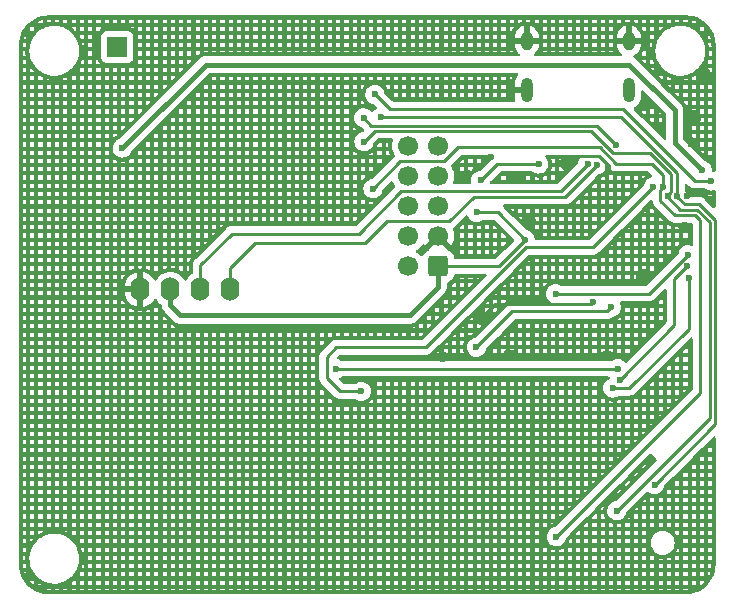
<source format=gbl>
G04 #@! TF.GenerationSoftware,KiCad,Pcbnew,(5.99.0-11444-g3c721c55de)*
G04 #@! TF.CreationDate,2021-10-03T12:01:57-03:00*
G04 #@! TF.ProjectId,d21lora,6432316c-6f72-4612-9e6b-696361645f70,rev?*
G04 #@! TF.SameCoordinates,Original*
G04 #@! TF.FileFunction,Copper,L2,Bot*
G04 #@! TF.FilePolarity,Positive*
%FSLAX46Y46*%
G04 Gerber Fmt 4.6, Leading zero omitted, Abs format (unit mm)*
G04 Created by KiCad (PCBNEW (5.99.0-11444-g3c721c55de)) date 2021-10-03 12:01:57*
%MOMM*%
%LPD*%
G01*
G04 APERTURE LIST*
G04 Aperture macros list*
%AMRoundRect*
0 Rectangle with rounded corners*
0 $1 Rounding radius*
0 $2 $3 $4 $5 $6 $7 $8 $9 X,Y pos of 4 corners*
0 Add a 4 corners polygon primitive as box body*
4,1,4,$2,$3,$4,$5,$6,$7,$8,$9,$2,$3,0*
0 Add four circle primitives for the rounded corners*
1,1,$1+$1,$2,$3*
1,1,$1+$1,$4,$5*
1,1,$1+$1,$6,$7*
1,1,$1+$1,$8,$9*
0 Add four rect primitives between the rounded corners*
20,1,$1+$1,$2,$3,$4,$5,0*
20,1,$1+$1,$4,$5,$6,$7,0*
20,1,$1+$1,$6,$7,$8,$9,0*
20,1,$1+$1,$8,$9,$2,$3,0*%
G04 Aperture macros list end*
G04 #@! TA.AperFunction,ComponentPad*
%ADD10O,1.600000X2.000000*%
G04 #@! TD*
G04 #@! TA.AperFunction,ComponentPad*
%ADD11RoundRect,0.250000X0.600000X0.600000X-0.600000X0.600000X-0.600000X-0.600000X0.600000X-0.600000X0*%
G04 #@! TD*
G04 #@! TA.AperFunction,ComponentPad*
%ADD12C,1.700000*%
G04 #@! TD*
G04 #@! TA.AperFunction,ComponentPad*
%ADD13R,1.700000X1.700000*%
G04 #@! TD*
G04 #@! TA.AperFunction,ComponentPad*
%ADD14O,1.000000X1.600000*%
G04 #@! TD*
G04 #@! TA.AperFunction,ComponentPad*
%ADD15O,1.000000X2.100000*%
G04 #@! TD*
G04 #@! TA.AperFunction,ViaPad*
%ADD16C,0.600000*%
G04 #@! TD*
G04 #@! TA.AperFunction,Conductor*
%ADD17C,0.250000*%
G04 #@! TD*
G04 #@! TA.AperFunction,Conductor*
%ADD18C,0.400000*%
G04 #@! TD*
G04 APERTURE END LIST*
D10*
X10785742Y-23710400D03*
X13325742Y-23710400D03*
X15865742Y-23710400D03*
X18405742Y-23710400D03*
D11*
X36007700Y-21742400D03*
D12*
X33467700Y-21742400D03*
X36007700Y-19202400D03*
X33467700Y-19202400D03*
X36007700Y-16662400D03*
X33467700Y-16662400D03*
X36007700Y-14122400D03*
X33467700Y-14122400D03*
X36007700Y-11582400D03*
X33467700Y-11582400D03*
D13*
X8839200Y-3171874D03*
D14*
X52148200Y-2650800D03*
D15*
X43508200Y-6830800D03*
X52148200Y-6830800D03*
D14*
X43508200Y-2650800D03*
D16*
X53390800Y-22631400D03*
X54330600Y-40233600D03*
X51130200Y-42443400D03*
X45999400Y-44653200D03*
X46913800Y-13030200D03*
X39649400Y-26085800D03*
X41986200Y-29438600D03*
X36372800Y-29616400D03*
X39243000Y-28600400D03*
X40513000Y-12496800D03*
X44500800Y-13081000D03*
X39598600Y-14478000D03*
X53441600Y-8001000D03*
X58572400Y-5638800D03*
X9245600Y-11734800D03*
X58354000Y-13604200D03*
X56921400Y-18211800D03*
X29489400Y-32334200D03*
X50342800Y-13309600D03*
X50292000Y-29464000D03*
X50646248Y-25223552D03*
X49072800Y-24790400D03*
X50774600Y-32054800D03*
X51384200Y-31343600D03*
X45952300Y-24053800D03*
X38455600Y-14173200D03*
X42494200Y-14147800D03*
X31132900Y-9118600D03*
X48651300Y-13113797D03*
X49450372Y-13140024D03*
X51079400Y-11506200D03*
X39268400Y-17170400D03*
X59128500Y-14525985D03*
X57151522Y-20766700D03*
X57200800Y-22733000D03*
X57090811Y-21710589D03*
X57039182Y-15796118D03*
X54229000Y-15011400D03*
X56239739Y-15805891D03*
X55440897Y-15773400D03*
X55027842Y-15043891D03*
X54914800Y-10261600D03*
X57404000Y-11430000D03*
X30480000Y-15182274D03*
X29718000Y-11201400D03*
X29692600Y-9182274D03*
X30642754Y-7182274D03*
X43383200Y-19507200D03*
X43688000Y-17957800D03*
X51206400Y-30429200D03*
X27330400Y-30429200D03*
X57632600Y-9144000D03*
D17*
X31893280Y-8432800D02*
X30642754Y-7182274D01*
X51638200Y-8432800D02*
X31893280Y-8432800D01*
X57731385Y-14525985D02*
X51638200Y-8432800D01*
X59128500Y-14525985D02*
X57731385Y-14525985D01*
X54816386Y-15255347D02*
X55027842Y-15043891D01*
X54816386Y-16208386D02*
X54816386Y-15255347D01*
X56017040Y-17409040D02*
X54816386Y-16208386D01*
X57744240Y-17409040D02*
X56017040Y-17409040D01*
X58191400Y-17856200D02*
X57744240Y-17409040D01*
X45999400Y-44653200D02*
X58191400Y-32461200D01*
X58191400Y-32461200D02*
X58191400Y-17856200D01*
X59436000Y-17829365D02*
X58116636Y-16510000D01*
X56239739Y-15879868D02*
X56239739Y-15805891D01*
X59436000Y-35128200D02*
X59436000Y-17829365D01*
X58116636Y-16510000D02*
X56869871Y-16510000D01*
X56869871Y-16510000D02*
X56239739Y-15879868D01*
X54330600Y-40233600D02*
X59436000Y-35128200D01*
X55440897Y-15890242D02*
X55440897Y-15773400D01*
X57930438Y-16959520D02*
X56510175Y-16959520D01*
X58986480Y-18015562D02*
X57930438Y-16959520D01*
X58986480Y-34587120D02*
X58986480Y-18015562D01*
X56510175Y-16959520D02*
X55440897Y-15890242D01*
X51130200Y-42443400D02*
X58986480Y-34587120D01*
X47548800Y-12395200D02*
X46913800Y-13030200D01*
X50342800Y-13149259D02*
X49588741Y-12395200D01*
X49588741Y-12395200D02*
X47548800Y-12395200D01*
X50342800Y-13309600D02*
X50342800Y-13149259D01*
X50342800Y-13309600D02*
X50342800Y-13944600D01*
X40792400Y-24942800D02*
X39649400Y-26085800D01*
X48920400Y-24942800D02*
X40792400Y-24942800D01*
X49072800Y-24790400D02*
X48920400Y-24942800D01*
X50302489Y-25567311D02*
X42276089Y-25567311D01*
X42276089Y-25567311D02*
X39243000Y-28600400D01*
X50646248Y-25223552D02*
X50302489Y-25567311D01*
X40995600Y-13081000D02*
X39598600Y-14478000D01*
X44500800Y-13081000D02*
X40995600Y-13081000D01*
D18*
X16306800Y-4673600D02*
X9245600Y-11734800D01*
X52197000Y-4673600D02*
X16306800Y-4673600D01*
X56032400Y-8509000D02*
X52197000Y-4673600D01*
X56032400Y-11282600D02*
X56032400Y-8509000D01*
X58354000Y-13604200D02*
X56032400Y-11282600D01*
D17*
X27686000Y-32334200D02*
X29489400Y-32334200D01*
X26568400Y-31216600D02*
X27686000Y-32334200D01*
X34950400Y-28600400D02*
X27381200Y-28600400D01*
X27381200Y-28600400D02*
X26568400Y-29413200D01*
X26568400Y-29413200D02*
X26568400Y-31216600D01*
X43419089Y-20131711D02*
X34950400Y-28600400D01*
X49108689Y-20131711D02*
X43419089Y-20131711D01*
X54229000Y-15011400D02*
X49108689Y-20131711D01*
X57200800Y-27051000D02*
X57200800Y-22733000D01*
X52197000Y-32054800D02*
X57200800Y-27051000D01*
X50774600Y-32054800D02*
X52197000Y-32054800D01*
X45952300Y-24053800D02*
X52701300Y-24053800D01*
X53864422Y-24053800D02*
X57151522Y-20766700D01*
X52701300Y-24053800D02*
X53864422Y-24053800D01*
X55981600Y-22819800D02*
X57090811Y-21710589D01*
X55981600Y-26746200D02*
X55981600Y-22819800D01*
X51384200Y-31343600D02*
X55981600Y-26746200D01*
X51511918Y-9118600D02*
X56239739Y-13846421D01*
X31132900Y-9118600D02*
X51511918Y-9118600D01*
X56239739Y-13846421D02*
X56239739Y-15805891D01*
X55440897Y-15721540D02*
X55440897Y-15773400D01*
X55702200Y-15460237D02*
X55440897Y-15721540D01*
X53949600Y-12192000D02*
X55702200Y-13944600D01*
X50825400Y-12192000D02*
X53949600Y-12192000D01*
X30632400Y-10287000D02*
X48920400Y-10287000D01*
X48920400Y-10287000D02*
X50825400Y-12192000D01*
X55702200Y-13944600D02*
X55702200Y-15460237D01*
X29718000Y-11201400D02*
X30632400Y-10287000D01*
X30347806Y-9837480D02*
X49410680Y-9837480D01*
X49410680Y-9837480D02*
X51079400Y-11506200D01*
X29692600Y-9182274D02*
X30347806Y-9837480D01*
X37668200Y-11684000D02*
X36499800Y-12852400D01*
X49681683Y-11684000D02*
X37668200Y-11684000D01*
X32809874Y-12852400D02*
X30480000Y-15182274D01*
X51078683Y-13081000D02*
X49681683Y-11684000D01*
X55027842Y-14032242D02*
X54076600Y-13081000D01*
X54076600Y-13081000D02*
X51078683Y-13081000D01*
X36499800Y-12852400D02*
X32809874Y-12852400D01*
X55027842Y-15043891D02*
X55027842Y-14032242D01*
X18405742Y-21878658D02*
X18405742Y-23710400D01*
X20472400Y-19812000D02*
X18405742Y-21878658D01*
X29819600Y-19812000D02*
X20472400Y-19812000D01*
X31699200Y-17932400D02*
X29819600Y-19812000D01*
X36957000Y-17932400D02*
X31699200Y-17932400D01*
X39014400Y-15875000D02*
X36957000Y-17932400D01*
X46773290Y-15875000D02*
X39014400Y-15875000D01*
X49450372Y-13197918D02*
X46773290Y-15875000D01*
X49450372Y-13140024D02*
X49450372Y-13197918D01*
X15865742Y-21624658D02*
X15865742Y-23710400D01*
X29311600Y-18973800D02*
X18516600Y-18973800D01*
X32893000Y-15392400D02*
X29311600Y-18973800D01*
X46372697Y-15392400D02*
X32893000Y-15392400D01*
X48651300Y-13113797D02*
X46372697Y-15392400D01*
X18516600Y-18973800D02*
X15865742Y-21624658D01*
X39268400Y-17170400D02*
X41046400Y-17170400D01*
X41046400Y-17170400D02*
X43383200Y-19507200D01*
D18*
X36007700Y-23504500D02*
X36007700Y-21742400D01*
X14173200Y-25908000D02*
X33604200Y-25908000D01*
X13325742Y-25060542D02*
X14173200Y-25908000D01*
X13325742Y-23710400D02*
X13325742Y-25060542D01*
X33604200Y-25908000D02*
X36007700Y-23504500D01*
D17*
X36007700Y-21742400D02*
X41148000Y-21742400D01*
X41148000Y-21742400D02*
X43383200Y-19507200D01*
X51206400Y-30429200D02*
X27330400Y-30429200D01*
G04 #@! TA.AperFunction,Conductor*
G36*
X56970057Y-509500D02*
G01*
X56984858Y-511805D01*
X56984861Y-511805D01*
X56993730Y-513186D01*
X57010899Y-510941D01*
X57034839Y-510108D01*
X57292770Y-525710D01*
X57307874Y-527544D01*
X57378648Y-540514D01*
X57588879Y-579040D01*
X57603641Y-582678D01*
X57876408Y-667675D01*
X57890627Y-673069D01*
X58151140Y-790316D01*
X58164609Y-797385D01*
X58409095Y-945182D01*
X58421617Y-953825D01*
X58646507Y-1130016D01*
X58657895Y-1140106D01*
X58859894Y-1342105D01*
X58869984Y-1353493D01*
X59046175Y-1578383D01*
X59054818Y-1590905D01*
X59202615Y-1835391D01*
X59209684Y-1848860D01*
X59326930Y-2109370D01*
X59332325Y-2123592D01*
X59416940Y-2395129D01*
X59417321Y-2396353D01*
X59420960Y-2411121D01*
X59439447Y-2512000D01*
X59472456Y-2692126D01*
X59474290Y-2707230D01*
X59489455Y-2957929D01*
X59488198Y-2984639D01*
X59488195Y-2984859D01*
X59486814Y-2993730D01*
X59487978Y-3002632D01*
X59487978Y-3002635D01*
X59490936Y-3025251D01*
X59492000Y-3041589D01*
X59492000Y-13618529D01*
X59471998Y-13686650D01*
X59418342Y-13733143D01*
X59348068Y-13743247D01*
X59323739Y-13737230D01*
X59320929Y-13736229D01*
X59320920Y-13736227D01*
X59314290Y-13733866D01*
X59307304Y-13733033D01*
X59307300Y-13733032D01*
X59287973Y-13730728D01*
X59278613Y-13729612D01*
X59213341Y-13701685D01*
X59173528Y-13642902D01*
X59167684Y-13610658D01*
X59167561Y-13608144D01*
X59167616Y-13604200D01*
X59147397Y-13423945D01*
X59135597Y-13390059D01*
X59090064Y-13259306D01*
X59090062Y-13259303D01*
X59087745Y-13252648D01*
X58991626Y-13098824D01*
X58986664Y-13093827D01*
X58868778Y-12975115D01*
X58868774Y-12975112D01*
X58863815Y-12970118D01*
X58710666Y-12872927D01*
X58654864Y-12853057D01*
X58603907Y-12834912D01*
X58557078Y-12805308D01*
X58411770Y-12660000D01*
X59024610Y-12660000D01*
X59050282Y-12676292D01*
X59056119Y-12680228D01*
X59064833Y-12686467D01*
X59070432Y-12690718D01*
X59092324Y-12708319D01*
X59097680Y-12712877D01*
X59105646Y-12720049D01*
X59110746Y-12724905D01*
X59144000Y-12758392D01*
X59144000Y-12660000D01*
X59024610Y-12660000D01*
X58411770Y-12660000D01*
X57711770Y-11960000D01*
X58203914Y-11960000D01*
X58512000Y-12268086D01*
X58512000Y-11960000D01*
X58860000Y-11960000D01*
X58860000Y-12312000D01*
X59144000Y-12312000D01*
X59144000Y-11960000D01*
X58860000Y-11960000D01*
X58512000Y-11960000D01*
X58203914Y-11960000D01*
X57711770Y-11960000D01*
X57011770Y-11260000D01*
X58160000Y-11260000D01*
X58160000Y-11612000D01*
X58512000Y-11612000D01*
X58512000Y-11260000D01*
X58860000Y-11260000D01*
X58860000Y-11612000D01*
X59144000Y-11612000D01*
X59144000Y-11260000D01*
X58860000Y-11260000D01*
X58512000Y-11260000D01*
X58160000Y-11260000D01*
X57011770Y-11260000D01*
X56777805Y-11026035D01*
X56743779Y-10963723D01*
X56740900Y-10936940D01*
X56740900Y-10560000D01*
X57088900Y-10560000D01*
X57088900Y-10844986D01*
X57112000Y-10868086D01*
X57112000Y-10560000D01*
X57460000Y-10560000D01*
X57460000Y-10804290D01*
X57479435Y-10804409D01*
X57514766Y-10809690D01*
X57651984Y-10850726D01*
X57684415Y-10865711D01*
X57755830Y-10912000D01*
X57812000Y-10912000D01*
X57812000Y-10560000D01*
X58160000Y-10560000D01*
X58160000Y-10912000D01*
X58512000Y-10912000D01*
X58512000Y-10560000D01*
X58860000Y-10560000D01*
X58860000Y-10912000D01*
X59144000Y-10912000D01*
X59144000Y-10560000D01*
X58860000Y-10560000D01*
X58512000Y-10560000D01*
X58160000Y-10560000D01*
X57812000Y-10560000D01*
X57460000Y-10560000D01*
X57112000Y-10560000D01*
X57088900Y-10560000D01*
X56740900Y-10560000D01*
X56740900Y-9860000D01*
X57088900Y-9860000D01*
X57088900Y-10212000D01*
X57112000Y-10212000D01*
X57112000Y-9860000D01*
X57460000Y-9860000D01*
X57460000Y-10212000D01*
X57812000Y-10212000D01*
X57812000Y-9860000D01*
X58160000Y-9860000D01*
X58160000Y-10212000D01*
X58512000Y-10212000D01*
X58512000Y-9860000D01*
X58860000Y-9860000D01*
X58860000Y-10212000D01*
X59144000Y-10212000D01*
X59144000Y-9860000D01*
X58860000Y-9860000D01*
X58512000Y-9860000D01*
X58160000Y-9860000D01*
X57812000Y-9860000D01*
X57460000Y-9860000D01*
X57112000Y-9860000D01*
X57088900Y-9860000D01*
X56740900Y-9860000D01*
X56740900Y-9512000D01*
X57088900Y-9512000D01*
X57112000Y-9512000D01*
X57112000Y-9497605D01*
X57107298Y-9492011D01*
X57105105Y-9488488D01*
X58160000Y-9488488D01*
X58160000Y-9512000D01*
X58512000Y-9512000D01*
X58512000Y-9160000D01*
X58860000Y-9160000D01*
X58860000Y-9512000D01*
X59144000Y-9512000D01*
X59144000Y-9160000D01*
X58860000Y-9160000D01*
X58512000Y-9160000D01*
X58263392Y-9160000D01*
X58261845Y-9177247D01*
X58238083Y-9318485D01*
X58227221Y-9352518D01*
X58164774Y-9481410D01*
X58160000Y-9488488D01*
X57105105Y-9488488D01*
X57088900Y-9462454D01*
X57088900Y-9512000D01*
X56740900Y-9512000D01*
X56740900Y-8545486D01*
X57088900Y-8545486D01*
X57088900Y-8812000D01*
X57097077Y-8812000D01*
X57112000Y-8789284D01*
X57112000Y-8460000D01*
X57460000Y-8460000D01*
X57460000Y-8542223D01*
X57529420Y-8522383D01*
X57564814Y-8517534D01*
X57708035Y-8518409D01*
X57743366Y-8523690D01*
X57812000Y-8544215D01*
X57812000Y-8460000D01*
X58160000Y-8460000D01*
X58160000Y-8799586D01*
X58167939Y-8812000D01*
X58512000Y-8812000D01*
X58512000Y-8460000D01*
X58860000Y-8460000D01*
X58860000Y-8812000D01*
X59144000Y-8812000D01*
X59144000Y-8460000D01*
X58860000Y-8460000D01*
X58512000Y-8460000D01*
X58160000Y-8460000D01*
X57812000Y-8460000D01*
X57460000Y-8460000D01*
X57112000Y-8460000D01*
X57092079Y-8460000D01*
X57092530Y-8468603D01*
X57092699Y-8476188D01*
X57092608Y-8487740D01*
X57092320Y-8495317D01*
X57088900Y-8545486D01*
X56740900Y-8545486D01*
X56740900Y-8537927D01*
X56741192Y-8529358D01*
X56744610Y-8479225D01*
X56744610Y-8479221D01*
X56745126Y-8471648D01*
X56734136Y-8408681D01*
X56733175Y-8402165D01*
X56732723Y-8398430D01*
X56725502Y-8338758D01*
X56722819Y-8331657D01*
X56722178Y-8329048D01*
X56717709Y-8312715D01*
X56716948Y-8310195D01*
X56715643Y-8302717D01*
X56712591Y-8295764D01*
X56689959Y-8244204D01*
X56687468Y-8238099D01*
X56667575Y-8185456D01*
X56667573Y-8185452D01*
X56664887Y-8178344D01*
X56660584Y-8172083D01*
X56659347Y-8169717D01*
X56651120Y-8154937D01*
X56649769Y-8152652D01*
X56646715Y-8145695D01*
X56642095Y-8139675D01*
X56642092Y-8139669D01*
X56607821Y-8095009D01*
X56603941Y-8089668D01*
X56572061Y-8043280D01*
X56572056Y-8043275D01*
X56567757Y-8037019D01*
X56560947Y-8030951D01*
X56521230Y-7995565D01*
X56515954Y-7990584D01*
X56285370Y-7760000D01*
X56779964Y-7760000D01*
X56799257Y-7777189D01*
X56804762Y-7782400D01*
X56812910Y-7790590D01*
X56818099Y-7796130D01*
X56838121Y-7818840D01*
X56842965Y-7824680D01*
X56850072Y-7833793D01*
X56854556Y-7839913D01*
X56887443Y-7887765D01*
X56922800Y-7933842D01*
X56927237Y-7940000D01*
X56933708Y-7949576D01*
X56937763Y-7955985D01*
X56953175Y-7982046D01*
X56956839Y-7988689D01*
X56959148Y-7993192D01*
X56961745Y-7997505D01*
X56965462Y-8004121D01*
X56979489Y-8030951D01*
X56982801Y-8037779D01*
X56987528Y-8048322D01*
X56990420Y-8055331D01*
X57010943Y-8109640D01*
X57011979Y-8112000D01*
X57112000Y-8112000D01*
X57112000Y-7760000D01*
X57460000Y-7760000D01*
X57460000Y-8112000D01*
X57812000Y-8112000D01*
X57812000Y-7760000D01*
X58160000Y-7760000D01*
X58160000Y-8112000D01*
X58512000Y-8112000D01*
X58512000Y-7760000D01*
X58860000Y-7760000D01*
X58860000Y-8112000D01*
X59144000Y-8112000D01*
X59144000Y-7760000D01*
X58860000Y-7760000D01*
X58512000Y-7760000D01*
X58160000Y-7760000D01*
X57812000Y-7760000D01*
X57460000Y-7760000D01*
X57112000Y-7760000D01*
X56779964Y-7760000D01*
X56285370Y-7760000D01*
X55585370Y-7060000D01*
X56077514Y-7060000D01*
X56412000Y-7394486D01*
X56412000Y-7060000D01*
X56760000Y-7060000D01*
X56760000Y-7412000D01*
X57112000Y-7412000D01*
X57112000Y-7060000D01*
X57460000Y-7060000D01*
X57460000Y-7412000D01*
X57812000Y-7412000D01*
X57812000Y-7060000D01*
X58160000Y-7060000D01*
X58160000Y-7412000D01*
X58512000Y-7412000D01*
X58512000Y-7060000D01*
X58860000Y-7060000D01*
X58860000Y-7412000D01*
X59144000Y-7412000D01*
X59144000Y-7060000D01*
X58860000Y-7060000D01*
X58512000Y-7060000D01*
X58160000Y-7060000D01*
X57812000Y-7060000D01*
X57460000Y-7060000D01*
X57112000Y-7060000D01*
X56760000Y-7060000D01*
X56412000Y-7060000D01*
X56077514Y-7060000D01*
X55585370Y-7060000D01*
X54885370Y-6360000D01*
X55377514Y-6360000D01*
X55712000Y-6694486D01*
X55712000Y-6360000D01*
X56060000Y-6360000D01*
X56060000Y-6712000D01*
X56412000Y-6712000D01*
X56412000Y-6360000D01*
X56760000Y-6360000D01*
X56760000Y-6712000D01*
X57112000Y-6712000D01*
X57112000Y-6360000D01*
X57460000Y-6360000D01*
X57460000Y-6712000D01*
X57812000Y-6712000D01*
X57812000Y-6360000D01*
X58160000Y-6360000D01*
X58160000Y-6712000D01*
X58512000Y-6712000D01*
X58512000Y-6360000D01*
X58860000Y-6360000D01*
X58860000Y-6712000D01*
X59144000Y-6712000D01*
X59144000Y-6360000D01*
X58860000Y-6360000D01*
X58512000Y-6360000D01*
X58160000Y-6360000D01*
X57812000Y-6360000D01*
X57460000Y-6360000D01*
X57112000Y-6360000D01*
X56760000Y-6360000D01*
X56412000Y-6360000D01*
X56060000Y-6360000D01*
X55712000Y-6360000D01*
X55377514Y-6360000D01*
X54885370Y-6360000D01*
X54537370Y-6012000D01*
X55360000Y-6012000D01*
X55712000Y-6012000D01*
X56060000Y-6012000D01*
X56412000Y-6012000D01*
X56412000Y-5955453D01*
X56317687Y-5953971D01*
X56313397Y-5953831D01*
X56306873Y-5953506D01*
X56302600Y-5953220D01*
X56285520Y-5951786D01*
X56281253Y-5951355D01*
X56274764Y-5950587D01*
X56270514Y-5950010D01*
X56224644Y-5942991D01*
X56760000Y-5942991D01*
X56760000Y-6012000D01*
X57112000Y-6012000D01*
X57112000Y-5879107D01*
X56984326Y-5912602D01*
X56980146Y-5913622D01*
X56973770Y-5915064D01*
X56969582Y-5915937D01*
X56952746Y-5919148D01*
X56948533Y-5919878D01*
X56942081Y-5920883D01*
X56937826Y-5921471D01*
X56760000Y-5942991D01*
X56224644Y-5942991D01*
X56060000Y-5917797D01*
X56060000Y-6012000D01*
X55712000Y-6012000D01*
X55712000Y-5828622D01*
X55664480Y-5814546D01*
X55660381Y-5813256D01*
X55654187Y-5811189D01*
X55650155Y-5809767D01*
X55634090Y-5803793D01*
X55630100Y-5802231D01*
X55624055Y-5799746D01*
X55620111Y-5798046D01*
X55538698Y-5761287D01*
X57460000Y-5761287D01*
X57460000Y-6012000D01*
X57812000Y-6012000D01*
X59079010Y-6012000D01*
X59144000Y-6012000D01*
X59144000Y-5894834D01*
X59104574Y-5976210D01*
X59084597Y-6005828D01*
X59079010Y-6012000D01*
X57812000Y-6012000D01*
X57812000Y-5660000D01*
X57672580Y-5660000D01*
X57615281Y-5693483D01*
X57611541Y-5695584D01*
X57605790Y-5698687D01*
X57601981Y-5700659D01*
X57586628Y-5708280D01*
X57582750Y-5710123D01*
X57576804Y-5712826D01*
X57572878Y-5714531D01*
X57460000Y-5761287D01*
X55538698Y-5761287D01*
X55360000Y-5680602D01*
X55360000Y-6012000D01*
X54537370Y-6012000D01*
X54185370Y-5660000D01*
X54677514Y-5660000D01*
X55012000Y-5994486D01*
X55012000Y-5660000D01*
X54677514Y-5660000D01*
X54185370Y-5660000D01*
X53837370Y-5312000D01*
X54660000Y-5312000D01*
X54837470Y-5312000D01*
X54813983Y-5292362D01*
X54810744Y-5289559D01*
X54805878Y-5285201D01*
X54802730Y-5282284D01*
X54790358Y-5270420D01*
X54787313Y-5267398D01*
X54782753Y-5262717D01*
X54779813Y-5259595D01*
X54660000Y-5127922D01*
X54660000Y-5312000D01*
X53837370Y-5312000D01*
X53485370Y-4960000D01*
X53977514Y-4960000D01*
X54312000Y-5294486D01*
X54312000Y-4960000D01*
X53977514Y-4960000D01*
X53485370Y-4960000D01*
X52785370Y-4260000D01*
X53277514Y-4260000D01*
X53612000Y-4594486D01*
X53612000Y-4260000D01*
X53960000Y-4260000D01*
X53960000Y-4612000D01*
X54309544Y-4612000D01*
X54240816Y-4475349D01*
X54238950Y-4471475D01*
X54236216Y-4465543D01*
X54234493Y-4461632D01*
X54227851Y-4445832D01*
X54226256Y-4441850D01*
X54223930Y-4435743D01*
X54222472Y-4431710D01*
X54163682Y-4260000D01*
X53960000Y-4260000D01*
X53612000Y-4260000D01*
X53277514Y-4260000D01*
X52785370Y-4260000D01*
X52718450Y-4193080D01*
X52712596Y-4186815D01*
X52710812Y-4184770D01*
X52674561Y-4143215D01*
X52622280Y-4106471D01*
X52616986Y-4102539D01*
X52579830Y-4073405D01*
X52572115Y-4067355D01*
X52530850Y-4009583D01*
X52527370Y-3938672D01*
X52562780Y-3877136D01*
X52591486Y-3856540D01*
X52697354Y-3801193D01*
X52707615Y-3794479D01*
X52782223Y-3734493D01*
X53260000Y-3734493D01*
X53260000Y-3912000D01*
X53612000Y-3912000D01*
X53612000Y-3560000D01*
X53960000Y-3560000D01*
X53960000Y-3912000D01*
X54077467Y-3912000D01*
X54061748Y-3831881D01*
X54060994Y-3827658D01*
X54059955Y-3821207D01*
X54059345Y-3816962D01*
X54057197Y-3799957D01*
X54056733Y-3795701D01*
X54056135Y-3789196D01*
X54055815Y-3784915D01*
X54042847Y-3560000D01*
X53960000Y-3560000D01*
X53612000Y-3560000D01*
X53360741Y-3560000D01*
X53288891Y-3690693D01*
X53285795Y-3696014D01*
X53280882Y-3704000D01*
X53277530Y-3709161D01*
X53263638Y-3729451D01*
X53260032Y-3734451D01*
X53260000Y-3734493D01*
X52782223Y-3734493D01*
X52852073Y-3678332D01*
X52860832Y-3669754D01*
X52979978Y-3527761D01*
X52986908Y-3517641D01*
X53008773Y-3477869D01*
X54386689Y-3477869D01*
X54403238Y-3764883D01*
X54404063Y-3769088D01*
X54404064Y-3769096D01*
X54429990Y-3901238D01*
X54458586Y-4046995D01*
X54459973Y-4051045D01*
X54459974Y-4051050D01*
X54536912Y-4275765D01*
X54551710Y-4318986D01*
X54591959Y-4399013D01*
X54665801Y-4545830D01*
X54680885Y-4575822D01*
X54843721Y-4812750D01*
X55037206Y-5025388D01*
X55040501Y-5028143D01*
X55040502Y-5028144D01*
X55198327Y-5160105D01*
X55257759Y-5209798D01*
X55501298Y-5362571D01*
X55763318Y-5480877D01*
X55832563Y-5501388D01*
X56034857Y-5561311D01*
X56034862Y-5561312D01*
X56038970Y-5562529D01*
X56043204Y-5563177D01*
X56043209Y-5563178D01*
X56291811Y-5601219D01*
X56323153Y-5606015D01*
X56469485Y-5608314D01*
X56606317Y-5610464D01*
X56606323Y-5610464D01*
X56610608Y-5610531D01*
X56614860Y-5610016D01*
X56614868Y-5610016D01*
X56891756Y-5576508D01*
X56891761Y-5576507D01*
X56896017Y-5575992D01*
X57086453Y-5526032D01*
X57169954Y-5504126D01*
X57169955Y-5504126D01*
X57174097Y-5503039D01*
X57439704Y-5393021D01*
X57654682Y-5267398D01*
X57684219Y-5250138D01*
X57684220Y-5250137D01*
X57687922Y-5247974D01*
X57914159Y-5070582D01*
X57937054Y-5046957D01*
X57953420Y-5030069D01*
X58424132Y-5030069D01*
X58469220Y-5017183D01*
X58504614Y-5012334D01*
X58512000Y-5012379D01*
X58512000Y-4960000D01*
X58860000Y-4960000D01*
X58860000Y-5079168D01*
X58973000Y-5152411D01*
X58999921Y-5175895D01*
X59093411Y-5284396D01*
X59111064Y-5312000D01*
X59144000Y-5312000D01*
X59144000Y-4960000D01*
X58860000Y-4960000D01*
X58512000Y-4960000D01*
X58475603Y-4960000D01*
X58424132Y-5030069D01*
X57953420Y-5030069D01*
X58111244Y-4867206D01*
X58114227Y-4864128D01*
X58116760Y-4860680D01*
X58116764Y-4860675D01*
X58281887Y-4635886D01*
X58284425Y-4632431D01*
X58301592Y-4600813D01*
X58419554Y-4383555D01*
X58419555Y-4383553D01*
X58421604Y-4379779D01*
X58466865Y-4260000D01*
X58860000Y-4260000D01*
X58860000Y-4612000D01*
X59144000Y-4612000D01*
X59144000Y-4260000D01*
X58860000Y-4260000D01*
X58466865Y-4260000D01*
X58492152Y-4193080D01*
X58521707Y-4114866D01*
X58521708Y-4114862D01*
X58523225Y-4110848D01*
X58568767Y-3912000D01*
X58925778Y-3912000D01*
X59144000Y-3912000D01*
X59144000Y-3560000D01*
X58960513Y-3560000D01*
X58960189Y-3566503D01*
X58960042Y-3568964D01*
X58959781Y-3572723D01*
X58959585Y-3575196D01*
X58934029Y-3861549D01*
X58933575Y-3865817D01*
X58932773Y-3872300D01*
X58932175Y-3876541D01*
X58929494Y-3893469D01*
X58928751Y-3897690D01*
X58927510Y-3904105D01*
X58926624Y-3908304D01*
X58925778Y-3912000D01*
X58568767Y-3912000D01*
X58586449Y-3834797D01*
X58586450Y-3834793D01*
X58587407Y-3830613D01*
X58588247Y-3821207D01*
X58612743Y-3546726D01*
X58612743Y-3546724D01*
X58612963Y-3544260D01*
X58613427Y-3500000D01*
X58611627Y-3473598D01*
X58594165Y-3217452D01*
X58594164Y-3217446D01*
X58593873Y-3213175D01*
X58590502Y-3196894D01*
X58554629Y-3023674D01*
X58535574Y-2931658D01*
X58510198Y-2860000D01*
X58876098Y-2860000D01*
X58876343Y-2861089D01*
X58934642Y-3142606D01*
X58935438Y-3146808D01*
X58936545Y-3153247D01*
X58937201Y-3157497D01*
X58939527Y-3174478D01*
X58940036Y-3178730D01*
X58940702Y-3185228D01*
X58941067Y-3189505D01*
X58942601Y-3212000D01*
X59144000Y-3212000D01*
X59144000Y-3056045D01*
X59141752Y-3038854D01*
X59140906Y-3029932D01*
X59140103Y-3016312D01*
X59139894Y-3007358D01*
X59140330Y-2971634D01*
X59140758Y-2962687D01*
X59140960Y-2960264D01*
X59134895Y-2860000D01*
X58876098Y-2860000D01*
X58510198Y-2860000D01*
X58439607Y-2660657D01*
X58307750Y-2405188D01*
X58300681Y-2395129D01*
X58177186Y-2219414D01*
X58142441Y-2169977D01*
X58133170Y-2160000D01*
X58860000Y-2160000D01*
X58860000Y-2512000D01*
X59085652Y-2512000D01*
X59081083Y-2487064D01*
X59004077Y-2239943D01*
X58968097Y-2160000D01*
X58860000Y-2160000D01*
X58133170Y-2160000D01*
X57966324Y-1980453D01*
X57949661Y-1962521D01*
X57949658Y-1962519D01*
X57946740Y-1959378D01*
X57724268Y-1777287D01*
X57479142Y-1627073D01*
X57461048Y-1619130D01*
X57219830Y-1513243D01*
X57215898Y-1511517D01*
X57189963Y-1504129D01*
X57057637Y-1466435D01*
X57035047Y-1460000D01*
X58160000Y-1460000D01*
X58160000Y-1684223D01*
X58167157Y-1690081D01*
X58170433Y-1692857D01*
X58175346Y-1697166D01*
X58178518Y-1700045D01*
X58191012Y-1711778D01*
X58194094Y-1714773D01*
X58198700Y-1719404D01*
X58201664Y-1722487D01*
X58284845Y-1812000D01*
X58512000Y-1812000D01*
X58512000Y-1486355D01*
X58485645Y-1460000D01*
X58160000Y-1460000D01*
X57035047Y-1460000D01*
X56939406Y-1432756D01*
X56726704Y-1402485D01*
X56659036Y-1392854D01*
X56659034Y-1392854D01*
X56654784Y-1392249D01*
X56650495Y-1392227D01*
X56650488Y-1392226D01*
X56371583Y-1390765D01*
X56371576Y-1390765D01*
X56367297Y-1390743D01*
X56363053Y-1391302D01*
X56363049Y-1391302D01*
X56237660Y-1407810D01*
X56082266Y-1428268D01*
X56078126Y-1429401D01*
X56078124Y-1429401D01*
X56001311Y-1450415D01*
X55804964Y-1504129D01*
X55801016Y-1505813D01*
X55544476Y-1615237D01*
X55544472Y-1615239D01*
X55540524Y-1616923D01*
X55442716Y-1675460D01*
X55297521Y-1762357D01*
X55297517Y-1762360D01*
X55293839Y-1764561D01*
X55069472Y-1944313D01*
X54952372Y-2067711D01*
X54876027Y-2148162D01*
X54871577Y-2152851D01*
X54703814Y-2386317D01*
X54701805Y-2390112D01*
X54701804Y-2390113D01*
X54690678Y-2411127D01*
X54569288Y-2640392D01*
X54567813Y-2644423D01*
X54486515Y-2866581D01*
X54470489Y-2910373D01*
X54409245Y-3191264D01*
X54386689Y-3477869D01*
X53008773Y-3477869D01*
X53076202Y-3355215D01*
X53081034Y-3343942D01*
X53122888Y-3212000D01*
X53483013Y-3212000D01*
X53612000Y-3212000D01*
X53612000Y-2860000D01*
X53960000Y-2860000D01*
X53960000Y-3212000D01*
X54058536Y-3212000D01*
X54062317Y-3163960D01*
X54062726Y-3159693D01*
X54063460Y-3153200D01*
X54064015Y-3148945D01*
X54066519Y-3131989D01*
X54067219Y-3127752D01*
X54068393Y-3121326D01*
X54069233Y-3117129D01*
X54125296Y-2860000D01*
X53960000Y-2860000D01*
X53612000Y-2860000D01*
X53499054Y-2860000D01*
X53502917Y-2886867D01*
X53504200Y-2904800D01*
X53504200Y-3007539D01*
X53504151Y-3011066D01*
X53504001Y-3016423D01*
X53503854Y-3019927D01*
X53503069Y-3033972D01*
X53502825Y-3037467D01*
X53502377Y-3042811D01*
X53502032Y-3046330D01*
X53484775Y-3200180D01*
X53483939Y-3206283D01*
X53483013Y-3212000D01*
X53122888Y-3212000D01*
X53137080Y-3167262D01*
X53139630Y-3155268D01*
X53155807Y-3011039D01*
X53156200Y-3004015D01*
X53156200Y-2922915D01*
X53151725Y-2907676D01*
X53150335Y-2906471D01*
X53142652Y-2904800D01*
X51158315Y-2904800D01*
X51143076Y-2909275D01*
X51141871Y-2910665D01*
X51140200Y-2918348D01*
X51140200Y-2997457D01*
X51140500Y-3003604D01*
X51154012Y-3141403D01*
X51156395Y-3153438D01*
X51209967Y-3330876D01*
X51214641Y-3342216D01*
X51301660Y-3505877D01*
X51308449Y-3516094D01*
X51425597Y-3659733D01*
X51434241Y-3668437D01*
X51523182Y-3742015D01*
X51562921Y-3800849D01*
X51564543Y-3871827D01*
X51527533Y-3932414D01*
X51463643Y-3963375D01*
X51442867Y-3965100D01*
X44213202Y-3965100D01*
X44145081Y-3945098D01*
X44098588Y-3891442D01*
X44088484Y-3821168D01*
X44117978Y-3756588D01*
X44134250Y-3740903D01*
X44212073Y-3678332D01*
X44220832Y-3669754D01*
X44312926Y-3560000D01*
X44860000Y-3560000D01*
X44860000Y-3617100D01*
X45212000Y-3617100D01*
X45212000Y-3560000D01*
X45560000Y-3560000D01*
X45560000Y-3617100D01*
X45912000Y-3617100D01*
X45912000Y-3560000D01*
X46260000Y-3560000D01*
X46260000Y-3617100D01*
X46612000Y-3617100D01*
X46612000Y-3560000D01*
X46960000Y-3560000D01*
X46960000Y-3617100D01*
X47312000Y-3617100D01*
X47312000Y-3560000D01*
X47660000Y-3560000D01*
X47660000Y-3617100D01*
X48012000Y-3617100D01*
X48012000Y-3560000D01*
X48360000Y-3560000D01*
X48360000Y-3617100D01*
X48712000Y-3617100D01*
X48712000Y-3560000D01*
X49060000Y-3560000D01*
X49060000Y-3617100D01*
X49412000Y-3617100D01*
X49412000Y-3560000D01*
X49760000Y-3560000D01*
X49760000Y-3617100D01*
X50112000Y-3617100D01*
X50112000Y-3560000D01*
X50460000Y-3560000D01*
X50460000Y-3617100D01*
X50812000Y-3617100D01*
X50812000Y-3560000D01*
X50460000Y-3560000D01*
X50112000Y-3560000D01*
X49760000Y-3560000D01*
X49412000Y-3560000D01*
X49060000Y-3560000D01*
X48712000Y-3560000D01*
X48360000Y-3560000D01*
X48012000Y-3560000D01*
X47660000Y-3560000D01*
X47312000Y-3560000D01*
X46960000Y-3560000D01*
X46612000Y-3560000D01*
X46260000Y-3560000D01*
X45912000Y-3560000D01*
X45560000Y-3560000D01*
X45212000Y-3560000D01*
X44860000Y-3560000D01*
X44312926Y-3560000D01*
X44339978Y-3527761D01*
X44346908Y-3517641D01*
X44436202Y-3355215D01*
X44441034Y-3343942D01*
X44497080Y-3167262D01*
X44499630Y-3155268D01*
X44515807Y-3011039D01*
X44516200Y-3004015D01*
X44516200Y-2922915D01*
X44511725Y-2907676D01*
X44510335Y-2906471D01*
X44502652Y-2904800D01*
X42518315Y-2904800D01*
X42503076Y-2909275D01*
X42501871Y-2910665D01*
X42500200Y-2918348D01*
X42500200Y-2997457D01*
X42500500Y-3003604D01*
X42514012Y-3141403D01*
X42516395Y-3153438D01*
X42569967Y-3330876D01*
X42574641Y-3342216D01*
X42661660Y-3505877D01*
X42668449Y-3516094D01*
X42785597Y-3659733D01*
X42794241Y-3668437D01*
X42883182Y-3742015D01*
X42922921Y-3800849D01*
X42924543Y-3871827D01*
X42887533Y-3932414D01*
X42823643Y-3963375D01*
X42802867Y-3965100D01*
X16335727Y-3965100D01*
X16327158Y-3964808D01*
X16277025Y-3961390D01*
X16277021Y-3961390D01*
X16269448Y-3960874D01*
X16206481Y-3971864D01*
X16199969Y-3972824D01*
X16136558Y-3980498D01*
X16129457Y-3983181D01*
X16126848Y-3983822D01*
X16110515Y-3988291D01*
X16107995Y-3989052D01*
X16100517Y-3990357D01*
X16093565Y-3993409D01*
X16093564Y-3993409D01*
X16042004Y-4016041D01*
X16035899Y-4018532D01*
X15983256Y-4038425D01*
X15983252Y-4038427D01*
X15976144Y-4041113D01*
X15969883Y-4045416D01*
X15967517Y-4046653D01*
X15952737Y-4054880D01*
X15950452Y-4056231D01*
X15943495Y-4059285D01*
X15937475Y-4063905D01*
X15937469Y-4063908D01*
X15906342Y-4087794D01*
X15892798Y-4098187D01*
X15887468Y-4102059D01*
X15841080Y-4133939D01*
X15841075Y-4133944D01*
X15834819Y-4138243D01*
X15829768Y-4143913D01*
X15829766Y-4143914D01*
X15793365Y-4184770D01*
X15788384Y-4190046D01*
X9042163Y-10936267D01*
X8993674Y-10966450D01*
X8899179Y-10998618D01*
X8869178Y-11017075D01*
X8750695Y-11089966D01*
X8750692Y-11089968D01*
X8744688Y-11093662D01*
X8739653Y-11098593D01*
X8739650Y-11098595D01*
X8620125Y-11215643D01*
X8615093Y-11220571D01*
X8516835Y-11373038D01*
X8514426Y-11379658D01*
X8514424Y-11379661D01*
X8470672Y-11499869D01*
X8454797Y-11543485D01*
X8432063Y-11723440D01*
X8449763Y-11903960D01*
X8507018Y-12076073D01*
X8510665Y-12082095D01*
X8510666Y-12082097D01*
X8550813Y-12148387D01*
X8600980Y-12231224D01*
X8605869Y-12236287D01*
X8605870Y-12236288D01*
X8635607Y-12267081D01*
X8726982Y-12361702D01*
X8759329Y-12382869D01*
X8854732Y-12445299D01*
X8878759Y-12461022D01*
X8885363Y-12463478D01*
X8885365Y-12463479D01*
X9042158Y-12521790D01*
X9042160Y-12521790D01*
X9048768Y-12524248D01*
X9132595Y-12535433D01*
X9221580Y-12547307D01*
X9221584Y-12547307D01*
X9228561Y-12548238D01*
X9235572Y-12547600D01*
X9235576Y-12547600D01*
X9390235Y-12533524D01*
X9409200Y-12531798D01*
X9415902Y-12529620D01*
X9415904Y-12529620D01*
X9575009Y-12477924D01*
X9575012Y-12477923D01*
X9581708Y-12475747D01*
X9737512Y-12382869D01*
X9868866Y-12257782D01*
X9969243Y-12106702D01*
X10010384Y-11998398D01*
X10016972Y-11981056D01*
X10030594Y-11960000D01*
X10560000Y-11960000D01*
X10560000Y-12312000D01*
X10912000Y-12312000D01*
X10912000Y-11960000D01*
X11260000Y-11960000D01*
X11260000Y-12312000D01*
X11612000Y-12312000D01*
X11612000Y-11960000D01*
X11960000Y-11960000D01*
X11960000Y-12312000D01*
X12312000Y-12312000D01*
X12312000Y-11960000D01*
X12660000Y-11960000D01*
X12660000Y-12312000D01*
X13012000Y-12312000D01*
X13012000Y-11960000D01*
X13360000Y-11960000D01*
X13360000Y-12312000D01*
X13712000Y-12312000D01*
X13712000Y-11960000D01*
X14060000Y-11960000D01*
X14060000Y-12312000D01*
X14412000Y-12312000D01*
X14412000Y-11960000D01*
X14760000Y-11960000D01*
X14760000Y-12312000D01*
X15112000Y-12312000D01*
X15112000Y-11960000D01*
X15460000Y-11960000D01*
X15460000Y-12312000D01*
X15812000Y-12312000D01*
X15812000Y-11960000D01*
X16160000Y-11960000D01*
X16160000Y-12312000D01*
X16512000Y-12312000D01*
X16512000Y-11960000D01*
X16860000Y-11960000D01*
X16860000Y-12312000D01*
X17212000Y-12312000D01*
X17212000Y-11960000D01*
X17560000Y-11960000D01*
X17560000Y-12312000D01*
X17912000Y-12312000D01*
X17912000Y-11960000D01*
X18260000Y-11960000D01*
X18260000Y-12312000D01*
X18612000Y-12312000D01*
X18612000Y-11960000D01*
X18960000Y-11960000D01*
X18960000Y-12312000D01*
X19312000Y-12312000D01*
X19312000Y-11960000D01*
X19660000Y-11960000D01*
X19660000Y-12312000D01*
X20012000Y-12312000D01*
X20012000Y-11960000D01*
X20360000Y-11960000D01*
X20360000Y-12312000D01*
X20712000Y-12312000D01*
X20712000Y-11960000D01*
X21060000Y-11960000D01*
X21060000Y-12312000D01*
X21412000Y-12312000D01*
X21412000Y-11960000D01*
X21760000Y-11960000D01*
X21760000Y-12312000D01*
X22112000Y-12312000D01*
X22112000Y-11960000D01*
X22460000Y-11960000D01*
X22460000Y-12312000D01*
X22812000Y-12312000D01*
X22812000Y-11960000D01*
X23160000Y-11960000D01*
X23160000Y-12312000D01*
X23512000Y-12312000D01*
X23512000Y-11960000D01*
X23860000Y-11960000D01*
X23860000Y-12312000D01*
X24212000Y-12312000D01*
X24212000Y-11960000D01*
X24560000Y-11960000D01*
X24560000Y-12312000D01*
X24912000Y-12312000D01*
X24912000Y-11960000D01*
X25260000Y-11960000D01*
X25260000Y-12312000D01*
X25612000Y-12312000D01*
X25612000Y-11960000D01*
X25960000Y-11960000D01*
X25960000Y-12312000D01*
X26312000Y-12312000D01*
X26312000Y-11960000D01*
X26660000Y-11960000D01*
X26660000Y-12312000D01*
X27012000Y-12312000D01*
X27012000Y-11960000D01*
X27360000Y-11960000D01*
X27360000Y-12312000D01*
X27712000Y-12312000D01*
X27712000Y-11960000D01*
X28060000Y-11960000D01*
X28060000Y-12312000D01*
X28412000Y-12312000D01*
X28412000Y-11960000D01*
X28760000Y-11960000D01*
X28760000Y-12312000D01*
X29112000Y-12312000D01*
X29112000Y-12273848D01*
X30160000Y-12273848D01*
X30160000Y-12312000D01*
X30512000Y-12312000D01*
X30512000Y-12042344D01*
X30449900Y-12101481D01*
X30444670Y-12106189D01*
X30436506Y-12113137D01*
X30431022Y-12117547D01*
X30408647Y-12134530D01*
X30402925Y-12138627D01*
X30394041Y-12144619D01*
X30388102Y-12148387D01*
X30232298Y-12241265D01*
X30226162Y-12244695D01*
X30216664Y-12249661D01*
X30210334Y-12252748D01*
X30184753Y-12264352D01*
X30178260Y-12267081D01*
X30168268Y-12270956D01*
X30161645Y-12273314D01*
X30160000Y-12273848D01*
X29112000Y-12273848D01*
X29112000Y-12187007D01*
X29008830Y-12119495D01*
X29003057Y-12115483D01*
X28994431Y-12109124D01*
X28988883Y-12104790D01*
X28967239Y-12086885D01*
X28961938Y-12082244D01*
X28954074Y-12074961D01*
X28949052Y-12070043D01*
X28842784Y-11960000D01*
X28760000Y-11960000D01*
X28412000Y-11960000D01*
X28060000Y-11960000D01*
X27712000Y-11960000D01*
X27360000Y-11960000D01*
X27012000Y-11960000D01*
X26660000Y-11960000D01*
X26312000Y-11960000D01*
X25960000Y-11960000D01*
X25612000Y-11960000D01*
X25260000Y-11960000D01*
X24912000Y-11960000D01*
X24560000Y-11960000D01*
X24212000Y-11960000D01*
X23860000Y-11960000D01*
X23512000Y-11960000D01*
X23160000Y-11960000D01*
X22812000Y-11960000D01*
X22460000Y-11960000D01*
X22112000Y-11960000D01*
X21760000Y-11960000D01*
X21412000Y-11960000D01*
X21060000Y-11960000D01*
X20712000Y-11960000D01*
X20360000Y-11960000D01*
X20012000Y-11960000D01*
X19660000Y-11960000D01*
X19312000Y-11960000D01*
X18960000Y-11960000D01*
X18612000Y-11960000D01*
X18260000Y-11960000D01*
X17912000Y-11960000D01*
X17560000Y-11960000D01*
X17212000Y-11960000D01*
X16860000Y-11960000D01*
X16512000Y-11960000D01*
X16160000Y-11960000D01*
X15812000Y-11960000D01*
X15460000Y-11960000D01*
X15112000Y-11960000D01*
X14760000Y-11960000D01*
X14412000Y-11960000D01*
X14060000Y-11960000D01*
X13712000Y-11960000D01*
X13360000Y-11960000D01*
X13012000Y-11960000D01*
X12660000Y-11960000D01*
X12312000Y-11960000D01*
X11960000Y-11960000D01*
X11612000Y-11960000D01*
X11260000Y-11960000D01*
X10912000Y-11960000D01*
X10560000Y-11960000D01*
X10030594Y-11960000D01*
X10045665Y-11936705D01*
X10370370Y-11612000D01*
X10862514Y-11612000D01*
X10912000Y-11612000D01*
X10912000Y-11562514D01*
X10862514Y-11612000D01*
X10370370Y-11612000D01*
X10722370Y-11260000D01*
X11260000Y-11260000D01*
X11260000Y-11612000D01*
X11612000Y-11612000D01*
X11612000Y-11260000D01*
X11960000Y-11260000D01*
X11960000Y-11612000D01*
X12312000Y-11612000D01*
X12312000Y-11260000D01*
X12660000Y-11260000D01*
X12660000Y-11612000D01*
X13012000Y-11612000D01*
X13012000Y-11260000D01*
X13360000Y-11260000D01*
X13360000Y-11612000D01*
X13712000Y-11612000D01*
X13712000Y-11260000D01*
X14060000Y-11260000D01*
X14060000Y-11612000D01*
X14412000Y-11612000D01*
X14412000Y-11260000D01*
X14760000Y-11260000D01*
X14760000Y-11612000D01*
X15112000Y-11612000D01*
X15112000Y-11260000D01*
X15460000Y-11260000D01*
X15460000Y-11612000D01*
X15812000Y-11612000D01*
X15812000Y-11260000D01*
X16160000Y-11260000D01*
X16160000Y-11612000D01*
X16512000Y-11612000D01*
X16512000Y-11260000D01*
X16860000Y-11260000D01*
X16860000Y-11612000D01*
X17212000Y-11612000D01*
X17212000Y-11260000D01*
X17560000Y-11260000D01*
X17560000Y-11612000D01*
X17912000Y-11612000D01*
X17912000Y-11260000D01*
X18260000Y-11260000D01*
X18260000Y-11612000D01*
X18612000Y-11612000D01*
X18612000Y-11260000D01*
X18960000Y-11260000D01*
X18960000Y-11612000D01*
X19312000Y-11612000D01*
X19312000Y-11260000D01*
X19660000Y-11260000D01*
X19660000Y-11612000D01*
X20012000Y-11612000D01*
X20012000Y-11260000D01*
X20360000Y-11260000D01*
X20360000Y-11612000D01*
X20712000Y-11612000D01*
X20712000Y-11260000D01*
X21060000Y-11260000D01*
X21060000Y-11612000D01*
X21412000Y-11612000D01*
X21412000Y-11260000D01*
X21760000Y-11260000D01*
X21760000Y-11612000D01*
X22112000Y-11612000D01*
X22112000Y-11260000D01*
X22460000Y-11260000D01*
X22460000Y-11612000D01*
X22812000Y-11612000D01*
X22812000Y-11260000D01*
X23160000Y-11260000D01*
X23160000Y-11612000D01*
X23512000Y-11612000D01*
X23512000Y-11260000D01*
X23860000Y-11260000D01*
X23860000Y-11612000D01*
X24212000Y-11612000D01*
X24212000Y-11260000D01*
X24560000Y-11260000D01*
X24560000Y-11612000D01*
X24912000Y-11612000D01*
X24912000Y-11260000D01*
X25260000Y-11260000D01*
X25260000Y-11612000D01*
X25612000Y-11612000D01*
X25612000Y-11260000D01*
X25960000Y-11260000D01*
X25960000Y-11612000D01*
X26312000Y-11612000D01*
X26312000Y-11260000D01*
X26660000Y-11260000D01*
X26660000Y-11612000D01*
X27012000Y-11612000D01*
X27012000Y-11260000D01*
X27360000Y-11260000D01*
X27360000Y-11612000D01*
X27712000Y-11612000D01*
X27712000Y-11260000D01*
X28060000Y-11260000D01*
X28060000Y-11612000D01*
X28412000Y-11612000D01*
X28412000Y-11260000D01*
X28060000Y-11260000D01*
X27712000Y-11260000D01*
X27360000Y-11260000D01*
X27012000Y-11260000D01*
X26660000Y-11260000D01*
X26312000Y-11260000D01*
X25960000Y-11260000D01*
X25612000Y-11260000D01*
X25260000Y-11260000D01*
X24912000Y-11260000D01*
X24560000Y-11260000D01*
X24212000Y-11260000D01*
X23860000Y-11260000D01*
X23512000Y-11260000D01*
X23160000Y-11260000D01*
X22812000Y-11260000D01*
X22460000Y-11260000D01*
X22112000Y-11260000D01*
X21760000Y-11260000D01*
X21412000Y-11260000D01*
X21060000Y-11260000D01*
X20712000Y-11260000D01*
X20360000Y-11260000D01*
X20012000Y-11260000D01*
X19660000Y-11260000D01*
X19312000Y-11260000D01*
X18960000Y-11260000D01*
X18612000Y-11260000D01*
X18260000Y-11260000D01*
X17912000Y-11260000D01*
X17560000Y-11260000D01*
X17212000Y-11260000D01*
X16860000Y-11260000D01*
X16512000Y-11260000D01*
X16160000Y-11260000D01*
X15812000Y-11260000D01*
X15460000Y-11260000D01*
X15112000Y-11260000D01*
X14760000Y-11260000D01*
X14412000Y-11260000D01*
X14060000Y-11260000D01*
X13712000Y-11260000D01*
X13360000Y-11260000D01*
X13012000Y-11260000D01*
X12660000Y-11260000D01*
X12312000Y-11260000D01*
X11960000Y-11260000D01*
X11612000Y-11260000D01*
X11260000Y-11260000D01*
X10722370Y-11260000D01*
X11070370Y-10912000D01*
X11562514Y-10912000D01*
X11612000Y-10912000D01*
X11612000Y-10862514D01*
X11562514Y-10912000D01*
X11070370Y-10912000D01*
X11422370Y-10560000D01*
X11960000Y-10560000D01*
X11960000Y-10912000D01*
X12312000Y-10912000D01*
X12312000Y-10560000D01*
X12660000Y-10560000D01*
X12660000Y-10912000D01*
X13012000Y-10912000D01*
X13012000Y-10560000D01*
X13360000Y-10560000D01*
X13360000Y-10912000D01*
X13712000Y-10912000D01*
X13712000Y-10560000D01*
X14060000Y-10560000D01*
X14060000Y-10912000D01*
X14412000Y-10912000D01*
X14412000Y-10560000D01*
X14760000Y-10560000D01*
X14760000Y-10912000D01*
X15112000Y-10912000D01*
X15112000Y-10560000D01*
X15460000Y-10560000D01*
X15460000Y-10912000D01*
X15812000Y-10912000D01*
X15812000Y-10560000D01*
X16160000Y-10560000D01*
X16160000Y-10912000D01*
X16512000Y-10912000D01*
X16512000Y-10560000D01*
X16860000Y-10560000D01*
X16860000Y-10912000D01*
X17212000Y-10912000D01*
X17212000Y-10560000D01*
X17560000Y-10560000D01*
X17560000Y-10912000D01*
X17912000Y-10912000D01*
X17912000Y-10560000D01*
X18260000Y-10560000D01*
X18260000Y-10912000D01*
X18612000Y-10912000D01*
X18612000Y-10560000D01*
X18960000Y-10560000D01*
X18960000Y-10912000D01*
X19312000Y-10912000D01*
X19312000Y-10560000D01*
X19660000Y-10560000D01*
X19660000Y-10912000D01*
X20012000Y-10912000D01*
X20012000Y-10560000D01*
X20360000Y-10560000D01*
X20360000Y-10912000D01*
X20712000Y-10912000D01*
X20712000Y-10560000D01*
X21060000Y-10560000D01*
X21060000Y-10912000D01*
X21412000Y-10912000D01*
X21412000Y-10560000D01*
X21760000Y-10560000D01*
X21760000Y-10912000D01*
X22112000Y-10912000D01*
X22112000Y-10560000D01*
X22460000Y-10560000D01*
X22460000Y-10912000D01*
X22812000Y-10912000D01*
X22812000Y-10560000D01*
X23160000Y-10560000D01*
X23160000Y-10912000D01*
X23512000Y-10912000D01*
X23512000Y-10560000D01*
X23860000Y-10560000D01*
X23860000Y-10912000D01*
X24212000Y-10912000D01*
X24212000Y-10560000D01*
X24560000Y-10560000D01*
X24560000Y-10912000D01*
X24912000Y-10912000D01*
X24912000Y-10560000D01*
X25260000Y-10560000D01*
X25260000Y-10912000D01*
X25612000Y-10912000D01*
X25612000Y-10560000D01*
X25960000Y-10560000D01*
X25960000Y-10912000D01*
X26312000Y-10912000D01*
X26312000Y-10560000D01*
X26660000Y-10560000D01*
X26660000Y-10912000D01*
X27012000Y-10912000D01*
X27012000Y-10560000D01*
X27360000Y-10560000D01*
X27360000Y-10912000D01*
X27712000Y-10912000D01*
X27712000Y-10560000D01*
X28060000Y-10560000D01*
X28060000Y-10912000D01*
X28412000Y-10912000D01*
X28412000Y-10560000D01*
X28060000Y-10560000D01*
X27712000Y-10560000D01*
X27360000Y-10560000D01*
X27012000Y-10560000D01*
X26660000Y-10560000D01*
X26312000Y-10560000D01*
X25960000Y-10560000D01*
X25612000Y-10560000D01*
X25260000Y-10560000D01*
X24912000Y-10560000D01*
X24560000Y-10560000D01*
X24212000Y-10560000D01*
X23860000Y-10560000D01*
X23512000Y-10560000D01*
X23160000Y-10560000D01*
X22812000Y-10560000D01*
X22460000Y-10560000D01*
X22112000Y-10560000D01*
X21760000Y-10560000D01*
X21412000Y-10560000D01*
X21060000Y-10560000D01*
X20712000Y-10560000D01*
X20360000Y-10560000D01*
X20012000Y-10560000D01*
X19660000Y-10560000D01*
X19312000Y-10560000D01*
X18960000Y-10560000D01*
X18612000Y-10560000D01*
X18260000Y-10560000D01*
X17912000Y-10560000D01*
X17560000Y-10560000D01*
X17212000Y-10560000D01*
X16860000Y-10560000D01*
X16512000Y-10560000D01*
X16160000Y-10560000D01*
X15812000Y-10560000D01*
X15460000Y-10560000D01*
X15112000Y-10560000D01*
X14760000Y-10560000D01*
X14412000Y-10560000D01*
X14060000Y-10560000D01*
X13712000Y-10560000D01*
X13360000Y-10560000D01*
X13012000Y-10560000D01*
X12660000Y-10560000D01*
X12312000Y-10560000D01*
X11960000Y-10560000D01*
X11422370Y-10560000D01*
X11770370Y-10212000D01*
X12262514Y-10212000D01*
X12312000Y-10212000D01*
X12312000Y-10162514D01*
X12262514Y-10212000D01*
X11770370Y-10212000D01*
X12122370Y-9860000D01*
X12660000Y-9860000D01*
X12660000Y-10212000D01*
X13012000Y-10212000D01*
X13012000Y-9860000D01*
X13360000Y-9860000D01*
X13360000Y-10212000D01*
X13712000Y-10212000D01*
X13712000Y-9860000D01*
X14060000Y-9860000D01*
X14060000Y-10212000D01*
X14412000Y-10212000D01*
X14412000Y-9860000D01*
X14760000Y-9860000D01*
X14760000Y-10212000D01*
X15112000Y-10212000D01*
X15112000Y-9860000D01*
X15460000Y-9860000D01*
X15460000Y-10212000D01*
X15812000Y-10212000D01*
X15812000Y-9860000D01*
X16160000Y-9860000D01*
X16160000Y-10212000D01*
X16512000Y-10212000D01*
X16512000Y-9860000D01*
X16860000Y-9860000D01*
X16860000Y-10212000D01*
X17212000Y-10212000D01*
X17212000Y-9860000D01*
X17560000Y-9860000D01*
X17560000Y-10212000D01*
X17912000Y-10212000D01*
X17912000Y-9860000D01*
X18260000Y-9860000D01*
X18260000Y-10212000D01*
X18612000Y-10212000D01*
X18612000Y-9860000D01*
X18960000Y-9860000D01*
X18960000Y-10212000D01*
X19312000Y-10212000D01*
X19312000Y-9860000D01*
X19660000Y-9860000D01*
X19660000Y-10212000D01*
X20012000Y-10212000D01*
X20012000Y-9860000D01*
X20360000Y-9860000D01*
X20360000Y-10212000D01*
X20712000Y-10212000D01*
X20712000Y-9860000D01*
X21060000Y-9860000D01*
X21060000Y-10212000D01*
X21412000Y-10212000D01*
X21412000Y-9860000D01*
X21760000Y-9860000D01*
X21760000Y-10212000D01*
X22112000Y-10212000D01*
X22112000Y-9860000D01*
X22460000Y-9860000D01*
X22460000Y-10212000D01*
X22812000Y-10212000D01*
X22812000Y-9860000D01*
X23160000Y-9860000D01*
X23160000Y-10212000D01*
X23512000Y-10212000D01*
X23512000Y-9860000D01*
X23860000Y-9860000D01*
X23860000Y-10212000D01*
X24212000Y-10212000D01*
X24212000Y-9860000D01*
X24560000Y-9860000D01*
X24560000Y-10212000D01*
X24912000Y-10212000D01*
X24912000Y-9860000D01*
X25260000Y-9860000D01*
X25260000Y-10212000D01*
X25612000Y-10212000D01*
X25612000Y-9860000D01*
X25960000Y-9860000D01*
X25960000Y-10212000D01*
X26312000Y-10212000D01*
X26312000Y-9860000D01*
X26660000Y-9860000D01*
X26660000Y-10212000D01*
X27012000Y-10212000D01*
X27012000Y-9860000D01*
X27360000Y-9860000D01*
X27360000Y-10212000D01*
X27712000Y-10212000D01*
X27712000Y-9860000D01*
X28060000Y-9860000D01*
X28060000Y-10212000D01*
X28412000Y-10212000D01*
X28760000Y-10212000D01*
X29112000Y-10212000D01*
X29112000Y-10184503D01*
X28983430Y-10100369D01*
X28977657Y-10096357D01*
X28969031Y-10089998D01*
X28963483Y-10085664D01*
X28941839Y-10067759D01*
X28936538Y-10063118D01*
X28928674Y-10055835D01*
X28923652Y-10050917D01*
X28797650Y-9920439D01*
X28792913Y-9915251D01*
X28785908Y-9907137D01*
X28781453Y-9901675D01*
X28764314Y-9879419D01*
X28760174Y-9873720D01*
X28760000Y-9873466D01*
X28760000Y-10212000D01*
X28412000Y-10212000D01*
X28412000Y-9860000D01*
X28060000Y-9860000D01*
X27712000Y-9860000D01*
X27360000Y-9860000D01*
X27012000Y-9860000D01*
X26660000Y-9860000D01*
X26312000Y-9860000D01*
X25960000Y-9860000D01*
X25612000Y-9860000D01*
X25260000Y-9860000D01*
X24912000Y-9860000D01*
X24560000Y-9860000D01*
X24212000Y-9860000D01*
X23860000Y-9860000D01*
X23512000Y-9860000D01*
X23160000Y-9860000D01*
X22812000Y-9860000D01*
X22460000Y-9860000D01*
X22112000Y-9860000D01*
X21760000Y-9860000D01*
X21412000Y-9860000D01*
X21060000Y-9860000D01*
X20712000Y-9860000D01*
X20360000Y-9860000D01*
X20012000Y-9860000D01*
X19660000Y-9860000D01*
X19312000Y-9860000D01*
X18960000Y-9860000D01*
X18612000Y-9860000D01*
X18260000Y-9860000D01*
X17912000Y-9860000D01*
X17560000Y-9860000D01*
X17212000Y-9860000D01*
X16860000Y-9860000D01*
X16512000Y-9860000D01*
X16160000Y-9860000D01*
X15812000Y-9860000D01*
X15460000Y-9860000D01*
X15112000Y-9860000D01*
X14760000Y-9860000D01*
X14412000Y-9860000D01*
X14060000Y-9860000D01*
X13712000Y-9860000D01*
X13360000Y-9860000D01*
X13012000Y-9860000D01*
X12660000Y-9860000D01*
X12122370Y-9860000D01*
X12470370Y-9512000D01*
X12962514Y-9512000D01*
X13012000Y-9512000D01*
X13012000Y-9462514D01*
X12962514Y-9512000D01*
X12470370Y-9512000D01*
X12822370Y-9160000D01*
X13360000Y-9160000D01*
X13360000Y-9512000D01*
X13712000Y-9512000D01*
X13712000Y-9160000D01*
X14060000Y-9160000D01*
X14060000Y-9512000D01*
X14412000Y-9512000D01*
X14412000Y-9160000D01*
X14760000Y-9160000D01*
X14760000Y-9512000D01*
X15112000Y-9512000D01*
X15112000Y-9160000D01*
X15460000Y-9160000D01*
X15460000Y-9512000D01*
X15812000Y-9512000D01*
X15812000Y-9160000D01*
X16160000Y-9160000D01*
X16160000Y-9512000D01*
X16512000Y-9512000D01*
X16512000Y-9160000D01*
X16860000Y-9160000D01*
X16860000Y-9512000D01*
X17212000Y-9512000D01*
X17212000Y-9160000D01*
X17560000Y-9160000D01*
X17560000Y-9512000D01*
X17912000Y-9512000D01*
X17912000Y-9160000D01*
X18260000Y-9160000D01*
X18260000Y-9512000D01*
X18612000Y-9512000D01*
X18612000Y-9160000D01*
X18960000Y-9160000D01*
X18960000Y-9512000D01*
X19312000Y-9512000D01*
X19312000Y-9160000D01*
X19660000Y-9160000D01*
X19660000Y-9512000D01*
X20012000Y-9512000D01*
X20012000Y-9160000D01*
X20360000Y-9160000D01*
X20360000Y-9512000D01*
X20712000Y-9512000D01*
X20712000Y-9160000D01*
X21060000Y-9160000D01*
X21060000Y-9512000D01*
X21412000Y-9512000D01*
X21412000Y-9160000D01*
X21760000Y-9160000D01*
X21760000Y-9512000D01*
X22112000Y-9512000D01*
X22112000Y-9160000D01*
X22460000Y-9160000D01*
X22460000Y-9512000D01*
X22812000Y-9512000D01*
X22812000Y-9160000D01*
X23160000Y-9160000D01*
X23160000Y-9512000D01*
X23512000Y-9512000D01*
X23512000Y-9160000D01*
X23860000Y-9160000D01*
X23860000Y-9512000D01*
X24212000Y-9512000D01*
X24212000Y-9160000D01*
X24560000Y-9160000D01*
X24560000Y-9512000D01*
X24912000Y-9512000D01*
X24912000Y-9160000D01*
X25260000Y-9160000D01*
X25260000Y-9512000D01*
X25612000Y-9512000D01*
X25612000Y-9160000D01*
X25960000Y-9160000D01*
X25960000Y-9512000D01*
X26312000Y-9512000D01*
X26312000Y-9160000D01*
X26660000Y-9160000D01*
X26660000Y-9512000D01*
X27012000Y-9512000D01*
X27012000Y-9160000D01*
X27360000Y-9160000D01*
X27360000Y-9512000D01*
X27712000Y-9512000D01*
X27712000Y-9160000D01*
X28060000Y-9160000D01*
X28060000Y-9512000D01*
X28412000Y-9512000D01*
X28412000Y-9160000D01*
X28060000Y-9160000D01*
X27712000Y-9160000D01*
X27360000Y-9160000D01*
X27012000Y-9160000D01*
X26660000Y-9160000D01*
X26312000Y-9160000D01*
X25960000Y-9160000D01*
X25612000Y-9160000D01*
X25260000Y-9160000D01*
X24912000Y-9160000D01*
X24560000Y-9160000D01*
X24212000Y-9160000D01*
X23860000Y-9160000D01*
X23512000Y-9160000D01*
X23160000Y-9160000D01*
X22812000Y-9160000D01*
X22460000Y-9160000D01*
X22112000Y-9160000D01*
X21760000Y-9160000D01*
X21412000Y-9160000D01*
X21060000Y-9160000D01*
X20712000Y-9160000D01*
X20360000Y-9160000D01*
X20012000Y-9160000D01*
X19660000Y-9160000D01*
X19312000Y-9160000D01*
X18960000Y-9160000D01*
X18612000Y-9160000D01*
X18260000Y-9160000D01*
X17912000Y-9160000D01*
X17560000Y-9160000D01*
X17212000Y-9160000D01*
X16860000Y-9160000D01*
X16512000Y-9160000D01*
X16160000Y-9160000D01*
X15812000Y-9160000D01*
X15460000Y-9160000D01*
X15112000Y-9160000D01*
X14760000Y-9160000D01*
X14412000Y-9160000D01*
X14060000Y-9160000D01*
X13712000Y-9160000D01*
X13360000Y-9160000D01*
X12822370Y-9160000D01*
X13170370Y-8812000D01*
X13662514Y-8812000D01*
X13712000Y-8812000D01*
X13712000Y-8762514D01*
X13662514Y-8812000D01*
X13170370Y-8812000D01*
X13522370Y-8460000D01*
X14060000Y-8460000D01*
X14060000Y-8812000D01*
X14412000Y-8812000D01*
X14412000Y-8460000D01*
X14760000Y-8460000D01*
X14760000Y-8812000D01*
X15112000Y-8812000D01*
X15112000Y-8460000D01*
X15460000Y-8460000D01*
X15460000Y-8812000D01*
X15812000Y-8812000D01*
X15812000Y-8460000D01*
X16160000Y-8460000D01*
X16160000Y-8812000D01*
X16512000Y-8812000D01*
X16512000Y-8460000D01*
X16860000Y-8460000D01*
X16860000Y-8812000D01*
X17212000Y-8812000D01*
X17212000Y-8460000D01*
X17560000Y-8460000D01*
X17560000Y-8812000D01*
X17912000Y-8812000D01*
X17912000Y-8460000D01*
X18260000Y-8460000D01*
X18260000Y-8812000D01*
X18612000Y-8812000D01*
X18612000Y-8460000D01*
X18960000Y-8460000D01*
X18960000Y-8812000D01*
X19312000Y-8812000D01*
X19312000Y-8460000D01*
X19660000Y-8460000D01*
X19660000Y-8812000D01*
X20012000Y-8812000D01*
X20012000Y-8460000D01*
X20360000Y-8460000D01*
X20360000Y-8812000D01*
X20712000Y-8812000D01*
X20712000Y-8460000D01*
X21060000Y-8460000D01*
X21060000Y-8812000D01*
X21412000Y-8812000D01*
X21412000Y-8460000D01*
X21760000Y-8460000D01*
X21760000Y-8812000D01*
X22112000Y-8812000D01*
X22112000Y-8460000D01*
X22460000Y-8460000D01*
X22460000Y-8812000D01*
X22812000Y-8812000D01*
X22812000Y-8460000D01*
X23160000Y-8460000D01*
X23160000Y-8812000D01*
X23512000Y-8812000D01*
X23512000Y-8460000D01*
X23860000Y-8460000D01*
X23860000Y-8812000D01*
X24212000Y-8812000D01*
X24212000Y-8460000D01*
X24560000Y-8460000D01*
X24560000Y-8812000D01*
X24912000Y-8812000D01*
X24912000Y-8460000D01*
X25260000Y-8460000D01*
X25260000Y-8812000D01*
X25612000Y-8812000D01*
X25612000Y-8460000D01*
X25960000Y-8460000D01*
X25960000Y-8812000D01*
X26312000Y-8812000D01*
X26312000Y-8460000D01*
X26660000Y-8460000D01*
X26660000Y-8812000D01*
X27012000Y-8812000D01*
X27012000Y-8460000D01*
X27360000Y-8460000D01*
X27360000Y-8812000D01*
X27712000Y-8812000D01*
X27712000Y-8460000D01*
X28060000Y-8460000D01*
X28060000Y-8812000D01*
X28412000Y-8812000D01*
X28412000Y-8460000D01*
X28760000Y-8460000D01*
X28760000Y-8494392D01*
X28769577Y-8479531D01*
X28773546Y-8473734D01*
X28779844Y-8465064D01*
X28783743Y-8460000D01*
X28760000Y-8460000D01*
X28412000Y-8460000D01*
X28060000Y-8460000D01*
X27712000Y-8460000D01*
X27360000Y-8460000D01*
X27012000Y-8460000D01*
X26660000Y-8460000D01*
X26312000Y-8460000D01*
X25960000Y-8460000D01*
X25612000Y-8460000D01*
X25260000Y-8460000D01*
X24912000Y-8460000D01*
X24560000Y-8460000D01*
X24212000Y-8460000D01*
X23860000Y-8460000D01*
X23512000Y-8460000D01*
X23160000Y-8460000D01*
X22812000Y-8460000D01*
X22460000Y-8460000D01*
X22112000Y-8460000D01*
X21760000Y-8460000D01*
X21412000Y-8460000D01*
X21060000Y-8460000D01*
X20712000Y-8460000D01*
X20360000Y-8460000D01*
X20012000Y-8460000D01*
X19660000Y-8460000D01*
X19312000Y-8460000D01*
X18960000Y-8460000D01*
X18612000Y-8460000D01*
X18260000Y-8460000D01*
X17912000Y-8460000D01*
X17560000Y-8460000D01*
X17212000Y-8460000D01*
X16860000Y-8460000D01*
X16512000Y-8460000D01*
X16160000Y-8460000D01*
X15812000Y-8460000D01*
X15460000Y-8460000D01*
X15112000Y-8460000D01*
X14760000Y-8460000D01*
X14412000Y-8460000D01*
X14060000Y-8460000D01*
X13522370Y-8460000D01*
X13870370Y-8112000D01*
X14362514Y-8112000D01*
X14412000Y-8112000D01*
X14412000Y-8062514D01*
X14362514Y-8112000D01*
X13870370Y-8112000D01*
X14222370Y-7760000D01*
X14760000Y-7760000D01*
X14760000Y-8112000D01*
X15112000Y-8112000D01*
X15112000Y-7760000D01*
X15460000Y-7760000D01*
X15460000Y-8112000D01*
X15812000Y-8112000D01*
X15812000Y-7760000D01*
X16160000Y-7760000D01*
X16160000Y-8112000D01*
X16512000Y-8112000D01*
X16512000Y-7760000D01*
X16860000Y-7760000D01*
X16860000Y-8112000D01*
X17212000Y-8112000D01*
X17212000Y-7760000D01*
X17560000Y-7760000D01*
X17560000Y-8112000D01*
X17912000Y-8112000D01*
X17912000Y-7760000D01*
X18260000Y-7760000D01*
X18260000Y-8112000D01*
X18612000Y-8112000D01*
X18612000Y-7760000D01*
X18960000Y-7760000D01*
X18960000Y-8112000D01*
X19312000Y-8112000D01*
X19312000Y-7760000D01*
X19660000Y-7760000D01*
X19660000Y-8112000D01*
X20012000Y-8112000D01*
X20012000Y-7760000D01*
X20360000Y-7760000D01*
X20360000Y-8112000D01*
X20712000Y-8112000D01*
X20712000Y-7760000D01*
X21060000Y-7760000D01*
X21060000Y-8112000D01*
X21412000Y-8112000D01*
X21412000Y-7760000D01*
X21760000Y-7760000D01*
X21760000Y-8112000D01*
X22112000Y-8112000D01*
X22112000Y-7760000D01*
X22460000Y-7760000D01*
X22460000Y-8112000D01*
X22812000Y-8112000D01*
X22812000Y-7760000D01*
X23160000Y-7760000D01*
X23160000Y-8112000D01*
X23512000Y-8112000D01*
X23512000Y-7760000D01*
X23860000Y-7760000D01*
X23860000Y-8112000D01*
X24212000Y-8112000D01*
X24212000Y-7760000D01*
X24560000Y-7760000D01*
X24560000Y-8112000D01*
X24912000Y-8112000D01*
X24912000Y-7760000D01*
X25260000Y-7760000D01*
X25260000Y-8112000D01*
X25612000Y-8112000D01*
X25612000Y-7760000D01*
X25960000Y-7760000D01*
X25960000Y-8112000D01*
X26312000Y-8112000D01*
X26312000Y-7760000D01*
X26660000Y-7760000D01*
X26660000Y-8112000D01*
X27012000Y-8112000D01*
X27012000Y-7760000D01*
X27360000Y-7760000D01*
X27360000Y-8112000D01*
X27712000Y-8112000D01*
X27712000Y-7760000D01*
X28060000Y-7760000D01*
X28060000Y-8112000D01*
X28412000Y-8112000D01*
X28412000Y-7760000D01*
X28760000Y-7760000D01*
X28760000Y-8112000D01*
X29112000Y-8112000D01*
X29112000Y-7760000D01*
X29460000Y-7760000D01*
X29460000Y-8044944D01*
X29463952Y-8044190D01*
X29474532Y-8042476D01*
X29481511Y-8041544D01*
X29661903Y-8022584D01*
X29668914Y-8022045D01*
X29679619Y-8021521D01*
X29686658Y-8021373D01*
X29714748Y-8021569D01*
X29721781Y-8021815D01*
X29732478Y-8022488D01*
X29739485Y-8023125D01*
X29812000Y-8031772D01*
X29812000Y-7986916D01*
X29747804Y-7920439D01*
X29743067Y-7915251D01*
X29736062Y-7907137D01*
X29731607Y-7901675D01*
X29714468Y-7879419D01*
X29710328Y-7873720D01*
X29704274Y-7864877D01*
X29700467Y-7858970D01*
X29640529Y-7760000D01*
X29460000Y-7760000D01*
X29112000Y-7760000D01*
X28760000Y-7760000D01*
X28412000Y-7760000D01*
X28060000Y-7760000D01*
X27712000Y-7760000D01*
X27360000Y-7760000D01*
X27012000Y-7760000D01*
X26660000Y-7760000D01*
X26312000Y-7760000D01*
X25960000Y-7760000D01*
X25612000Y-7760000D01*
X25260000Y-7760000D01*
X24912000Y-7760000D01*
X24560000Y-7760000D01*
X24212000Y-7760000D01*
X23860000Y-7760000D01*
X23512000Y-7760000D01*
X23160000Y-7760000D01*
X22812000Y-7760000D01*
X22460000Y-7760000D01*
X22112000Y-7760000D01*
X21760000Y-7760000D01*
X21412000Y-7760000D01*
X21060000Y-7760000D01*
X20712000Y-7760000D01*
X20360000Y-7760000D01*
X20012000Y-7760000D01*
X19660000Y-7760000D01*
X19312000Y-7760000D01*
X18960000Y-7760000D01*
X18612000Y-7760000D01*
X18260000Y-7760000D01*
X17912000Y-7760000D01*
X17560000Y-7760000D01*
X17212000Y-7760000D01*
X16860000Y-7760000D01*
X16512000Y-7760000D01*
X16160000Y-7760000D01*
X15812000Y-7760000D01*
X15460000Y-7760000D01*
X15112000Y-7760000D01*
X14760000Y-7760000D01*
X14222370Y-7760000D01*
X14570370Y-7412000D01*
X15062514Y-7412000D01*
X15112000Y-7412000D01*
X15112000Y-7362514D01*
X15062514Y-7412000D01*
X14570370Y-7412000D01*
X14922370Y-7060000D01*
X15460000Y-7060000D01*
X15460000Y-7412000D01*
X15812000Y-7412000D01*
X15812000Y-7060000D01*
X16160000Y-7060000D01*
X16160000Y-7412000D01*
X16512000Y-7412000D01*
X16512000Y-7060000D01*
X16860000Y-7060000D01*
X16860000Y-7412000D01*
X17212000Y-7412000D01*
X17212000Y-7060000D01*
X17560000Y-7060000D01*
X17560000Y-7412000D01*
X17912000Y-7412000D01*
X17912000Y-7060000D01*
X18260000Y-7060000D01*
X18260000Y-7412000D01*
X18612000Y-7412000D01*
X18612000Y-7060000D01*
X18960000Y-7060000D01*
X18960000Y-7412000D01*
X19312000Y-7412000D01*
X19312000Y-7060000D01*
X19660000Y-7060000D01*
X19660000Y-7412000D01*
X20012000Y-7412000D01*
X20012000Y-7060000D01*
X20360000Y-7060000D01*
X20360000Y-7412000D01*
X20712000Y-7412000D01*
X20712000Y-7060000D01*
X21060000Y-7060000D01*
X21060000Y-7412000D01*
X21412000Y-7412000D01*
X21412000Y-7060000D01*
X21760000Y-7060000D01*
X21760000Y-7412000D01*
X22112000Y-7412000D01*
X22112000Y-7060000D01*
X22460000Y-7060000D01*
X22460000Y-7412000D01*
X22812000Y-7412000D01*
X22812000Y-7060000D01*
X23160000Y-7060000D01*
X23160000Y-7412000D01*
X23512000Y-7412000D01*
X23512000Y-7060000D01*
X23860000Y-7060000D01*
X23860000Y-7412000D01*
X24212000Y-7412000D01*
X24212000Y-7060000D01*
X24560000Y-7060000D01*
X24560000Y-7412000D01*
X24912000Y-7412000D01*
X24912000Y-7060000D01*
X25260000Y-7060000D01*
X25260000Y-7412000D01*
X25612000Y-7412000D01*
X25612000Y-7060000D01*
X25960000Y-7060000D01*
X25960000Y-7412000D01*
X26312000Y-7412000D01*
X26312000Y-7060000D01*
X26660000Y-7060000D01*
X26660000Y-7412000D01*
X27012000Y-7412000D01*
X27012000Y-7060000D01*
X27360000Y-7060000D01*
X27360000Y-7412000D01*
X27712000Y-7412000D01*
X27712000Y-7060000D01*
X28060000Y-7060000D01*
X28060000Y-7412000D01*
X28412000Y-7412000D01*
X28412000Y-7060000D01*
X28760000Y-7060000D01*
X28760000Y-7412000D01*
X29112000Y-7412000D01*
X29112000Y-7060000D01*
X29460000Y-7060000D01*
X29460000Y-7412000D01*
X29504819Y-7412000D01*
X29504370Y-7409889D01*
X29503099Y-7402968D01*
X29501459Y-7392375D01*
X29500577Y-7385392D01*
X29482877Y-7204872D01*
X29482387Y-7197854D01*
X29481938Y-7187143D01*
X29481839Y-7180103D01*
X29482232Y-7152016D01*
X29482527Y-7144983D01*
X29483275Y-7134294D01*
X29483962Y-7127298D01*
X29492464Y-7060000D01*
X29460000Y-7060000D01*
X29112000Y-7060000D01*
X28760000Y-7060000D01*
X28412000Y-7060000D01*
X28060000Y-7060000D01*
X27712000Y-7060000D01*
X27360000Y-7060000D01*
X27012000Y-7060000D01*
X26660000Y-7060000D01*
X26312000Y-7060000D01*
X25960000Y-7060000D01*
X25612000Y-7060000D01*
X25260000Y-7060000D01*
X24912000Y-7060000D01*
X24560000Y-7060000D01*
X24212000Y-7060000D01*
X23860000Y-7060000D01*
X23512000Y-7060000D01*
X23160000Y-7060000D01*
X22812000Y-7060000D01*
X22460000Y-7060000D01*
X22112000Y-7060000D01*
X21760000Y-7060000D01*
X21412000Y-7060000D01*
X21060000Y-7060000D01*
X20712000Y-7060000D01*
X20360000Y-7060000D01*
X20012000Y-7060000D01*
X19660000Y-7060000D01*
X19312000Y-7060000D01*
X18960000Y-7060000D01*
X18612000Y-7060000D01*
X18260000Y-7060000D01*
X17912000Y-7060000D01*
X17560000Y-7060000D01*
X17212000Y-7060000D01*
X16860000Y-7060000D01*
X16512000Y-7060000D01*
X16160000Y-7060000D01*
X15812000Y-7060000D01*
X15460000Y-7060000D01*
X14922370Y-7060000D01*
X15270370Y-6712000D01*
X15762514Y-6712000D01*
X15812000Y-6712000D01*
X15812000Y-6662514D01*
X15762514Y-6712000D01*
X15270370Y-6712000D01*
X15622370Y-6360000D01*
X16160000Y-6360000D01*
X16160000Y-6712000D01*
X16512000Y-6712000D01*
X16512000Y-6360000D01*
X16860000Y-6360000D01*
X16860000Y-6712000D01*
X17212000Y-6712000D01*
X17212000Y-6360000D01*
X17560000Y-6360000D01*
X17560000Y-6712000D01*
X17912000Y-6712000D01*
X17912000Y-6360000D01*
X18260000Y-6360000D01*
X18260000Y-6712000D01*
X18612000Y-6712000D01*
X18612000Y-6360000D01*
X18960000Y-6360000D01*
X18960000Y-6712000D01*
X19312000Y-6712000D01*
X19312000Y-6360000D01*
X19660000Y-6360000D01*
X19660000Y-6712000D01*
X20012000Y-6712000D01*
X20012000Y-6360000D01*
X20360000Y-6360000D01*
X20360000Y-6712000D01*
X20712000Y-6712000D01*
X20712000Y-6360000D01*
X21060000Y-6360000D01*
X21060000Y-6712000D01*
X21412000Y-6712000D01*
X21412000Y-6360000D01*
X21760000Y-6360000D01*
X21760000Y-6712000D01*
X22112000Y-6712000D01*
X22112000Y-6360000D01*
X22460000Y-6360000D01*
X22460000Y-6712000D01*
X22812000Y-6712000D01*
X22812000Y-6360000D01*
X23160000Y-6360000D01*
X23160000Y-6712000D01*
X23512000Y-6712000D01*
X23512000Y-6360000D01*
X23860000Y-6360000D01*
X23860000Y-6712000D01*
X24212000Y-6712000D01*
X24212000Y-6360000D01*
X24560000Y-6360000D01*
X24560000Y-6712000D01*
X24912000Y-6712000D01*
X24912000Y-6360000D01*
X25260000Y-6360000D01*
X25260000Y-6712000D01*
X25612000Y-6712000D01*
X25612000Y-6360000D01*
X25960000Y-6360000D01*
X25960000Y-6712000D01*
X26312000Y-6712000D01*
X26312000Y-6360000D01*
X26660000Y-6360000D01*
X26660000Y-6712000D01*
X27012000Y-6712000D01*
X27012000Y-6360000D01*
X27360000Y-6360000D01*
X27360000Y-6712000D01*
X27712000Y-6712000D01*
X27712000Y-6360000D01*
X28060000Y-6360000D01*
X28060000Y-6712000D01*
X28412000Y-6712000D01*
X28412000Y-6360000D01*
X28760000Y-6360000D01*
X28760000Y-6712000D01*
X29112000Y-6712000D01*
X29112000Y-6360000D01*
X29460000Y-6360000D01*
X29460000Y-6712000D01*
X29583151Y-6712000D01*
X29586977Y-6701488D01*
X29589565Y-6694952D01*
X29593787Y-6685100D01*
X29596741Y-6678705D01*
X29609231Y-6653545D01*
X29612537Y-6647329D01*
X29617831Y-6638011D01*
X29621473Y-6631998D01*
X29719731Y-6479531D01*
X29723700Y-6473734D01*
X29729998Y-6465064D01*
X29734296Y-6459482D01*
X29752049Y-6437714D01*
X29756651Y-6432382D01*
X29763879Y-6424467D01*
X29768763Y-6419410D01*
X29812000Y-6377069D01*
X29812000Y-6360000D01*
X31560000Y-6360000D01*
X31560000Y-6470703D01*
X31561217Y-6472239D01*
X31565428Y-6477868D01*
X31571605Y-6486624D01*
X31575501Y-6492488D01*
X31671620Y-6646312D01*
X31675182Y-6652383D01*
X31680345Y-6661775D01*
X31683560Y-6668030D01*
X31695697Y-6693362D01*
X31698560Y-6699792D01*
X31702644Y-6709701D01*
X31703517Y-6712000D01*
X31912000Y-6712000D01*
X31912000Y-6360000D01*
X32260000Y-6360000D01*
X32260000Y-6712000D01*
X32612000Y-6712000D01*
X32612000Y-6360000D01*
X32960000Y-6360000D01*
X32960000Y-6712000D01*
X33312000Y-6712000D01*
X33312000Y-6360000D01*
X33660000Y-6360000D01*
X33660000Y-6712000D01*
X34012000Y-6712000D01*
X34012000Y-6360000D01*
X34360000Y-6360000D01*
X34360000Y-6712000D01*
X34712000Y-6712000D01*
X34712000Y-6360000D01*
X35060000Y-6360000D01*
X35060000Y-6712000D01*
X35412000Y-6712000D01*
X35412000Y-6360000D01*
X35760000Y-6360000D01*
X35760000Y-6712000D01*
X36112000Y-6712000D01*
X36112000Y-6360000D01*
X36460000Y-6360000D01*
X36460000Y-6712000D01*
X36812000Y-6712000D01*
X36812000Y-6360000D01*
X37160000Y-6360000D01*
X37160000Y-6712000D01*
X37512000Y-6712000D01*
X37512000Y-6360000D01*
X37860000Y-6360000D01*
X37860000Y-6712000D01*
X38212000Y-6712000D01*
X38212000Y-6360000D01*
X38560000Y-6360000D01*
X38560000Y-6712000D01*
X38912000Y-6712000D01*
X38912000Y-6360000D01*
X39260000Y-6360000D01*
X39260000Y-6712000D01*
X39612000Y-6712000D01*
X39612000Y-6360000D01*
X39960000Y-6360000D01*
X39960000Y-6712000D01*
X40312000Y-6712000D01*
X40312000Y-6360000D01*
X40660000Y-6360000D01*
X40660000Y-6712000D01*
X41012000Y-6712000D01*
X41012000Y-6360000D01*
X41360000Y-6360000D01*
X41360000Y-6712000D01*
X41712000Y-6712000D01*
X41712000Y-6360000D01*
X42060000Y-6360000D01*
X42060000Y-6712000D01*
X42183026Y-6712000D01*
X42181195Y-6707465D01*
X42161193Y-6639344D01*
X42157372Y-6621779D01*
X42153483Y-6594733D01*
X42152200Y-6576800D01*
X42152200Y-6360000D01*
X42060000Y-6360000D01*
X41712000Y-6360000D01*
X41360000Y-6360000D01*
X41012000Y-6360000D01*
X40660000Y-6360000D01*
X40312000Y-6360000D01*
X39960000Y-6360000D01*
X39612000Y-6360000D01*
X39260000Y-6360000D01*
X38912000Y-6360000D01*
X38560000Y-6360000D01*
X38212000Y-6360000D01*
X37860000Y-6360000D01*
X37512000Y-6360000D01*
X37160000Y-6360000D01*
X36812000Y-6360000D01*
X36460000Y-6360000D01*
X36112000Y-6360000D01*
X35760000Y-6360000D01*
X35412000Y-6360000D01*
X35060000Y-6360000D01*
X34712000Y-6360000D01*
X34360000Y-6360000D01*
X34012000Y-6360000D01*
X33660000Y-6360000D01*
X33312000Y-6360000D01*
X32960000Y-6360000D01*
X32612000Y-6360000D01*
X32260000Y-6360000D01*
X31912000Y-6360000D01*
X31560000Y-6360000D01*
X29812000Y-6360000D01*
X29460000Y-6360000D01*
X29112000Y-6360000D01*
X28760000Y-6360000D01*
X28412000Y-6360000D01*
X28060000Y-6360000D01*
X27712000Y-6360000D01*
X27360000Y-6360000D01*
X27012000Y-6360000D01*
X26660000Y-6360000D01*
X26312000Y-6360000D01*
X25960000Y-6360000D01*
X25612000Y-6360000D01*
X25260000Y-6360000D01*
X24912000Y-6360000D01*
X24560000Y-6360000D01*
X24212000Y-6360000D01*
X23860000Y-6360000D01*
X23512000Y-6360000D01*
X23160000Y-6360000D01*
X22812000Y-6360000D01*
X22460000Y-6360000D01*
X22112000Y-6360000D01*
X21760000Y-6360000D01*
X21412000Y-6360000D01*
X21060000Y-6360000D01*
X20712000Y-6360000D01*
X20360000Y-6360000D01*
X20012000Y-6360000D01*
X19660000Y-6360000D01*
X19312000Y-6360000D01*
X18960000Y-6360000D01*
X18612000Y-6360000D01*
X18260000Y-6360000D01*
X17912000Y-6360000D01*
X17560000Y-6360000D01*
X17212000Y-6360000D01*
X16860000Y-6360000D01*
X16512000Y-6360000D01*
X16160000Y-6360000D01*
X15622370Y-6360000D01*
X15970370Y-6012000D01*
X16462514Y-6012000D01*
X16512000Y-6012000D01*
X16512000Y-5962514D01*
X16462514Y-6012000D01*
X15970370Y-6012000D01*
X16252270Y-5730100D01*
X16860000Y-5730100D01*
X16860000Y-6012000D01*
X17212000Y-6012000D01*
X17212000Y-5730100D01*
X17560000Y-5730100D01*
X17560000Y-6012000D01*
X17912000Y-6012000D01*
X17912000Y-5730100D01*
X18260000Y-5730100D01*
X18260000Y-6012000D01*
X18612000Y-6012000D01*
X18612000Y-5730100D01*
X18960000Y-5730100D01*
X18960000Y-6012000D01*
X19312000Y-6012000D01*
X19312000Y-5730100D01*
X19660000Y-5730100D01*
X19660000Y-6012000D01*
X20012000Y-6012000D01*
X20012000Y-5730100D01*
X20360000Y-5730100D01*
X20360000Y-6012000D01*
X20712000Y-6012000D01*
X20712000Y-5730100D01*
X21060000Y-5730100D01*
X21060000Y-6012000D01*
X21412000Y-6012000D01*
X21412000Y-5730100D01*
X21760000Y-5730100D01*
X21760000Y-6012000D01*
X22112000Y-6012000D01*
X22112000Y-5730100D01*
X22460000Y-5730100D01*
X22460000Y-6012000D01*
X22812000Y-6012000D01*
X22812000Y-5730100D01*
X23160000Y-5730100D01*
X23160000Y-6012000D01*
X23512000Y-6012000D01*
X23512000Y-5730100D01*
X23860000Y-5730100D01*
X23860000Y-6012000D01*
X24212000Y-6012000D01*
X24212000Y-5730100D01*
X24560000Y-5730100D01*
X24560000Y-6012000D01*
X24912000Y-6012000D01*
X24912000Y-5730100D01*
X25260000Y-5730100D01*
X25260000Y-6012000D01*
X25612000Y-6012000D01*
X25612000Y-5730100D01*
X25960000Y-5730100D01*
X25960000Y-6012000D01*
X26312000Y-6012000D01*
X26312000Y-5730100D01*
X26660000Y-5730100D01*
X26660000Y-6012000D01*
X27012000Y-6012000D01*
X27012000Y-5730100D01*
X27360000Y-5730100D01*
X27360000Y-6012000D01*
X27712000Y-6012000D01*
X27712000Y-5730100D01*
X28060000Y-5730100D01*
X28060000Y-6012000D01*
X28412000Y-6012000D01*
X28412000Y-5730100D01*
X28760000Y-5730100D01*
X28760000Y-6012000D01*
X29112000Y-6012000D01*
X29112000Y-5730100D01*
X29460000Y-5730100D01*
X29460000Y-6012000D01*
X29812000Y-6012000D01*
X29812000Y-5730100D01*
X30160000Y-5730100D01*
X30160000Y-6012000D01*
X30512000Y-6012000D01*
X30512000Y-5730100D01*
X30860000Y-5730100D01*
X30860000Y-6012000D01*
X31212000Y-6012000D01*
X31212000Y-5730100D01*
X31560000Y-5730100D01*
X31560000Y-6012000D01*
X31912000Y-6012000D01*
X31912000Y-5730100D01*
X32260000Y-5730100D01*
X32260000Y-6012000D01*
X32612000Y-6012000D01*
X32612000Y-5730100D01*
X32960000Y-5730100D01*
X32960000Y-6012000D01*
X33312000Y-6012000D01*
X33312000Y-5730100D01*
X33660000Y-5730100D01*
X33660000Y-6012000D01*
X34012000Y-6012000D01*
X34012000Y-5730100D01*
X34360000Y-5730100D01*
X34360000Y-6012000D01*
X34712000Y-6012000D01*
X34712000Y-5730100D01*
X35060000Y-5730100D01*
X35060000Y-6012000D01*
X35412000Y-6012000D01*
X35412000Y-5730100D01*
X35760000Y-5730100D01*
X35760000Y-6012000D01*
X36112000Y-6012000D01*
X36112000Y-5730100D01*
X36460000Y-5730100D01*
X36460000Y-6012000D01*
X36812000Y-6012000D01*
X36812000Y-5730100D01*
X37160000Y-5730100D01*
X37160000Y-6012000D01*
X37512000Y-6012000D01*
X37512000Y-5730100D01*
X37860000Y-5730100D01*
X37860000Y-6012000D01*
X38212000Y-6012000D01*
X38212000Y-5730100D01*
X38560000Y-5730100D01*
X38560000Y-6012000D01*
X38912000Y-6012000D01*
X38912000Y-5730100D01*
X39260000Y-5730100D01*
X39260000Y-6012000D01*
X39612000Y-6012000D01*
X39612000Y-5730100D01*
X39960000Y-5730100D01*
X39960000Y-6012000D01*
X40312000Y-6012000D01*
X40312000Y-5730100D01*
X40660000Y-5730100D01*
X40660000Y-6012000D01*
X41012000Y-6012000D01*
X41012000Y-5730100D01*
X41360000Y-5730100D01*
X41360000Y-6012000D01*
X41712000Y-6012000D01*
X41712000Y-5730100D01*
X42060000Y-5730100D01*
X42060000Y-6012000D01*
X42174721Y-6012000D01*
X42175094Y-6010006D01*
X42180207Y-5985953D01*
X42181635Y-5979958D01*
X42184031Y-5970892D01*
X42185747Y-5964988D01*
X42245519Y-5776562D01*
X42247519Y-5770753D01*
X42250788Y-5761960D01*
X42253080Y-5756229D01*
X42262768Y-5733626D01*
X42264382Y-5730100D01*
X42060000Y-5730100D01*
X41712000Y-5730100D01*
X41360000Y-5730100D01*
X41012000Y-5730100D01*
X40660000Y-5730100D01*
X40312000Y-5730100D01*
X39960000Y-5730100D01*
X39612000Y-5730100D01*
X39260000Y-5730100D01*
X38912000Y-5730100D01*
X38560000Y-5730100D01*
X38212000Y-5730100D01*
X37860000Y-5730100D01*
X37512000Y-5730100D01*
X37160000Y-5730100D01*
X36812000Y-5730100D01*
X36460000Y-5730100D01*
X36112000Y-5730100D01*
X35760000Y-5730100D01*
X35412000Y-5730100D01*
X35060000Y-5730100D01*
X34712000Y-5730100D01*
X34360000Y-5730100D01*
X34012000Y-5730100D01*
X33660000Y-5730100D01*
X33312000Y-5730100D01*
X32960000Y-5730100D01*
X32612000Y-5730100D01*
X32260000Y-5730100D01*
X31912000Y-5730100D01*
X31560000Y-5730100D01*
X31212000Y-5730100D01*
X30860000Y-5730100D01*
X30512000Y-5730100D01*
X30160000Y-5730100D01*
X29812000Y-5730100D01*
X29460000Y-5730100D01*
X29112000Y-5730100D01*
X28760000Y-5730100D01*
X28412000Y-5730100D01*
X28060000Y-5730100D01*
X27712000Y-5730100D01*
X27360000Y-5730100D01*
X27012000Y-5730100D01*
X26660000Y-5730100D01*
X26312000Y-5730100D01*
X25960000Y-5730100D01*
X25612000Y-5730100D01*
X25260000Y-5730100D01*
X24912000Y-5730100D01*
X24560000Y-5730100D01*
X24212000Y-5730100D01*
X23860000Y-5730100D01*
X23512000Y-5730100D01*
X23160000Y-5730100D01*
X22812000Y-5730100D01*
X22460000Y-5730100D01*
X22112000Y-5730100D01*
X21760000Y-5730100D01*
X21412000Y-5730100D01*
X21060000Y-5730100D01*
X20712000Y-5730100D01*
X20360000Y-5730100D01*
X20012000Y-5730100D01*
X19660000Y-5730100D01*
X19312000Y-5730100D01*
X18960000Y-5730100D01*
X18612000Y-5730100D01*
X18260000Y-5730100D01*
X17912000Y-5730100D01*
X17560000Y-5730100D01*
X17212000Y-5730100D01*
X16860000Y-5730100D01*
X16252270Y-5730100D01*
X16563365Y-5419005D01*
X16625677Y-5384979D01*
X16652460Y-5382100D01*
X42676184Y-5382100D01*
X42744305Y-5402102D01*
X42790798Y-5455758D01*
X42800902Y-5526032D01*
X42772706Y-5589091D01*
X42676422Y-5703839D01*
X42669492Y-5713959D01*
X42580198Y-5876385D01*
X42575366Y-5887658D01*
X42519320Y-6064338D01*
X42516770Y-6076332D01*
X42500593Y-6220561D01*
X42500200Y-6227585D01*
X42500200Y-6558685D01*
X42504675Y-6573924D01*
X42506065Y-6575129D01*
X42513748Y-6576800D01*
X43636200Y-6576800D01*
X43704321Y-6596802D01*
X43750814Y-6650458D01*
X43762200Y-6702800D01*
X43762200Y-6958800D01*
X43742198Y-7026921D01*
X43688542Y-7073414D01*
X43636200Y-7084800D01*
X42518315Y-7084800D01*
X42503076Y-7089275D01*
X42501871Y-7090665D01*
X42500200Y-7098348D01*
X42500200Y-7427457D01*
X42500500Y-7433604D01*
X42514012Y-7571403D01*
X42516394Y-7583435D01*
X42532531Y-7636881D01*
X42533072Y-7707876D01*
X42495145Y-7767893D01*
X42430791Y-7797877D01*
X42411909Y-7799300D01*
X32207875Y-7799300D01*
X32139754Y-7779298D01*
X32118779Y-7762395D01*
X31477174Y-7120789D01*
X31443981Y-7060000D01*
X32260000Y-7060000D01*
X32260000Y-7411471D01*
X32260529Y-7412000D01*
X32612000Y-7412000D01*
X32612000Y-7060000D01*
X32960000Y-7060000D01*
X32960000Y-7412000D01*
X33312000Y-7412000D01*
X33312000Y-7060000D01*
X33660000Y-7060000D01*
X33660000Y-7412000D01*
X34012000Y-7412000D01*
X34012000Y-7060000D01*
X34360000Y-7060000D01*
X34360000Y-7412000D01*
X34712000Y-7412000D01*
X34712000Y-7060000D01*
X35060000Y-7060000D01*
X35060000Y-7412000D01*
X35412000Y-7412000D01*
X35412000Y-7060000D01*
X35760000Y-7060000D01*
X35760000Y-7412000D01*
X36112000Y-7412000D01*
X36112000Y-7060000D01*
X36460000Y-7060000D01*
X36460000Y-7412000D01*
X36812000Y-7412000D01*
X36812000Y-7060000D01*
X37160000Y-7060000D01*
X37160000Y-7412000D01*
X37512000Y-7412000D01*
X37512000Y-7060000D01*
X37860000Y-7060000D01*
X37860000Y-7412000D01*
X38212000Y-7412000D01*
X38212000Y-7060000D01*
X38560000Y-7060000D01*
X38560000Y-7412000D01*
X38912000Y-7412000D01*
X38912000Y-7060000D01*
X39260000Y-7060000D01*
X39260000Y-7412000D01*
X39612000Y-7412000D01*
X39612000Y-7060000D01*
X39960000Y-7060000D01*
X39960000Y-7412000D01*
X40312000Y-7412000D01*
X40312000Y-7060000D01*
X40660000Y-7060000D01*
X40660000Y-7412000D01*
X41012000Y-7412000D01*
X41012000Y-7060000D01*
X41360000Y-7060000D01*
X41360000Y-7412000D01*
X41712000Y-7412000D01*
X41712000Y-7060000D01*
X42060000Y-7060000D01*
X42060000Y-7412000D01*
X42152200Y-7412000D01*
X42152200Y-7084800D01*
X42152922Y-7071330D01*
X42154140Y-7060000D01*
X42060000Y-7060000D01*
X41712000Y-7060000D01*
X41360000Y-7060000D01*
X41012000Y-7060000D01*
X40660000Y-7060000D01*
X40312000Y-7060000D01*
X39960000Y-7060000D01*
X39612000Y-7060000D01*
X39260000Y-7060000D01*
X38912000Y-7060000D01*
X38560000Y-7060000D01*
X38212000Y-7060000D01*
X37860000Y-7060000D01*
X37512000Y-7060000D01*
X37160000Y-7060000D01*
X36812000Y-7060000D01*
X36460000Y-7060000D01*
X36112000Y-7060000D01*
X35760000Y-7060000D01*
X35412000Y-7060000D01*
X35060000Y-7060000D01*
X34712000Y-7060000D01*
X34360000Y-7060000D01*
X34012000Y-7060000D01*
X33660000Y-7060000D01*
X33312000Y-7060000D01*
X32960000Y-7060000D01*
X32612000Y-7060000D01*
X32260000Y-7060000D01*
X31443981Y-7060000D01*
X31443149Y-7058477D01*
X31441055Y-7045739D01*
X31436936Y-7009019D01*
X31436151Y-7002019D01*
X31390469Y-6870839D01*
X31378818Y-6837380D01*
X31378816Y-6837377D01*
X31376499Y-6830722D01*
X31280380Y-6676898D01*
X31265362Y-6661775D01*
X31157532Y-6553189D01*
X31157528Y-6553186D01*
X31152569Y-6548192D01*
X31141451Y-6541136D01*
X31044376Y-6479531D01*
X30999420Y-6451001D01*
X30924904Y-6424467D01*
X30835179Y-6392517D01*
X30835174Y-6392516D01*
X30828544Y-6390155D01*
X30821556Y-6389322D01*
X30821553Y-6389321D01*
X30698452Y-6374642D01*
X30648434Y-6368678D01*
X30641431Y-6369414D01*
X30641430Y-6369414D01*
X30475042Y-6386902D01*
X30475040Y-6386903D01*
X30468042Y-6387638D01*
X30296333Y-6446092D01*
X30290329Y-6449786D01*
X30147849Y-6537440D01*
X30147846Y-6537442D01*
X30141842Y-6541136D01*
X30136807Y-6546067D01*
X30136804Y-6546069D01*
X30017895Y-6662514D01*
X30012247Y-6668045D01*
X29913989Y-6820512D01*
X29911580Y-6827132D01*
X29911578Y-6827135D01*
X29870877Y-6938960D01*
X29851951Y-6990959D01*
X29829217Y-7170914D01*
X29846917Y-7351434D01*
X29904172Y-7523547D01*
X29907819Y-7529569D01*
X29907820Y-7529571D01*
X29948816Y-7597263D01*
X29998134Y-7678698D01*
X30003023Y-7683761D01*
X30003024Y-7683762D01*
X30076647Y-7760000D01*
X30124136Y-7809176D01*
X30130032Y-7813034D01*
X30265496Y-7901679D01*
X30275913Y-7908496D01*
X30282517Y-7910952D01*
X30282519Y-7910953D01*
X30439312Y-7969264D01*
X30439314Y-7969264D01*
X30445922Y-7971722D01*
X30507940Y-7979997D01*
X30572815Y-8008833D01*
X30580369Y-8015794D01*
X30727455Y-8162879D01*
X30773042Y-8208466D01*
X30807067Y-8270778D01*
X30802003Y-8341594D01*
X30759456Y-8398430D01*
X30749976Y-8404875D01*
X30631988Y-8477462D01*
X30626953Y-8482393D01*
X30626950Y-8482395D01*
X30507425Y-8599443D01*
X30502393Y-8604371D01*
X30498577Y-8610293D01*
X30491182Y-8621767D01*
X30437468Y-8668192D01*
X30367181Y-8678207D01*
X30302638Y-8648631D01*
X30295865Y-8642296D01*
X30207378Y-8553189D01*
X30207374Y-8553186D01*
X30202415Y-8548192D01*
X30196149Y-8544215D01*
X30117639Y-8494392D01*
X30049266Y-8451001D01*
X30020063Y-8440602D01*
X29885025Y-8392517D01*
X29885020Y-8392516D01*
X29878390Y-8390155D01*
X29871402Y-8389322D01*
X29871399Y-8389321D01*
X29748298Y-8374642D01*
X29698280Y-8368678D01*
X29691277Y-8369414D01*
X29691276Y-8369414D01*
X29524888Y-8386902D01*
X29524886Y-8386903D01*
X29517888Y-8387638D01*
X29346179Y-8446092D01*
X29340175Y-8449786D01*
X29197695Y-8537440D01*
X29197692Y-8537442D01*
X29191688Y-8541136D01*
X29186653Y-8546067D01*
X29186650Y-8546069D01*
X29102732Y-8628248D01*
X29062093Y-8668045D01*
X28963835Y-8820512D01*
X28901797Y-8990959D01*
X28879063Y-9170914D01*
X28896763Y-9351434D01*
X28954018Y-9523547D01*
X29047980Y-9678698D01*
X29173982Y-9809176D01*
X29179878Y-9813034D01*
X29281325Y-9879419D01*
X29325759Y-9908496D01*
X29332363Y-9910952D01*
X29332365Y-9910953D01*
X29489158Y-9969264D01*
X29489160Y-9969264D01*
X29495768Y-9971722D01*
X29502753Y-9972654D01*
X29502757Y-9972655D01*
X29537687Y-9977315D01*
X29557787Y-9979997D01*
X29622663Y-10008832D01*
X29630217Y-10015795D01*
X29729863Y-10115441D01*
X29763889Y-10177753D01*
X29758824Y-10248568D01*
X29729863Y-10293631D01*
X29656907Y-10366587D01*
X29594595Y-10400613D01*
X29580983Y-10402802D01*
X29550288Y-10406028D01*
X29550286Y-10406028D01*
X29543288Y-10406764D01*
X29371579Y-10465218D01*
X29365575Y-10468912D01*
X29223095Y-10556566D01*
X29223092Y-10556568D01*
X29217088Y-10560262D01*
X29212053Y-10565193D01*
X29212050Y-10565195D01*
X29103360Y-10671633D01*
X29087493Y-10687171D01*
X28989235Y-10839638D01*
X28986826Y-10846258D01*
X28986824Y-10846261D01*
X28932197Y-10996347D01*
X28927197Y-11010085D01*
X28904463Y-11190040D01*
X28922163Y-11370560D01*
X28979418Y-11542673D01*
X28983065Y-11548695D01*
X28983066Y-11548697D01*
X29021404Y-11612000D01*
X29073380Y-11697824D01*
X29078269Y-11702887D01*
X29078270Y-11702888D01*
X29140132Y-11766947D01*
X29199382Y-11828302D01*
X29205278Y-11832160D01*
X29315000Y-11903960D01*
X29351159Y-11927622D01*
X29357763Y-11930078D01*
X29357765Y-11930079D01*
X29514558Y-11988390D01*
X29514560Y-11988390D01*
X29521168Y-11990848D01*
X29604995Y-12002033D01*
X29693980Y-12013907D01*
X29693984Y-12013907D01*
X29700961Y-12014838D01*
X29707972Y-12014200D01*
X29707976Y-12014200D01*
X29850459Y-12001232D01*
X29881600Y-11998398D01*
X29888302Y-11996220D01*
X29888304Y-11996220D01*
X29999778Y-11960000D01*
X30860000Y-11960000D01*
X30860000Y-12312000D01*
X31212000Y-12312000D01*
X31212000Y-11960000D01*
X31560000Y-11960000D01*
X31560000Y-12312000D01*
X31912000Y-12312000D01*
X31912000Y-12287225D01*
X31844489Y-12120964D01*
X31842645Y-12116140D01*
X31839984Y-12108729D01*
X31838336Y-12103825D01*
X31832162Y-12084122D01*
X31830717Y-12079156D01*
X31828674Y-12071556D01*
X31827437Y-12066547D01*
X31803425Y-11960000D01*
X31560000Y-11960000D01*
X31212000Y-11960000D01*
X30860000Y-11960000D01*
X29999778Y-11960000D01*
X30047409Y-11944524D01*
X30047412Y-11944523D01*
X30054108Y-11942347D01*
X30209912Y-11849469D01*
X30341266Y-11724382D01*
X30441643Y-11573302D01*
X30489450Y-11447450D01*
X30860000Y-11447450D01*
X30860000Y-11612000D01*
X31212000Y-11612000D01*
X31212000Y-11268500D01*
X31560000Y-11268500D01*
X31560000Y-11612000D01*
X31760000Y-11612000D01*
X31757528Y-11569127D01*
X31757336Y-11563955D01*
X31757206Y-11556086D01*
X31757227Y-11550929D01*
X31757731Y-11530287D01*
X31757963Y-11525123D01*
X31758478Y-11517265D01*
X31758921Y-11512116D01*
X31782659Y-11289991D01*
X31783313Y-11284871D01*
X31784470Y-11277080D01*
X31785336Y-11271974D01*
X31785999Y-11268500D01*
X31560000Y-11268500D01*
X31212000Y-11268500D01*
X31038951Y-11268500D01*
X30860000Y-11447450D01*
X30489450Y-11447450D01*
X30506055Y-11403738D01*
X30509439Y-11379661D01*
X30515639Y-11335546D01*
X30544927Y-11270872D01*
X30551318Y-11263986D01*
X30857901Y-10957404D01*
X30920213Y-10923379D01*
X30946996Y-10920500D01*
X32079742Y-10920500D01*
X32147863Y-10940502D01*
X32194356Y-10994158D01*
X32204460Y-11064432D01*
X32194030Y-11099549D01*
X32190569Y-11107004D01*
X32190565Y-11107016D01*
X32188388Y-11111705D01*
X32128689Y-11326970D01*
X32128140Y-11332107D01*
X32127156Y-11341313D01*
X32104951Y-11549095D01*
X32105248Y-11554248D01*
X32105248Y-11554251D01*
X32106685Y-11579173D01*
X32117810Y-11772115D01*
X32118947Y-11777161D01*
X32118948Y-11777167D01*
X32129330Y-11823234D01*
X32166922Y-11990039D01*
X32250966Y-12197016D01*
X32297722Y-12273314D01*
X32320041Y-12309736D01*
X32338579Y-12378270D01*
X32317123Y-12445946D01*
X32301703Y-12464666D01*
X30418908Y-14347461D01*
X30356596Y-14381487D01*
X30342986Y-14383676D01*
X30334210Y-14384598D01*
X30312288Y-14386902D01*
X30312286Y-14386902D01*
X30305288Y-14387638D01*
X30133579Y-14446092D01*
X30071109Y-14484524D01*
X29985095Y-14537440D01*
X29985092Y-14537442D01*
X29979088Y-14541136D01*
X29974053Y-14546067D01*
X29974050Y-14546069D01*
X29861526Y-14656261D01*
X29849493Y-14668045D01*
X29751235Y-14820512D01*
X29748826Y-14827132D01*
X29748824Y-14827135D01*
X29693321Y-14979628D01*
X29689197Y-14990959D01*
X29666463Y-15170914D01*
X29684163Y-15351434D01*
X29741418Y-15523547D01*
X29745065Y-15529569D01*
X29745066Y-15529571D01*
X29821471Y-15655731D01*
X29835380Y-15678698D01*
X29840269Y-15683761D01*
X29840270Y-15683762D01*
X29843210Y-15686806D01*
X29961382Y-15809176D01*
X29967278Y-15813034D01*
X30095315Y-15896819D01*
X30113159Y-15908496D01*
X30119763Y-15910952D01*
X30119765Y-15910953D01*
X30276558Y-15969264D01*
X30276560Y-15969264D01*
X30283168Y-15971722D01*
X30366995Y-15982907D01*
X30455980Y-15994781D01*
X30455984Y-15994781D01*
X30462961Y-15995712D01*
X30469972Y-15995074D01*
X30469976Y-15995074D01*
X30612459Y-15982106D01*
X30643600Y-15979272D01*
X30650302Y-15977094D01*
X30650304Y-15977094D01*
X30809409Y-15925398D01*
X30809412Y-15925397D01*
X30816108Y-15923221D01*
X30971912Y-15830343D01*
X31103266Y-15705256D01*
X31203643Y-15554176D01*
X31245423Y-15444191D01*
X31265555Y-15391194D01*
X31265556Y-15391192D01*
X31268055Y-15384612D01*
X31271779Y-15358118D01*
X31277639Y-15316419D01*
X31306927Y-15251745D01*
X31313318Y-15244860D01*
X31992489Y-14565689D01*
X32054801Y-14531663D01*
X32125616Y-14536728D01*
X32182452Y-14579275D01*
X32198326Y-14607378D01*
X32214480Y-14647160D01*
X32244867Y-14721995D01*
X32250966Y-14737016D01*
X32253666Y-14741422D01*
X32253668Y-14741426D01*
X32351625Y-14901279D01*
X32370163Y-14969812D01*
X32348706Y-15037489D01*
X32333287Y-15056208D01*
X29086100Y-18303395D01*
X29023788Y-18337421D01*
X28997005Y-18340300D01*
X18595363Y-18340300D01*
X18584179Y-18339773D01*
X18576691Y-18338099D01*
X18522474Y-18339803D01*
X18508633Y-18340238D01*
X18504675Y-18340300D01*
X18476744Y-18340300D01*
X18472829Y-18340795D01*
X18472825Y-18340795D01*
X18472767Y-18340803D01*
X18472738Y-18340806D01*
X18460896Y-18341739D01*
X18416710Y-18343127D01*
X18399344Y-18348172D01*
X18397258Y-18348778D01*
X18377906Y-18352786D01*
X18370835Y-18353680D01*
X18357803Y-18355326D01*
X18350434Y-18358243D01*
X18350432Y-18358244D01*
X18316697Y-18371600D01*
X18305469Y-18375445D01*
X18263007Y-18387782D01*
X18256185Y-18391816D01*
X18256179Y-18391819D01*
X18245568Y-18398094D01*
X18227818Y-18406790D01*
X18216356Y-18411328D01*
X18216351Y-18411331D01*
X18208983Y-18414248D01*
X18191570Y-18426899D01*
X18173225Y-18440227D01*
X18163307Y-18446743D01*
X18144619Y-18457795D01*
X18125237Y-18469258D01*
X18110913Y-18483582D01*
X18095881Y-18496421D01*
X18079493Y-18508328D01*
X18061992Y-18529483D01*
X18051312Y-18542393D01*
X18043322Y-18551173D01*
X15473489Y-21121006D01*
X15465203Y-21128546D01*
X15458724Y-21132658D01*
X15453299Y-21138435D01*
X15412099Y-21182309D01*
X15409344Y-21185151D01*
X15389607Y-21204888D01*
X15387127Y-21208085D01*
X15379424Y-21217105D01*
X15349156Y-21249337D01*
X15345337Y-21256283D01*
X15345335Y-21256286D01*
X15339394Y-21267092D01*
X15328543Y-21283611D01*
X15316128Y-21299617D01*
X15312983Y-21306886D01*
X15312980Y-21306890D01*
X15298568Y-21340195D01*
X15293351Y-21350845D01*
X15272047Y-21389598D01*
X15270076Y-21397273D01*
X15270076Y-21397274D01*
X15267009Y-21409220D01*
X15260605Y-21427924D01*
X15256977Y-21436309D01*
X15252561Y-21446513D01*
X15251322Y-21454336D01*
X15251319Y-21454346D01*
X15245643Y-21490182D01*
X15243237Y-21501802D01*
X15232242Y-21544628D01*
X15232242Y-21564882D01*
X15230691Y-21584592D01*
X15227522Y-21604601D01*
X15228268Y-21612493D01*
X15231683Y-21648619D01*
X15232242Y-21660477D01*
X15232242Y-22291006D01*
X15212240Y-22359127D01*
X15178513Y-22394219D01*
X15025953Y-22501043D01*
X15025950Y-22501045D01*
X15021442Y-22504202D01*
X14859544Y-22666100D01*
X14856387Y-22670608D01*
X14856385Y-22670611D01*
X14824367Y-22716338D01*
X14728219Y-22853651D01*
X14725896Y-22858633D01*
X14725893Y-22858638D01*
X14709937Y-22892857D01*
X14663020Y-22946142D01*
X14594743Y-22965603D01*
X14526783Y-22945061D01*
X14481547Y-22892857D01*
X14465591Y-22858638D01*
X14465588Y-22858633D01*
X14463265Y-22853651D01*
X14367117Y-22716338D01*
X14335099Y-22670611D01*
X14335097Y-22670608D01*
X14331940Y-22666100D01*
X14170042Y-22504202D01*
X14165534Y-22501045D01*
X14165531Y-22501043D01*
X14012970Y-22394219D01*
X13982491Y-22372877D01*
X13977509Y-22370554D01*
X13977504Y-22370551D01*
X13779967Y-22278439D01*
X13779966Y-22278439D01*
X13774985Y-22276116D01*
X13769677Y-22274694D01*
X13769675Y-22274693D01*
X13559144Y-22218281D01*
X13559142Y-22218281D01*
X13553829Y-22216857D01*
X13325742Y-22196902D01*
X13097655Y-22216857D01*
X13092342Y-22218281D01*
X13092340Y-22218281D01*
X12881809Y-22274693D01*
X12881807Y-22274694D01*
X12876499Y-22276116D01*
X12871518Y-22278439D01*
X12871517Y-22278439D01*
X12673980Y-22370551D01*
X12673975Y-22370554D01*
X12668993Y-22372877D01*
X12638514Y-22394219D01*
X12485953Y-22501043D01*
X12485950Y-22501045D01*
X12481442Y-22504202D01*
X12319544Y-22666100D01*
X12316387Y-22670608D01*
X12316385Y-22670611D01*
X12284367Y-22716338D01*
X12188219Y-22853651D01*
X12185896Y-22858633D01*
X12185893Y-22858638D01*
X12169661Y-22893449D01*
X12122744Y-22946734D01*
X12054467Y-22966195D01*
X11986507Y-22945653D01*
X11941271Y-22893449D01*
X11925156Y-22858889D01*
X11919673Y-22849393D01*
X11794714Y-22670933D01*
X11787658Y-22662525D01*
X11633617Y-22508484D01*
X11625209Y-22501428D01*
X11446749Y-22376469D01*
X11437253Y-22370986D01*
X11239795Y-22278910D01*
X11229503Y-22275164D01*
X11057239Y-22229006D01*
X11043143Y-22229342D01*
X11039742Y-22237284D01*
X11039742Y-25178367D01*
X11043715Y-25191898D01*
X11052264Y-25193127D01*
X11229503Y-25145636D01*
X11239795Y-25141890D01*
X11437253Y-25049814D01*
X11446749Y-25044331D01*
X11625209Y-24919372D01*
X11633617Y-24912316D01*
X11787658Y-24758275D01*
X11794714Y-24749867D01*
X11919673Y-24571407D01*
X11925156Y-24561911D01*
X11941271Y-24527351D01*
X11988188Y-24474066D01*
X12056465Y-24454605D01*
X12124425Y-24475147D01*
X12169661Y-24527351D01*
X12185893Y-24562162D01*
X12185896Y-24562167D01*
X12188219Y-24567149D01*
X12225790Y-24620806D01*
X12316373Y-24750171D01*
X12319544Y-24754700D01*
X12481442Y-24916598D01*
X12485950Y-24919755D01*
X12485953Y-24919757D01*
X12560543Y-24971985D01*
X12604871Y-25027442D01*
X12613980Y-25083768D01*
X12613560Y-25089931D01*
X12613017Y-25097894D01*
X12614322Y-25105371D01*
X12614322Y-25105372D01*
X12624003Y-25160841D01*
X12624965Y-25167363D01*
X12632640Y-25230784D01*
X12635323Y-25237885D01*
X12635964Y-25240494D01*
X12640427Y-25256804D01*
X12641192Y-25259340D01*
X12642499Y-25266826D01*
X12645553Y-25273783D01*
X12668184Y-25325337D01*
X12670675Y-25331441D01*
X12677972Y-25350751D01*
X12686387Y-25373021D01*
X12693255Y-25391198D01*
X12697559Y-25397461D01*
X12698796Y-25399827D01*
X12707041Y-25414639D01*
X12708374Y-25416893D01*
X12711427Y-25423847D01*
X12743030Y-25465031D01*
X12750321Y-25474533D01*
X12754201Y-25479874D01*
X12786081Y-25526262D01*
X12786086Y-25526267D01*
X12790385Y-25532523D01*
X12796055Y-25537574D01*
X12796056Y-25537576D01*
X12836912Y-25573977D01*
X12842188Y-25578958D01*
X13651750Y-26388520D01*
X13657604Y-26394785D01*
X13695639Y-26438385D01*
X13701857Y-26442755D01*
X13747897Y-26475112D01*
X13753193Y-26479045D01*
X13803482Y-26518477D01*
X13810404Y-26521602D01*
X13812652Y-26522964D01*
X13827385Y-26531368D01*
X13829724Y-26532622D01*
X13835939Y-26536990D01*
X13843015Y-26539749D01*
X13843019Y-26539751D01*
X13895474Y-26560202D01*
X13901552Y-26562757D01*
X13959774Y-26589045D01*
X13967245Y-26590429D01*
X13969799Y-26591230D01*
X13986078Y-26595867D01*
X13988633Y-26596523D01*
X13995709Y-26599282D01*
X14016462Y-26602014D01*
X14059051Y-26607621D01*
X14065567Y-26608653D01*
X14119065Y-26618568D01*
X14128387Y-26620296D01*
X14135967Y-26619859D01*
X14135968Y-26619859D01*
X14190598Y-26616709D01*
X14197851Y-26616500D01*
X33575288Y-26616500D01*
X33583858Y-26616792D01*
X33633976Y-26620209D01*
X33633980Y-26620209D01*
X33641552Y-26620725D01*
X33649029Y-26619420D01*
X33649030Y-26619420D01*
X33675508Y-26614799D01*
X33704503Y-26609738D01*
X33711021Y-26608777D01*
X33774442Y-26601102D01*
X33781543Y-26598419D01*
X33784152Y-26597778D01*
X33800462Y-26593315D01*
X33802998Y-26592550D01*
X33810484Y-26591243D01*
X33869000Y-26565556D01*
X33875104Y-26563065D01*
X33875917Y-26562758D01*
X33934856Y-26540487D01*
X33941119Y-26536183D01*
X33943485Y-26534946D01*
X33958297Y-26526701D01*
X33960551Y-26525368D01*
X33967505Y-26522315D01*
X34018202Y-26483413D01*
X34023532Y-26479541D01*
X34069920Y-26447661D01*
X34069925Y-26447656D01*
X34076181Y-26443357D01*
X34117636Y-26396829D01*
X34122616Y-26391554D01*
X34554170Y-25960000D01*
X35060000Y-25960000D01*
X35060000Y-26312000D01*
X35412000Y-26312000D01*
X35412000Y-25960000D01*
X35760000Y-25960000D01*
X35760000Y-26312000D01*
X35850751Y-26312000D01*
X36112000Y-26050751D01*
X36112000Y-25960000D01*
X35760000Y-25960000D01*
X35412000Y-25960000D01*
X35060000Y-25960000D01*
X34554170Y-25960000D01*
X35254170Y-25260000D01*
X35760000Y-25260000D01*
X35760000Y-25612000D01*
X36112000Y-25612000D01*
X36112000Y-25260000D01*
X36460000Y-25260000D01*
X36460000Y-25612000D01*
X36550751Y-25612000D01*
X36812000Y-25350751D01*
X36812000Y-25260000D01*
X36460000Y-25260000D01*
X36112000Y-25260000D01*
X35760000Y-25260000D01*
X35254170Y-25260000D01*
X35954171Y-24560000D01*
X36460000Y-24560000D01*
X36460000Y-24912000D01*
X36812000Y-24912000D01*
X36812000Y-24560000D01*
X37160000Y-24560000D01*
X37160000Y-24912000D01*
X37250752Y-24912000D01*
X37512000Y-24650752D01*
X37512000Y-24560000D01*
X37160000Y-24560000D01*
X36812000Y-24560000D01*
X36460000Y-24560000D01*
X35954171Y-24560000D01*
X36302171Y-24212000D01*
X36798099Y-24212000D01*
X36812000Y-24212000D01*
X36812000Y-24196083D01*
X36811055Y-24197269D01*
X36806154Y-24203053D01*
X36798099Y-24212000D01*
X36302171Y-24212000D01*
X36488228Y-24025943D01*
X36494493Y-24020089D01*
X36532364Y-23987052D01*
X36532365Y-23987051D01*
X36538085Y-23982061D01*
X36574836Y-23929771D01*
X36578728Y-23924529D01*
X36618176Y-23874218D01*
X36621300Y-23867299D01*
X36622688Y-23865007D01*
X36625544Y-23860000D01*
X37160000Y-23860000D01*
X37160000Y-24212000D01*
X37512000Y-24212000D01*
X37512000Y-23860000D01*
X37860000Y-23860000D01*
X37860000Y-24212000D01*
X37950752Y-24212000D01*
X38212000Y-23950752D01*
X38212000Y-23860000D01*
X37860000Y-23860000D01*
X37512000Y-23860000D01*
X37160000Y-23860000D01*
X36625544Y-23860000D01*
X36631057Y-23850335D01*
X36632322Y-23847975D01*
X36636690Y-23841761D01*
X36659903Y-23782223D01*
X36662459Y-23776142D01*
X36685618Y-23724852D01*
X36688745Y-23717927D01*
X36690130Y-23710454D01*
X36690934Y-23707888D01*
X36695555Y-23691665D01*
X36696220Y-23689073D01*
X36698982Y-23681991D01*
X36707322Y-23618639D01*
X36708354Y-23612123D01*
X36718611Y-23556781D01*
X36719995Y-23549314D01*
X36716409Y-23487120D01*
X36716200Y-23479867D01*
X36716200Y-23301882D01*
X37160000Y-23301882D01*
X37160000Y-23512000D01*
X37512000Y-23512000D01*
X37512000Y-23160000D01*
X37860000Y-23160000D01*
X37860000Y-23512000D01*
X38212000Y-23512000D01*
X38212000Y-23160000D01*
X38560000Y-23160000D01*
X38560000Y-23512000D01*
X38650752Y-23512000D01*
X38912000Y-23250752D01*
X38912000Y-23160000D01*
X38560000Y-23160000D01*
X38212000Y-23160000D01*
X37860000Y-23160000D01*
X37512000Y-23160000D01*
X37355025Y-23160000D01*
X37328335Y-23186737D01*
X37323021Y-23191760D01*
X37314709Y-23199172D01*
X37309113Y-23203878D01*
X37286243Y-23222004D01*
X37280393Y-23226371D01*
X37271281Y-23232770D01*
X37265171Y-23236800D01*
X37160000Y-23301882D01*
X36716200Y-23301882D01*
X36716200Y-23196619D01*
X36736202Y-23128498D01*
X36789858Y-23082005D01*
X36802318Y-23077097D01*
X36931646Y-23033950D01*
X37082048Y-22940878D01*
X37207005Y-22815703D01*
X37229057Y-22779929D01*
X37263594Y-22723900D01*
X37860000Y-22723900D01*
X37860000Y-22812000D01*
X38212000Y-22812000D01*
X38212000Y-22723900D01*
X38560000Y-22723900D01*
X38560000Y-22812000D01*
X38912000Y-22812000D01*
X38912000Y-22723900D01*
X39260000Y-22723900D01*
X39260000Y-22812000D01*
X39350752Y-22812000D01*
X39438852Y-22723900D01*
X39260000Y-22723900D01*
X38912000Y-22723900D01*
X38560000Y-22723900D01*
X38212000Y-22723900D01*
X37860000Y-22723900D01*
X37263594Y-22723900D01*
X37295975Y-22671368D01*
X37295976Y-22671366D01*
X37299815Y-22665138D01*
X37355497Y-22497261D01*
X37356198Y-22490420D01*
X37356199Y-22490415D01*
X37356339Y-22489051D01*
X37356660Y-22488264D01*
X37357641Y-22483690D01*
X37358457Y-22483865D01*
X37383183Y-22423325D01*
X37441300Y-22382546D01*
X37481682Y-22375900D01*
X39974806Y-22375900D01*
X40042927Y-22395902D01*
X40089420Y-22449558D01*
X40099524Y-22519832D01*
X40070030Y-22584412D01*
X40063902Y-22590994D01*
X37388069Y-25266826D01*
X34724900Y-27929995D01*
X34662588Y-27964021D01*
X34635805Y-27966900D01*
X27459968Y-27966900D01*
X27448785Y-27966373D01*
X27441292Y-27964698D01*
X27433366Y-27964947D01*
X27433365Y-27964947D01*
X27373202Y-27966838D01*
X27369244Y-27966900D01*
X27341344Y-27966900D01*
X27337354Y-27967404D01*
X27325520Y-27968336D01*
X27281311Y-27969726D01*
X27273697Y-27971938D01*
X27273692Y-27971939D01*
X27261859Y-27975377D01*
X27242496Y-27979388D01*
X27222403Y-27981926D01*
X27215036Y-27984843D01*
X27215031Y-27984844D01*
X27181292Y-27998202D01*
X27170065Y-28002046D01*
X27127607Y-28014382D01*
X27120781Y-28018419D01*
X27110172Y-28024693D01*
X27092424Y-28033388D01*
X27073583Y-28040848D01*
X27067167Y-28045510D01*
X27067166Y-28045510D01*
X27037813Y-28066836D01*
X27027893Y-28073352D01*
X26996665Y-28091820D01*
X26996662Y-28091822D01*
X26989838Y-28095858D01*
X26975517Y-28110179D01*
X26960484Y-28123019D01*
X26944093Y-28134928D01*
X26939042Y-28141033D01*
X26939037Y-28141038D01*
X26915901Y-28169004D01*
X26907913Y-28177782D01*
X26176147Y-28909548D01*
X26167861Y-28917088D01*
X26161382Y-28921200D01*
X26155957Y-28926977D01*
X26114757Y-28970851D01*
X26112002Y-28973693D01*
X26092265Y-28993430D01*
X26089785Y-28996627D01*
X26082082Y-29005647D01*
X26051814Y-29037879D01*
X26047995Y-29044825D01*
X26047993Y-29044828D01*
X26042052Y-29055634D01*
X26031201Y-29072153D01*
X26018786Y-29088159D01*
X26015641Y-29095428D01*
X26015638Y-29095432D01*
X26001226Y-29128737D01*
X25996009Y-29139387D01*
X25974705Y-29178140D01*
X25972734Y-29185815D01*
X25972734Y-29185816D01*
X25969667Y-29197762D01*
X25963263Y-29216466D01*
X25959388Y-29225422D01*
X25955219Y-29235055D01*
X25953980Y-29242878D01*
X25953977Y-29242888D01*
X25948301Y-29278724D01*
X25945895Y-29290344D01*
X25934900Y-29333170D01*
X25934900Y-29353424D01*
X25933349Y-29373134D01*
X25930180Y-29393143D01*
X25930926Y-29401035D01*
X25934341Y-29437161D01*
X25934900Y-29449019D01*
X25934900Y-31137833D01*
X25934373Y-31149016D01*
X25932698Y-31156509D01*
X25932947Y-31164435D01*
X25932947Y-31164436D01*
X25934838Y-31224586D01*
X25934900Y-31228545D01*
X25934900Y-31256456D01*
X25935397Y-31260390D01*
X25935397Y-31260391D01*
X25935405Y-31260456D01*
X25936338Y-31272293D01*
X25937727Y-31316489D01*
X25943378Y-31335939D01*
X25947387Y-31355300D01*
X25949926Y-31375397D01*
X25952845Y-31382768D01*
X25952845Y-31382770D01*
X25966204Y-31416512D01*
X25970049Y-31427742D01*
X25982382Y-31470193D01*
X25986415Y-31477012D01*
X25986417Y-31477017D01*
X25992693Y-31487628D01*
X26001388Y-31505376D01*
X26008848Y-31524217D01*
X26013510Y-31530633D01*
X26013510Y-31530634D01*
X26034836Y-31559987D01*
X26041352Y-31569907D01*
X26059482Y-31600562D01*
X26063858Y-31607962D01*
X26078179Y-31622283D01*
X26091019Y-31637316D01*
X26102928Y-31653707D01*
X26134527Y-31679848D01*
X26137005Y-31681898D01*
X26145784Y-31689888D01*
X27182348Y-32726453D01*
X27189888Y-32734739D01*
X27194000Y-32741218D01*
X27199777Y-32746643D01*
X27243651Y-32787843D01*
X27246493Y-32790598D01*
X27266230Y-32810335D01*
X27269427Y-32812815D01*
X27278447Y-32820518D01*
X27310679Y-32850786D01*
X27317625Y-32854605D01*
X27317628Y-32854607D01*
X27328434Y-32860548D01*
X27344953Y-32871399D01*
X27360959Y-32883814D01*
X27368228Y-32886959D01*
X27368232Y-32886962D01*
X27401537Y-32901374D01*
X27412187Y-32906591D01*
X27450940Y-32927895D01*
X27458615Y-32929866D01*
X27458616Y-32929866D01*
X27470562Y-32932933D01*
X27489267Y-32939337D01*
X27507855Y-32947381D01*
X27515678Y-32948620D01*
X27515688Y-32948623D01*
X27551524Y-32954299D01*
X27563144Y-32956705D01*
X27597623Y-32965557D01*
X27605970Y-32967700D01*
X27626224Y-32967700D01*
X27645934Y-32969251D01*
X27665943Y-32972420D01*
X27673835Y-32971674D01*
X27703360Y-32968883D01*
X27709962Y-32968259D01*
X27721819Y-32967700D01*
X28943303Y-32967700D01*
X29012296Y-32988268D01*
X29103957Y-33048249D01*
X29122559Y-33060422D01*
X29129163Y-33062878D01*
X29129165Y-33062879D01*
X29285958Y-33121190D01*
X29285960Y-33121190D01*
X29292568Y-33123648D01*
X29376395Y-33134833D01*
X29465380Y-33146707D01*
X29465384Y-33146707D01*
X29472361Y-33147638D01*
X29479372Y-33147000D01*
X29479376Y-33147000D01*
X29621859Y-33134032D01*
X29653000Y-33131198D01*
X29659702Y-33129020D01*
X29659704Y-33129020D01*
X29818809Y-33077324D01*
X29818812Y-33077323D01*
X29825508Y-33075147D01*
X29981312Y-32982269D01*
X30112666Y-32857182D01*
X30213043Y-32706102D01*
X30267259Y-32563380D01*
X30274955Y-32543120D01*
X30274956Y-32543118D01*
X30277455Y-32536538D01*
X30285764Y-32477416D01*
X30302148Y-32360839D01*
X30302148Y-32360836D01*
X30302699Y-32356917D01*
X30303016Y-32334200D01*
X30294693Y-32260000D01*
X30860000Y-32260000D01*
X30860000Y-32612000D01*
X31212000Y-32612000D01*
X31212000Y-32260000D01*
X31560000Y-32260000D01*
X31560000Y-32612000D01*
X31912000Y-32612000D01*
X31912000Y-32260000D01*
X32260000Y-32260000D01*
X32260000Y-32612000D01*
X32612000Y-32612000D01*
X32612000Y-32260000D01*
X32960000Y-32260000D01*
X32960000Y-32612000D01*
X33312000Y-32612000D01*
X33312000Y-32260000D01*
X33660000Y-32260000D01*
X33660000Y-32612000D01*
X34012000Y-32612000D01*
X34012000Y-32260000D01*
X34360000Y-32260000D01*
X34360000Y-32612000D01*
X34712000Y-32612000D01*
X34712000Y-32260000D01*
X35060000Y-32260000D01*
X35060000Y-32612000D01*
X35412000Y-32612000D01*
X35412000Y-32260000D01*
X35760000Y-32260000D01*
X35760000Y-32612000D01*
X36112000Y-32612000D01*
X36112000Y-32260000D01*
X36460000Y-32260000D01*
X36460000Y-32612000D01*
X36812000Y-32612000D01*
X36812000Y-32260000D01*
X37160000Y-32260000D01*
X37160000Y-32612000D01*
X37512000Y-32612000D01*
X37512000Y-32260000D01*
X37860000Y-32260000D01*
X37860000Y-32612000D01*
X38212000Y-32612000D01*
X38212000Y-32260000D01*
X38560000Y-32260000D01*
X38560000Y-32612000D01*
X38912000Y-32612000D01*
X38912000Y-32260000D01*
X39260000Y-32260000D01*
X39260000Y-32612000D01*
X39612000Y-32612000D01*
X39612000Y-32260000D01*
X39960000Y-32260000D01*
X39960000Y-32612000D01*
X40312000Y-32612000D01*
X40312000Y-32260000D01*
X40660000Y-32260000D01*
X40660000Y-32612000D01*
X41012000Y-32612000D01*
X41012000Y-32260000D01*
X41360000Y-32260000D01*
X41360000Y-32612000D01*
X41712000Y-32612000D01*
X41712000Y-32260000D01*
X42060000Y-32260000D01*
X42060000Y-32612000D01*
X42412000Y-32612000D01*
X42412000Y-32260000D01*
X42760000Y-32260000D01*
X42760000Y-32612000D01*
X43112000Y-32612000D01*
X43112000Y-32260000D01*
X43460000Y-32260000D01*
X43460000Y-32612000D01*
X43812000Y-32612000D01*
X43812000Y-32260000D01*
X44160000Y-32260000D01*
X44160000Y-32612000D01*
X44512000Y-32612000D01*
X44512000Y-32260000D01*
X44860000Y-32260000D01*
X44860000Y-32612000D01*
X45212000Y-32612000D01*
X45212000Y-32260000D01*
X45560000Y-32260000D01*
X45560000Y-32612000D01*
X45912000Y-32612000D01*
X45912000Y-32260000D01*
X46260000Y-32260000D01*
X46260000Y-32612000D01*
X46612000Y-32612000D01*
X46612000Y-32260000D01*
X46960000Y-32260000D01*
X46960000Y-32612000D01*
X47312000Y-32612000D01*
X47312000Y-32260000D01*
X47660000Y-32260000D01*
X47660000Y-32612000D01*
X48012000Y-32612000D01*
X48012000Y-32260000D01*
X48360000Y-32260000D01*
X48360000Y-32612000D01*
X48712000Y-32612000D01*
X48712000Y-32260000D01*
X49060000Y-32260000D01*
X49060000Y-32612000D01*
X49412000Y-32612000D01*
X49412000Y-32260000D01*
X49060000Y-32260000D01*
X48712000Y-32260000D01*
X48360000Y-32260000D01*
X48012000Y-32260000D01*
X47660000Y-32260000D01*
X47312000Y-32260000D01*
X46960000Y-32260000D01*
X46612000Y-32260000D01*
X46260000Y-32260000D01*
X45912000Y-32260000D01*
X45560000Y-32260000D01*
X45212000Y-32260000D01*
X44860000Y-32260000D01*
X44512000Y-32260000D01*
X44160000Y-32260000D01*
X43812000Y-32260000D01*
X43460000Y-32260000D01*
X43112000Y-32260000D01*
X42760000Y-32260000D01*
X42412000Y-32260000D01*
X42060000Y-32260000D01*
X41712000Y-32260000D01*
X41360000Y-32260000D01*
X41012000Y-32260000D01*
X40660000Y-32260000D01*
X40312000Y-32260000D01*
X39960000Y-32260000D01*
X39612000Y-32260000D01*
X39260000Y-32260000D01*
X38912000Y-32260000D01*
X38560000Y-32260000D01*
X38212000Y-32260000D01*
X37860000Y-32260000D01*
X37512000Y-32260000D01*
X37160000Y-32260000D01*
X36812000Y-32260000D01*
X36460000Y-32260000D01*
X36112000Y-32260000D01*
X35760000Y-32260000D01*
X35412000Y-32260000D01*
X35060000Y-32260000D01*
X34712000Y-32260000D01*
X34360000Y-32260000D01*
X34012000Y-32260000D01*
X33660000Y-32260000D01*
X33312000Y-32260000D01*
X32960000Y-32260000D01*
X32612000Y-32260000D01*
X32260000Y-32260000D01*
X31912000Y-32260000D01*
X31560000Y-32260000D01*
X31212000Y-32260000D01*
X30860000Y-32260000D01*
X30294693Y-32260000D01*
X30282797Y-32153945D01*
X30280241Y-32146606D01*
X30225464Y-31989306D01*
X30225462Y-31989303D01*
X30223145Y-31982648D01*
X30127026Y-31828824D01*
X30122064Y-31823827D01*
X30004178Y-31705115D01*
X30004174Y-31705112D01*
X29999215Y-31700118D01*
X29988097Y-31693062D01*
X29900256Y-31637317D01*
X29846066Y-31602927D01*
X29806241Y-31588746D01*
X29725514Y-31560000D01*
X30350510Y-31560000D01*
X30373957Y-31583611D01*
X30378778Y-31588746D01*
X30385895Y-31596763D01*
X30390415Y-31602150D01*
X30407863Y-31624165D01*
X30412074Y-31629794D01*
X30418251Y-31638550D01*
X30422147Y-31644414D01*
X30512000Y-31788210D01*
X30512000Y-31560000D01*
X30860000Y-31560000D01*
X30860000Y-31912000D01*
X31212000Y-31912000D01*
X31212000Y-31560000D01*
X31560000Y-31560000D01*
X31560000Y-31912000D01*
X31912000Y-31912000D01*
X31912000Y-31560000D01*
X32260000Y-31560000D01*
X32260000Y-31912000D01*
X32612000Y-31912000D01*
X32612000Y-31560000D01*
X32960000Y-31560000D01*
X32960000Y-31912000D01*
X33312000Y-31912000D01*
X33312000Y-31560000D01*
X33660000Y-31560000D01*
X33660000Y-31912000D01*
X34012000Y-31912000D01*
X34012000Y-31560000D01*
X34360000Y-31560000D01*
X34360000Y-31912000D01*
X34712000Y-31912000D01*
X34712000Y-31560000D01*
X35060000Y-31560000D01*
X35060000Y-31912000D01*
X35412000Y-31912000D01*
X35412000Y-31560000D01*
X35760000Y-31560000D01*
X35760000Y-31912000D01*
X36112000Y-31912000D01*
X36112000Y-31560000D01*
X36460000Y-31560000D01*
X36460000Y-31912000D01*
X36812000Y-31912000D01*
X36812000Y-31560000D01*
X37160000Y-31560000D01*
X37160000Y-31912000D01*
X37512000Y-31912000D01*
X37512000Y-31560000D01*
X37860000Y-31560000D01*
X37860000Y-31912000D01*
X38212000Y-31912000D01*
X38212000Y-31560000D01*
X38560000Y-31560000D01*
X38560000Y-31912000D01*
X38912000Y-31912000D01*
X38912000Y-31560000D01*
X39260000Y-31560000D01*
X39260000Y-31912000D01*
X39612000Y-31912000D01*
X39612000Y-31560000D01*
X39960000Y-31560000D01*
X39960000Y-31912000D01*
X40312000Y-31912000D01*
X40312000Y-31560000D01*
X40660000Y-31560000D01*
X40660000Y-31912000D01*
X41012000Y-31912000D01*
X41012000Y-31560000D01*
X41360000Y-31560000D01*
X41360000Y-31912000D01*
X41712000Y-31912000D01*
X41712000Y-31560000D01*
X42060000Y-31560000D01*
X42060000Y-31912000D01*
X42412000Y-31912000D01*
X42412000Y-31560000D01*
X42760000Y-31560000D01*
X42760000Y-31912000D01*
X43112000Y-31912000D01*
X43112000Y-31560000D01*
X43460000Y-31560000D01*
X43460000Y-31912000D01*
X43812000Y-31912000D01*
X43812000Y-31560000D01*
X44160000Y-31560000D01*
X44160000Y-31912000D01*
X44512000Y-31912000D01*
X44512000Y-31560000D01*
X44860000Y-31560000D01*
X44860000Y-31912000D01*
X45212000Y-31912000D01*
X45212000Y-31560000D01*
X45560000Y-31560000D01*
X45560000Y-31912000D01*
X45912000Y-31912000D01*
X45912000Y-31560000D01*
X46260000Y-31560000D01*
X46260000Y-31912000D01*
X46612000Y-31912000D01*
X46612000Y-31560000D01*
X46960000Y-31560000D01*
X46960000Y-31912000D01*
X47312000Y-31912000D01*
X47312000Y-31560000D01*
X47660000Y-31560000D01*
X47660000Y-31912000D01*
X48012000Y-31912000D01*
X48012000Y-31560000D01*
X48360000Y-31560000D01*
X48360000Y-31912000D01*
X48712000Y-31912000D01*
X48712000Y-31560000D01*
X49060000Y-31560000D01*
X49060000Y-31912000D01*
X49412000Y-31912000D01*
X49412000Y-31560000D01*
X49060000Y-31560000D01*
X48712000Y-31560000D01*
X48360000Y-31560000D01*
X48012000Y-31560000D01*
X47660000Y-31560000D01*
X47312000Y-31560000D01*
X46960000Y-31560000D01*
X46612000Y-31560000D01*
X46260000Y-31560000D01*
X45912000Y-31560000D01*
X45560000Y-31560000D01*
X45212000Y-31560000D01*
X44860000Y-31560000D01*
X44512000Y-31560000D01*
X44160000Y-31560000D01*
X43812000Y-31560000D01*
X43460000Y-31560000D01*
X43112000Y-31560000D01*
X42760000Y-31560000D01*
X42412000Y-31560000D01*
X42060000Y-31560000D01*
X41712000Y-31560000D01*
X41360000Y-31560000D01*
X41012000Y-31560000D01*
X40660000Y-31560000D01*
X40312000Y-31560000D01*
X39960000Y-31560000D01*
X39612000Y-31560000D01*
X39260000Y-31560000D01*
X38912000Y-31560000D01*
X38560000Y-31560000D01*
X38212000Y-31560000D01*
X37860000Y-31560000D01*
X37512000Y-31560000D01*
X37160000Y-31560000D01*
X36812000Y-31560000D01*
X36460000Y-31560000D01*
X36112000Y-31560000D01*
X35760000Y-31560000D01*
X35412000Y-31560000D01*
X35060000Y-31560000D01*
X34712000Y-31560000D01*
X34360000Y-31560000D01*
X34012000Y-31560000D01*
X33660000Y-31560000D01*
X33312000Y-31560000D01*
X32960000Y-31560000D01*
X32612000Y-31560000D01*
X32260000Y-31560000D01*
X31912000Y-31560000D01*
X31560000Y-31560000D01*
X31212000Y-31560000D01*
X30860000Y-31560000D01*
X30512000Y-31560000D01*
X30350510Y-31560000D01*
X29725514Y-31560000D01*
X29681825Y-31544443D01*
X29681820Y-31544442D01*
X29675190Y-31542081D01*
X29668202Y-31541248D01*
X29668199Y-31541247D01*
X29525379Y-31524217D01*
X29495080Y-31520604D01*
X29488077Y-31521340D01*
X29488076Y-31521340D01*
X29321688Y-31538828D01*
X29321686Y-31538829D01*
X29314688Y-31539564D01*
X29142979Y-31598018D01*
X29006439Y-31682019D01*
X28940419Y-31700700D01*
X28000595Y-31700700D01*
X27932474Y-31680698D01*
X27911500Y-31663795D01*
X27623525Y-31375820D01*
X27589499Y-31313508D01*
X27594564Y-31242693D01*
X27637111Y-31185857D01*
X27660201Y-31172196D01*
X27666508Y-31170147D01*
X27672559Y-31166540D01*
X27672561Y-31166539D01*
X27816941Y-31080471D01*
X27881458Y-31062700D01*
X50418829Y-31062700D01*
X50486950Y-31082702D01*
X50533443Y-31136358D01*
X50543547Y-31206632D01*
X50514053Y-31271212D01*
X50459434Y-31307978D01*
X50428179Y-31318618D01*
X50384547Y-31345461D01*
X50279695Y-31409966D01*
X50279692Y-31409968D01*
X50273688Y-31413662D01*
X50268653Y-31418593D01*
X50268650Y-31418595D01*
X50163731Y-31521340D01*
X50144093Y-31540571D01*
X50045835Y-31693038D01*
X50043426Y-31699658D01*
X50043424Y-31699661D01*
X49994238Y-31834798D01*
X49983797Y-31863485D01*
X49961063Y-32043440D01*
X49978763Y-32223960D01*
X50036018Y-32396073D01*
X50039665Y-32402095D01*
X50039666Y-32402097D01*
X50121976Y-32538007D01*
X50129980Y-32551224D01*
X50134869Y-32556287D01*
X50134870Y-32556288D01*
X50141719Y-32563380D01*
X50255982Y-32681702D01*
X50407759Y-32781022D01*
X50414363Y-32783478D01*
X50414365Y-32783479D01*
X50571158Y-32841790D01*
X50571160Y-32841790D01*
X50577768Y-32844248D01*
X50655404Y-32854607D01*
X50750580Y-32867307D01*
X50750584Y-32867307D01*
X50757561Y-32868238D01*
X50764572Y-32867600D01*
X50764576Y-32867600D01*
X50907335Y-32854607D01*
X50938200Y-32851798D01*
X50944902Y-32849620D01*
X50944904Y-32849620D01*
X51104009Y-32797924D01*
X51104012Y-32797923D01*
X51110708Y-32795747D01*
X51212920Y-32734816D01*
X51261141Y-32706071D01*
X51325658Y-32688300D01*
X52118233Y-32688300D01*
X52129416Y-32688827D01*
X52136909Y-32690502D01*
X52144835Y-32690253D01*
X52144836Y-32690253D01*
X52204986Y-32688362D01*
X52208945Y-32688300D01*
X52236856Y-32688300D01*
X52240791Y-32687803D01*
X52240856Y-32687795D01*
X52252693Y-32686862D01*
X52284951Y-32685848D01*
X52288970Y-32685722D01*
X52296889Y-32685473D01*
X52316343Y-32679821D01*
X52335700Y-32675813D01*
X52347930Y-32674268D01*
X52347931Y-32674268D01*
X52355797Y-32673274D01*
X52363168Y-32670355D01*
X52363170Y-32670355D01*
X52396912Y-32656996D01*
X52408142Y-32653151D01*
X52442983Y-32643029D01*
X52442984Y-32643029D01*
X52450593Y-32640818D01*
X52457412Y-32636785D01*
X52457417Y-32636783D01*
X52468028Y-32630507D01*
X52485776Y-32621812D01*
X52504617Y-32614352D01*
X52540387Y-32588364D01*
X52550307Y-32581848D01*
X52581535Y-32563380D01*
X52581538Y-32563378D01*
X52588362Y-32559342D01*
X52602683Y-32545021D01*
X52617717Y-32532180D01*
X52627694Y-32524931D01*
X52634107Y-32520272D01*
X52662298Y-32486195D01*
X52670288Y-32477416D01*
X52767856Y-32379848D01*
X53260000Y-32379848D01*
X53260000Y-32612000D01*
X53612000Y-32612000D01*
X53612000Y-32260000D01*
X53960000Y-32260000D01*
X53960000Y-32612000D01*
X54312000Y-32612000D01*
X54312000Y-32260000D01*
X54660000Y-32260000D01*
X54660000Y-32612000D01*
X55012000Y-32612000D01*
X55012000Y-32260000D01*
X55360000Y-32260000D01*
X55360000Y-32612000D01*
X55712000Y-32612000D01*
X55712000Y-32260000D01*
X56060000Y-32260000D01*
X56060000Y-32612000D01*
X56412000Y-32612000D01*
X56412000Y-32260000D01*
X56760000Y-32260000D01*
X56760000Y-32504552D01*
X57004552Y-32260000D01*
X56760000Y-32260000D01*
X56412000Y-32260000D01*
X56060000Y-32260000D01*
X55712000Y-32260000D01*
X55360000Y-32260000D01*
X55012000Y-32260000D01*
X54660000Y-32260000D01*
X54312000Y-32260000D01*
X53960000Y-32260000D01*
X53612000Y-32260000D01*
X53379848Y-32260000D01*
X53260000Y-32379848D01*
X52767856Y-32379848D01*
X53467856Y-31679848D01*
X53960000Y-31679848D01*
X53960000Y-31912000D01*
X54312000Y-31912000D01*
X54312000Y-31560000D01*
X54660000Y-31560000D01*
X54660000Y-31912000D01*
X55012000Y-31912000D01*
X55012000Y-31560000D01*
X55360000Y-31560000D01*
X55360000Y-31912000D01*
X55712000Y-31912000D01*
X55712000Y-31560000D01*
X56060000Y-31560000D01*
X56060000Y-31912000D01*
X56412000Y-31912000D01*
X56412000Y-31560000D01*
X56760000Y-31560000D01*
X56760000Y-31912000D01*
X57112000Y-31912000D01*
X57112000Y-31560000D01*
X56760000Y-31560000D01*
X56412000Y-31560000D01*
X56060000Y-31560000D01*
X55712000Y-31560000D01*
X55360000Y-31560000D01*
X55012000Y-31560000D01*
X54660000Y-31560000D01*
X54312000Y-31560000D01*
X54079848Y-31560000D01*
X53960000Y-31679848D01*
X53467856Y-31679848D01*
X54167856Y-30979848D01*
X54660000Y-30979848D01*
X54660000Y-31212000D01*
X55012000Y-31212000D01*
X55012000Y-30860000D01*
X55360000Y-30860000D01*
X55360000Y-31212000D01*
X55712000Y-31212000D01*
X55712000Y-30860000D01*
X56060000Y-30860000D01*
X56060000Y-31212000D01*
X56412000Y-31212000D01*
X56412000Y-30860000D01*
X56760000Y-30860000D01*
X56760000Y-31212000D01*
X57112000Y-31212000D01*
X57112000Y-30860000D01*
X56760000Y-30860000D01*
X56412000Y-30860000D01*
X56060000Y-30860000D01*
X55712000Y-30860000D01*
X55360000Y-30860000D01*
X55012000Y-30860000D01*
X54779848Y-30860000D01*
X54660000Y-30979848D01*
X54167856Y-30979848D01*
X54867855Y-30279849D01*
X55360000Y-30279849D01*
X55360000Y-30512000D01*
X55712000Y-30512000D01*
X55712000Y-30160000D01*
X56060000Y-30160000D01*
X56060000Y-30512000D01*
X56412000Y-30512000D01*
X56412000Y-30160000D01*
X56760000Y-30160000D01*
X56760000Y-30512000D01*
X57112000Y-30512000D01*
X57112000Y-30160000D01*
X56760000Y-30160000D01*
X56412000Y-30160000D01*
X56060000Y-30160000D01*
X55712000Y-30160000D01*
X55479849Y-30160000D01*
X55360000Y-30279849D01*
X54867855Y-30279849D01*
X55567855Y-29579849D01*
X56060000Y-29579849D01*
X56060000Y-29812000D01*
X56412000Y-29812000D01*
X56412000Y-29460000D01*
X56760000Y-29460000D01*
X56760000Y-29812000D01*
X57112000Y-29812000D01*
X57112000Y-29460000D01*
X56760000Y-29460000D01*
X56412000Y-29460000D01*
X56179849Y-29460000D01*
X56060000Y-29579849D01*
X55567855Y-29579849D01*
X56267855Y-28879849D01*
X56760000Y-28879849D01*
X56760000Y-29112000D01*
X57112000Y-29112000D01*
X57112000Y-28760000D01*
X56879849Y-28760000D01*
X56760000Y-28879849D01*
X56267855Y-28879849D01*
X57342805Y-27804900D01*
X57405117Y-27770874D01*
X57475932Y-27775939D01*
X57532768Y-27818486D01*
X57557579Y-27885006D01*
X57557900Y-27893995D01*
X57557900Y-32146606D01*
X57537898Y-32214727D01*
X57520995Y-32235701D01*
X45938308Y-43818387D01*
X45875996Y-43852413D01*
X45862386Y-43854602D01*
X45853610Y-43855524D01*
X45831688Y-43857828D01*
X45831686Y-43857828D01*
X45824688Y-43858564D01*
X45652979Y-43917018D01*
X45646975Y-43920712D01*
X45504495Y-44008366D01*
X45504492Y-44008368D01*
X45498488Y-44012062D01*
X45493453Y-44016993D01*
X45493450Y-44016995D01*
X45373925Y-44134043D01*
X45368893Y-44138971D01*
X45270635Y-44291438D01*
X45268226Y-44298058D01*
X45268224Y-44298061D01*
X45220420Y-44429401D01*
X45208597Y-44461885D01*
X45185863Y-44641840D01*
X45203563Y-44822360D01*
X45260818Y-44994473D01*
X45264465Y-45000495D01*
X45264466Y-45000497D01*
X45350966Y-45143326D01*
X45354780Y-45149624D01*
X45359669Y-45154687D01*
X45359670Y-45154688D01*
X45400292Y-45196753D01*
X45480782Y-45280102D01*
X45486678Y-45283960D01*
X45591354Y-45352458D01*
X45632559Y-45379422D01*
X45639163Y-45381878D01*
X45639165Y-45381879D01*
X45795958Y-45440190D01*
X45795960Y-45440190D01*
X45802568Y-45442648D01*
X45886395Y-45453833D01*
X45975380Y-45465707D01*
X45975384Y-45465707D01*
X45982361Y-45466638D01*
X45989372Y-45466000D01*
X45989376Y-45466000D01*
X46131859Y-45453032D01*
X46163000Y-45450198D01*
X46169702Y-45448020D01*
X46169704Y-45448020D01*
X46328809Y-45396324D01*
X46328812Y-45396323D01*
X46335508Y-45394147D01*
X46491312Y-45301269D01*
X46585053Y-45212000D01*
X47016450Y-45212000D01*
X47312000Y-45212000D01*
X47312000Y-44860000D01*
X47660000Y-44860000D01*
X47660000Y-45212000D01*
X48012000Y-45212000D01*
X48012000Y-44860000D01*
X48360000Y-44860000D01*
X48360000Y-45212000D01*
X48712000Y-45212000D01*
X48712000Y-44860000D01*
X49060000Y-44860000D01*
X49060000Y-45212000D01*
X49412000Y-45212000D01*
X49412000Y-44860000D01*
X49760000Y-44860000D01*
X49760000Y-45212000D01*
X50112000Y-45212000D01*
X50112000Y-44860000D01*
X50460000Y-44860000D01*
X50460000Y-45212000D01*
X50812000Y-45212000D01*
X50812000Y-44860000D01*
X51160000Y-44860000D01*
X51160000Y-45212000D01*
X51512000Y-45212000D01*
X51512000Y-44860000D01*
X51860000Y-44860000D01*
X51860000Y-45212000D01*
X52212000Y-45212000D01*
X52212000Y-44860000D01*
X52560000Y-44860000D01*
X52560000Y-45212000D01*
X52912000Y-45212000D01*
X52912000Y-44860000D01*
X53260000Y-44860000D01*
X53260000Y-45212000D01*
X53612000Y-45212000D01*
X53612000Y-45149451D01*
X53995519Y-45149451D01*
X53996035Y-45155595D01*
X54006814Y-45283960D01*
X54012068Y-45346534D01*
X54034706Y-45425481D01*
X54039896Y-45443580D01*
X54066583Y-45536650D01*
X54156987Y-45712556D01*
X54279835Y-45867553D01*
X54430450Y-45995736D01*
X54603094Y-46092224D01*
X54791192Y-46153340D01*
X54987577Y-46176758D01*
X54993712Y-46176286D01*
X54993714Y-46176286D01*
X55178630Y-46162057D01*
X55178634Y-46162056D01*
X55184772Y-46161584D01*
X55375263Y-46108398D01*
X55380767Y-46105618D01*
X55380769Y-46105617D01*
X55546295Y-46022004D01*
X55546297Y-46022003D01*
X55551796Y-46019225D01*
X55689038Y-45912000D01*
X56143800Y-45912000D01*
X56412000Y-45912000D01*
X56412000Y-45560000D01*
X56760000Y-45560000D01*
X56760000Y-45912000D01*
X57112000Y-45912000D01*
X57112000Y-45560000D01*
X57460000Y-45560000D01*
X57460000Y-45912000D01*
X57812000Y-45912000D01*
X57812000Y-45560000D01*
X58160000Y-45560000D01*
X58160000Y-45912000D01*
X58512000Y-45912000D01*
X58512000Y-45560000D01*
X58860000Y-45560000D01*
X58860000Y-45912000D01*
X59144000Y-45912000D01*
X59144000Y-45560000D01*
X58860000Y-45560000D01*
X58512000Y-45560000D01*
X58160000Y-45560000D01*
X57812000Y-45560000D01*
X57460000Y-45560000D01*
X57112000Y-45560000D01*
X56760000Y-45560000D01*
X56412000Y-45560000D01*
X56306567Y-45560000D01*
X56264777Y-45685625D01*
X56262692Y-45691418D01*
X56259300Y-45700163D01*
X56256934Y-45705847D01*
X56246932Y-45728312D01*
X56244291Y-45733874D01*
X56240062Y-45742246D01*
X56237152Y-45747672D01*
X56143800Y-45912000D01*
X55689038Y-45912000D01*
X55707647Y-45897461D01*
X55836878Y-45747745D01*
X55934569Y-45575779D01*
X55996997Y-45388113D01*
X56021785Y-45191895D01*
X56022180Y-45163600D01*
X56002880Y-44966767D01*
X55997039Y-44947419D01*
X55977053Y-44881223D01*
X55970645Y-44860000D01*
X56334160Y-44860000D01*
X56336027Y-44866184D01*
X56337663Y-44872125D01*
X56339931Y-44881223D01*
X56341273Y-44887223D01*
X56346050Y-44911345D01*
X56347097Y-44917409D01*
X56348468Y-44926690D01*
X56349220Y-44932807D01*
X56368520Y-45129640D01*
X56368814Y-45133146D01*
X56369188Y-45138494D01*
X56369385Y-45142008D01*
X56369974Y-45156063D01*
X56370072Y-45159576D01*
X56370147Y-45164936D01*
X56370147Y-45168458D01*
X56369752Y-45196753D01*
X56369653Y-45200278D01*
X56369428Y-45205639D01*
X56369232Y-45209151D01*
X56369033Y-45212000D01*
X56412000Y-45212000D01*
X56412000Y-44860000D01*
X56760000Y-44860000D01*
X56760000Y-45212000D01*
X57112000Y-45212000D01*
X57112000Y-44860000D01*
X57460000Y-44860000D01*
X57460000Y-45212000D01*
X57812000Y-45212000D01*
X57812000Y-44860000D01*
X58160000Y-44860000D01*
X58160000Y-45212000D01*
X58512000Y-45212000D01*
X58512000Y-44860000D01*
X58860000Y-44860000D01*
X58860000Y-45212000D01*
X59144000Y-45212000D01*
X59144000Y-44860000D01*
X58860000Y-44860000D01*
X58512000Y-44860000D01*
X58160000Y-44860000D01*
X57812000Y-44860000D01*
X57460000Y-44860000D01*
X57112000Y-44860000D01*
X56760000Y-44860000D01*
X56412000Y-44860000D01*
X56334160Y-44860000D01*
X55970645Y-44860000D01*
X55945716Y-44777431D01*
X55852866Y-44602804D01*
X55773762Y-44505813D01*
X55731760Y-44454313D01*
X55731757Y-44454310D01*
X55727865Y-44449538D01*
X55721524Y-44444292D01*
X55580225Y-44327399D01*
X55580221Y-44327397D01*
X55575475Y-44323470D01*
X55401501Y-44229402D01*
X55212568Y-44170918D01*
X55206443Y-44170274D01*
X55206442Y-44170274D01*
X55108690Y-44160000D01*
X56060000Y-44160000D01*
X56060000Y-44306167D01*
X56122547Y-44382857D01*
X56126324Y-44387727D01*
X56131889Y-44395276D01*
X56135417Y-44400314D01*
X56149026Y-44420797D01*
X56152307Y-44426007D01*
X56157110Y-44434064D01*
X56160133Y-44439429D01*
X56198719Y-44512000D01*
X56412000Y-44512000D01*
X56412000Y-44160000D01*
X56760000Y-44160000D01*
X56760000Y-44512000D01*
X57112000Y-44512000D01*
X57112000Y-44160000D01*
X57460000Y-44160000D01*
X57460000Y-44512000D01*
X57812000Y-44512000D01*
X57812000Y-44160000D01*
X58160000Y-44160000D01*
X58160000Y-44512000D01*
X58512000Y-44512000D01*
X58512000Y-44160000D01*
X58860000Y-44160000D01*
X58860000Y-44512000D01*
X59144000Y-44512000D01*
X59144000Y-44160000D01*
X58860000Y-44160000D01*
X58512000Y-44160000D01*
X58160000Y-44160000D01*
X57812000Y-44160000D01*
X57460000Y-44160000D01*
X57112000Y-44160000D01*
X56760000Y-44160000D01*
X56412000Y-44160000D01*
X56060000Y-44160000D01*
X55108690Y-44160000D01*
X55022004Y-44150889D01*
X55022002Y-44150889D01*
X55015875Y-44150245D01*
X54933376Y-44157753D01*
X54825051Y-44167611D01*
X54825048Y-44167612D01*
X54818912Y-44168170D01*
X54813006Y-44169908D01*
X54813002Y-44169909D01*
X54734997Y-44192867D01*
X54629181Y-44224010D01*
X54623723Y-44226863D01*
X54623719Y-44226865D01*
X54532947Y-44274320D01*
X54453910Y-44315640D01*
X54299775Y-44439568D01*
X54172646Y-44591074D01*
X54169679Y-44596472D01*
X54169675Y-44596477D01*
X54104085Y-44715786D01*
X54077367Y-44764387D01*
X54075506Y-44770254D01*
X54075505Y-44770256D01*
X54040434Y-44880815D01*
X54017565Y-44952906D01*
X53995519Y-45149451D01*
X53612000Y-45149451D01*
X53612000Y-44860000D01*
X53260000Y-44860000D01*
X52912000Y-44860000D01*
X52560000Y-44860000D01*
X52212000Y-44860000D01*
X51860000Y-44860000D01*
X51512000Y-44860000D01*
X51160000Y-44860000D01*
X50812000Y-44860000D01*
X50460000Y-44860000D01*
X50112000Y-44860000D01*
X49760000Y-44860000D01*
X49412000Y-44860000D01*
X49060000Y-44860000D01*
X48712000Y-44860000D01*
X48360000Y-44860000D01*
X48012000Y-44860000D01*
X47660000Y-44860000D01*
X47312000Y-44860000D01*
X47180648Y-44860000D01*
X47131131Y-44909517D01*
X47130895Y-44910910D01*
X47128813Y-44921424D01*
X47127254Y-44928285D01*
X47120268Y-44955493D01*
X47118328Y-44962259D01*
X47115087Y-44972475D01*
X47112774Y-44979117D01*
X47048362Y-45148681D01*
X47045679Y-45155189D01*
X47041319Y-45164981D01*
X47038280Y-45171325D01*
X47025440Y-45196308D01*
X47022052Y-45202470D01*
X47016630Y-45211712D01*
X47016450Y-45212000D01*
X46585053Y-45212000D01*
X46622666Y-45176182D01*
X46723043Y-45025102D01*
X46777853Y-44880815D01*
X46784955Y-44862120D01*
X46784956Y-44862118D01*
X46787455Y-44855538D01*
X46791179Y-44829044D01*
X46797039Y-44787345D01*
X46826327Y-44722671D01*
X46832718Y-44715786D01*
X47167856Y-44380648D01*
X47660000Y-44380648D01*
X47660000Y-44512000D01*
X48012000Y-44512000D01*
X48012000Y-44160000D01*
X48360000Y-44160000D01*
X48360000Y-44512000D01*
X48712000Y-44512000D01*
X48712000Y-44160000D01*
X49060000Y-44160000D01*
X49060000Y-44512000D01*
X49412000Y-44512000D01*
X49412000Y-44160000D01*
X49760000Y-44160000D01*
X49760000Y-44512000D01*
X50112000Y-44512000D01*
X50112000Y-44160000D01*
X50460000Y-44160000D01*
X50460000Y-44512000D01*
X50812000Y-44512000D01*
X50812000Y-44160000D01*
X51160000Y-44160000D01*
X51160000Y-44512000D01*
X51512000Y-44512000D01*
X51512000Y-44160000D01*
X51860000Y-44160000D01*
X51860000Y-44512000D01*
X52212000Y-44512000D01*
X52212000Y-44160000D01*
X52560000Y-44160000D01*
X52560000Y-44512000D01*
X52912000Y-44512000D01*
X52912000Y-44160000D01*
X53260000Y-44160000D01*
X53260000Y-44512000D01*
X53612000Y-44512000D01*
X53612000Y-44160000D01*
X53960000Y-44160000D01*
X53960000Y-44303106D01*
X54033193Y-44215878D01*
X54037265Y-44211258D01*
X54043637Y-44204377D01*
X54047928Y-44199965D01*
X54065497Y-44182760D01*
X54070003Y-44178558D01*
X54077017Y-44172331D01*
X54081717Y-44168360D01*
X54092115Y-44160000D01*
X53960000Y-44160000D01*
X53612000Y-44160000D01*
X53260000Y-44160000D01*
X52912000Y-44160000D01*
X52560000Y-44160000D01*
X52212000Y-44160000D01*
X51860000Y-44160000D01*
X51512000Y-44160000D01*
X51160000Y-44160000D01*
X50812000Y-44160000D01*
X50460000Y-44160000D01*
X50112000Y-44160000D01*
X49760000Y-44160000D01*
X49412000Y-44160000D01*
X49060000Y-44160000D01*
X48712000Y-44160000D01*
X48360000Y-44160000D01*
X48012000Y-44160000D01*
X47880648Y-44160000D01*
X47660000Y-44380648D01*
X47167856Y-44380648D01*
X47867856Y-43680648D01*
X48360000Y-43680648D01*
X48360000Y-43812000D01*
X48712000Y-43812000D01*
X48712000Y-43460000D01*
X49060000Y-43460000D01*
X49060000Y-43812000D01*
X49412000Y-43812000D01*
X49412000Y-43460000D01*
X49760000Y-43460000D01*
X49760000Y-43812000D01*
X50112000Y-43812000D01*
X50112000Y-43460000D01*
X50460000Y-43460000D01*
X50460000Y-43812000D01*
X50812000Y-43812000D01*
X50812000Y-43602013D01*
X51160000Y-43602013D01*
X51160000Y-43812000D01*
X51512000Y-43812000D01*
X51512000Y-43535409D01*
X51401338Y-43571365D01*
X51394588Y-43573352D01*
X51384225Y-43576090D01*
X51377374Y-43577697D01*
X51349858Y-43583345D01*
X51342934Y-43584566D01*
X51332332Y-43586132D01*
X51325341Y-43586965D01*
X51160000Y-43602013D01*
X50812000Y-43602013D01*
X50812000Y-43558997D01*
X50642056Y-43495795D01*
X50635535Y-43493161D01*
X50625715Y-43488871D01*
X50619346Y-43485874D01*
X50594273Y-43473209D01*
X50588079Y-43469860D01*
X50578796Y-43464500D01*
X50572808Y-43460816D01*
X50571561Y-43460000D01*
X51860000Y-43460000D01*
X51860000Y-43812000D01*
X52212000Y-43812000D01*
X52212000Y-43460000D01*
X52560000Y-43460000D01*
X52560000Y-43812000D01*
X52912000Y-43812000D01*
X52912000Y-43460000D01*
X53260000Y-43460000D01*
X53260000Y-43812000D01*
X53612000Y-43812000D01*
X53612000Y-43460000D01*
X53960000Y-43460000D01*
X53960000Y-43812000D01*
X54312000Y-43812000D01*
X54312000Y-43460000D01*
X54660000Y-43460000D01*
X54660000Y-43812000D01*
X54892891Y-43812000D01*
X54984334Y-43803678D01*
X54990473Y-43803270D01*
X54999842Y-43802877D01*
X55005999Y-43802769D01*
X55012000Y-43802811D01*
X55012000Y-43460000D01*
X55360000Y-43460000D01*
X55360000Y-43812000D01*
X55712000Y-43812000D01*
X55712000Y-43460000D01*
X56060000Y-43460000D01*
X56060000Y-43812000D01*
X56412000Y-43812000D01*
X56412000Y-43460000D01*
X56760000Y-43460000D01*
X56760000Y-43812000D01*
X57112000Y-43812000D01*
X57112000Y-43460000D01*
X57460000Y-43460000D01*
X57460000Y-43812000D01*
X57812000Y-43812000D01*
X57812000Y-43460000D01*
X58160000Y-43460000D01*
X58160000Y-43812000D01*
X58512000Y-43812000D01*
X58512000Y-43460000D01*
X58860000Y-43460000D01*
X58860000Y-43812000D01*
X59144000Y-43812000D01*
X59144000Y-43460000D01*
X58860000Y-43460000D01*
X58512000Y-43460000D01*
X58160000Y-43460000D01*
X57812000Y-43460000D01*
X57460000Y-43460000D01*
X57112000Y-43460000D01*
X56760000Y-43460000D01*
X56412000Y-43460000D01*
X56060000Y-43460000D01*
X55712000Y-43460000D01*
X55360000Y-43460000D01*
X55012000Y-43460000D01*
X54660000Y-43460000D01*
X54312000Y-43460000D01*
X53960000Y-43460000D01*
X53612000Y-43460000D01*
X53260000Y-43460000D01*
X52912000Y-43460000D01*
X52560000Y-43460000D01*
X52212000Y-43460000D01*
X51860000Y-43460000D01*
X50571561Y-43460000D01*
X50460000Y-43460000D01*
X50112000Y-43460000D01*
X49760000Y-43460000D01*
X49412000Y-43460000D01*
X49060000Y-43460000D01*
X48712000Y-43460000D01*
X48580648Y-43460000D01*
X48360000Y-43680648D01*
X47867856Y-43680648D01*
X48567856Y-42980648D01*
X49060000Y-42980648D01*
X49060000Y-43112000D01*
X49412000Y-43112000D01*
X49412000Y-42760000D01*
X49760000Y-42760000D01*
X49760000Y-43112000D01*
X50112000Y-43112000D01*
X50112000Y-42994748D01*
X50093951Y-42964945D01*
X50090478Y-42958831D01*
X50085446Y-42949368D01*
X50082315Y-42943061D01*
X50070533Y-42917562D01*
X50067761Y-42911095D01*
X50063816Y-42901131D01*
X50061410Y-42894520D01*
X50016661Y-42760000D01*
X49760000Y-42760000D01*
X49412000Y-42760000D01*
X49280648Y-42760000D01*
X49060000Y-42980648D01*
X48567856Y-42980648D01*
X49267856Y-42280648D01*
X49760000Y-42280648D01*
X49760000Y-42412000D01*
X49969726Y-42412000D01*
X49969973Y-42406109D01*
X49970721Y-42395420D01*
X49971408Y-42388424D01*
X49994142Y-42208469D01*
X49995219Y-42201511D01*
X49997154Y-42190970D01*
X49998616Y-42184093D01*
X50005221Y-42156790D01*
X50007066Y-42149999D01*
X50010164Y-42139738D01*
X50012385Y-42133061D01*
X50038977Y-42060000D01*
X49980648Y-42060000D01*
X49760000Y-42280648D01*
X49267856Y-42280648D01*
X50165133Y-41383371D01*
X50657279Y-41383371D01*
X50665047Y-41380233D01*
X50671632Y-41377784D01*
X50723873Y-41360000D01*
X50680650Y-41360000D01*
X50657279Y-41383371D01*
X50165133Y-41383371D01*
X50667855Y-40880649D01*
X51160000Y-40880649D01*
X51160000Y-41012000D01*
X51173551Y-41012000D01*
X51512000Y-40673551D01*
X51512000Y-40660000D01*
X51380649Y-40660000D01*
X51160000Y-40880649D01*
X50667855Y-40880649D01*
X51367855Y-40180649D01*
X51860000Y-40180649D01*
X51860000Y-40312000D01*
X51873551Y-40312000D01*
X52212000Y-39973551D01*
X52212000Y-39960000D01*
X52080649Y-39960000D01*
X51860000Y-40180649D01*
X51367855Y-40180649D01*
X52067855Y-39480649D01*
X52560000Y-39480649D01*
X52560000Y-39612000D01*
X52573552Y-39612000D01*
X52912000Y-39273552D01*
X52912000Y-39260000D01*
X52780649Y-39260000D01*
X52560000Y-39480649D01*
X52067855Y-39480649D01*
X52767855Y-38780649D01*
X53260000Y-38780649D01*
X53260000Y-38912000D01*
X53273552Y-38912000D01*
X53612000Y-38573552D01*
X53612000Y-38560000D01*
X53480649Y-38560000D01*
X53260000Y-38780649D01*
X52767855Y-38780649D01*
X53467856Y-38080649D01*
X53960000Y-38080649D01*
X53960000Y-38212000D01*
X53973552Y-38212000D01*
X54043195Y-38142357D01*
X54042864Y-38142046D01*
X54038478Y-38137721D01*
X54021395Y-38120031D01*
X54017228Y-38115499D01*
X54011050Y-38108442D01*
X54007108Y-38103711D01*
X53976083Y-38064566D01*
X53960000Y-38080649D01*
X53467856Y-38080649D01*
X53919035Y-37629470D01*
X53981347Y-37595444D01*
X54052162Y-37600509D01*
X54108998Y-37643056D01*
X54120196Y-37660970D01*
X54140834Y-37701125D01*
X54156987Y-37732556D01*
X54279835Y-37887553D01*
X54430450Y-38015736D01*
X54435827Y-38018741D01*
X54440890Y-38022260D01*
X54439791Y-38023841D01*
X54483238Y-38068154D01*
X54497644Y-38137673D01*
X54472179Y-38203946D01*
X54461155Y-38216541D01*
X51069108Y-41608587D01*
X51006796Y-41642613D01*
X50993186Y-41644802D01*
X50984410Y-41645724D01*
X50962488Y-41648028D01*
X50962486Y-41648028D01*
X50955488Y-41648764D01*
X50783779Y-41707218D01*
X50777775Y-41710912D01*
X50635295Y-41798566D01*
X50635292Y-41798568D01*
X50629288Y-41802262D01*
X50624253Y-41807193D01*
X50624250Y-41807195D01*
X50504725Y-41924243D01*
X50499693Y-41929171D01*
X50401435Y-42081638D01*
X50399026Y-42088258D01*
X50399024Y-42088261D01*
X50355272Y-42208469D01*
X50339397Y-42252085D01*
X50316663Y-42432040D01*
X50334363Y-42612560D01*
X50391618Y-42784673D01*
X50395265Y-42790695D01*
X50395266Y-42790697D01*
X50472098Y-42917562D01*
X50485580Y-42939824D01*
X50490469Y-42944887D01*
X50490470Y-42944888D01*
X50551302Y-43007881D01*
X50611582Y-43070302D01*
X50763359Y-43169622D01*
X50769963Y-43172078D01*
X50769965Y-43172079D01*
X50926758Y-43230390D01*
X50926760Y-43230390D01*
X50933368Y-43232848D01*
X51017195Y-43244033D01*
X51106180Y-43255907D01*
X51106184Y-43255907D01*
X51113161Y-43256838D01*
X51120172Y-43256200D01*
X51120176Y-43256200D01*
X51262659Y-43243232D01*
X51293800Y-43240398D01*
X51300502Y-43238220D01*
X51300504Y-43238220D01*
X51459609Y-43186524D01*
X51459612Y-43186523D01*
X51466308Y-43184347D01*
X51587671Y-43112000D01*
X52074524Y-43112000D01*
X52212000Y-43112000D01*
X52212000Y-42852435D01*
X52179162Y-42938881D01*
X52176479Y-42945389D01*
X52172119Y-42955181D01*
X52169080Y-42961525D01*
X52156240Y-42986508D01*
X52152852Y-42992670D01*
X52147430Y-43001912D01*
X52143700Y-43007881D01*
X52074524Y-43112000D01*
X51587671Y-43112000D01*
X51622112Y-43091469D01*
X51753466Y-42966382D01*
X51853843Y-42815302D01*
X51874850Y-42760000D01*
X52560000Y-42760000D01*
X52560000Y-43112000D01*
X52912000Y-43112000D01*
X52912000Y-42760000D01*
X53260000Y-42760000D01*
X53260000Y-43112000D01*
X53612000Y-43112000D01*
X53612000Y-42760000D01*
X53960000Y-42760000D01*
X53960000Y-43112000D01*
X54312000Y-43112000D01*
X54312000Y-42760000D01*
X54660000Y-42760000D01*
X54660000Y-43112000D01*
X55012000Y-43112000D01*
X55012000Y-42760000D01*
X55360000Y-42760000D01*
X55360000Y-43112000D01*
X55712000Y-43112000D01*
X55712000Y-42760000D01*
X56060000Y-42760000D01*
X56060000Y-43112000D01*
X56412000Y-43112000D01*
X56412000Y-42760000D01*
X56760000Y-42760000D01*
X56760000Y-43112000D01*
X57112000Y-43112000D01*
X57112000Y-42760000D01*
X57460000Y-42760000D01*
X57460000Y-43112000D01*
X57812000Y-43112000D01*
X57812000Y-42760000D01*
X58160000Y-42760000D01*
X58160000Y-43112000D01*
X58512000Y-43112000D01*
X58512000Y-42760000D01*
X58860000Y-42760000D01*
X58860000Y-43112000D01*
X59144000Y-43112000D01*
X59144000Y-42760000D01*
X58860000Y-42760000D01*
X58512000Y-42760000D01*
X58160000Y-42760000D01*
X57812000Y-42760000D01*
X57460000Y-42760000D01*
X57112000Y-42760000D01*
X56760000Y-42760000D01*
X56412000Y-42760000D01*
X56060000Y-42760000D01*
X55712000Y-42760000D01*
X55360000Y-42760000D01*
X55012000Y-42760000D01*
X54660000Y-42760000D01*
X54312000Y-42760000D01*
X53960000Y-42760000D01*
X53612000Y-42760000D01*
X53260000Y-42760000D01*
X52912000Y-42760000D01*
X52560000Y-42760000D01*
X51874850Y-42760000D01*
X51918255Y-42645738D01*
X51921979Y-42619244D01*
X51927839Y-42577545D01*
X51957127Y-42512871D01*
X51963518Y-42505986D01*
X52067856Y-42401648D01*
X52560000Y-42401648D01*
X52560000Y-42412000D01*
X52912000Y-42412000D01*
X52912000Y-42060000D01*
X53260000Y-42060000D01*
X53260000Y-42412000D01*
X53612000Y-42412000D01*
X53612000Y-42060000D01*
X53960000Y-42060000D01*
X53960000Y-42412000D01*
X54312000Y-42412000D01*
X54312000Y-42060000D01*
X54660000Y-42060000D01*
X54660000Y-42412000D01*
X55012000Y-42412000D01*
X55012000Y-42060000D01*
X55360000Y-42060000D01*
X55360000Y-42412000D01*
X55712000Y-42412000D01*
X55712000Y-42060000D01*
X56060000Y-42060000D01*
X56060000Y-42412000D01*
X56412000Y-42412000D01*
X56412000Y-42060000D01*
X56760000Y-42060000D01*
X56760000Y-42412000D01*
X57112000Y-42412000D01*
X57112000Y-42060000D01*
X57460000Y-42060000D01*
X57460000Y-42412000D01*
X57812000Y-42412000D01*
X57812000Y-42060000D01*
X58160000Y-42060000D01*
X58160000Y-42412000D01*
X58512000Y-42412000D01*
X58512000Y-42060000D01*
X58860000Y-42060000D01*
X58860000Y-42412000D01*
X59144000Y-42412000D01*
X59144000Y-42060000D01*
X58860000Y-42060000D01*
X58512000Y-42060000D01*
X58160000Y-42060000D01*
X57812000Y-42060000D01*
X57460000Y-42060000D01*
X57112000Y-42060000D01*
X56760000Y-42060000D01*
X56412000Y-42060000D01*
X56060000Y-42060000D01*
X55712000Y-42060000D01*
X55360000Y-42060000D01*
X55012000Y-42060000D01*
X54660000Y-42060000D01*
X54312000Y-42060000D01*
X53960000Y-42060000D01*
X53612000Y-42060000D01*
X53260000Y-42060000D01*
X52912000Y-42060000D01*
X52901648Y-42060000D01*
X52560000Y-42401648D01*
X52067856Y-42401648D01*
X52767856Y-41701648D01*
X53260000Y-41701648D01*
X53260000Y-41712000D01*
X53612000Y-41712000D01*
X53612000Y-41360000D01*
X53960000Y-41360000D01*
X53960000Y-41712000D01*
X54312000Y-41712000D01*
X54312000Y-41394295D01*
X54292250Y-41393882D01*
X54285225Y-41393539D01*
X54274537Y-41392717D01*
X54267534Y-41391981D01*
X54087741Y-41367991D01*
X54080790Y-41366865D01*
X54070261Y-41364856D01*
X54063392Y-41363346D01*
X54049973Y-41360000D01*
X54660000Y-41360000D01*
X54660000Y-41712000D01*
X55012000Y-41712000D01*
X55012000Y-41360000D01*
X55360000Y-41360000D01*
X55360000Y-41712000D01*
X55712000Y-41712000D01*
X55712000Y-41360000D01*
X56060000Y-41360000D01*
X56060000Y-41712000D01*
X56412000Y-41712000D01*
X56412000Y-41360000D01*
X56760000Y-41360000D01*
X56760000Y-41712000D01*
X57112000Y-41712000D01*
X57112000Y-41360000D01*
X57460000Y-41360000D01*
X57460000Y-41712000D01*
X57812000Y-41712000D01*
X57812000Y-41360000D01*
X58160000Y-41360000D01*
X58160000Y-41712000D01*
X58512000Y-41712000D01*
X58512000Y-41360000D01*
X58860000Y-41360000D01*
X58860000Y-41712000D01*
X59144000Y-41712000D01*
X59144000Y-41360000D01*
X58860000Y-41360000D01*
X58512000Y-41360000D01*
X58160000Y-41360000D01*
X57812000Y-41360000D01*
X57460000Y-41360000D01*
X57112000Y-41360000D01*
X56760000Y-41360000D01*
X56412000Y-41360000D01*
X56060000Y-41360000D01*
X55712000Y-41360000D01*
X55360000Y-41360000D01*
X55012000Y-41360000D01*
X54660000Y-41360000D01*
X54049973Y-41360000D01*
X53960000Y-41360000D01*
X53612000Y-41360000D01*
X53601648Y-41360000D01*
X53260000Y-41701648D01*
X52767856Y-41701648D01*
X53621600Y-40847904D01*
X53683912Y-40813878D01*
X53754727Y-40818943D01*
X53801329Y-40849471D01*
X53811982Y-40860502D01*
X53963759Y-40959822D01*
X53970363Y-40962278D01*
X53970365Y-40962279D01*
X54127158Y-41020590D01*
X54127160Y-41020590D01*
X54133768Y-41023048D01*
X54217595Y-41034233D01*
X54306580Y-41046107D01*
X54306584Y-41046107D01*
X54313561Y-41047038D01*
X54320572Y-41046400D01*
X54320576Y-41046400D01*
X54463059Y-41033432D01*
X54494200Y-41030598D01*
X54500902Y-41028420D01*
X54500904Y-41028420D01*
X54660009Y-40976724D01*
X54660012Y-40976723D01*
X54666708Y-40974547D01*
X54822512Y-40881669D01*
X54939597Y-40770170D01*
X55360000Y-40770170D01*
X55360000Y-41012000D01*
X55712000Y-41012000D01*
X55712000Y-40660000D01*
X56060000Y-40660000D01*
X56060000Y-41012000D01*
X56412000Y-41012000D01*
X56412000Y-40660000D01*
X56760000Y-40660000D01*
X56760000Y-41012000D01*
X57112000Y-41012000D01*
X57112000Y-40660000D01*
X57460000Y-40660000D01*
X57460000Y-41012000D01*
X57812000Y-41012000D01*
X57812000Y-40660000D01*
X58160000Y-40660000D01*
X58160000Y-41012000D01*
X58512000Y-41012000D01*
X58512000Y-40660000D01*
X58860000Y-40660000D01*
X58860000Y-41012000D01*
X59144000Y-41012000D01*
X59144000Y-40660000D01*
X58860000Y-40660000D01*
X58512000Y-40660000D01*
X58160000Y-40660000D01*
X57812000Y-40660000D01*
X57460000Y-40660000D01*
X57112000Y-40660000D01*
X56760000Y-40660000D01*
X56412000Y-40660000D01*
X56060000Y-40660000D01*
X55712000Y-40660000D01*
X55405804Y-40660000D01*
X55379562Y-40729081D01*
X55376879Y-40735589D01*
X55372519Y-40745381D01*
X55369480Y-40751725D01*
X55360000Y-40770170D01*
X54939597Y-40770170D01*
X54953866Y-40756582D01*
X55054243Y-40605502D01*
X55118655Y-40435938D01*
X55128239Y-40367745D01*
X55153483Y-40312000D01*
X55640248Y-40312000D01*
X55712000Y-40312000D01*
X55712000Y-40240248D01*
X55640248Y-40312000D01*
X55153483Y-40312000D01*
X55157527Y-40303071D01*
X55163918Y-40296186D01*
X55500104Y-39960000D01*
X56060000Y-39960000D01*
X56060000Y-40312000D01*
X56412000Y-40312000D01*
X56412000Y-39960000D01*
X56760000Y-39960000D01*
X56760000Y-40312000D01*
X57112000Y-40312000D01*
X57112000Y-39960000D01*
X57460000Y-39960000D01*
X57460000Y-40312000D01*
X57812000Y-40312000D01*
X57812000Y-39960000D01*
X58160000Y-39960000D01*
X58160000Y-40312000D01*
X58512000Y-40312000D01*
X58512000Y-39960000D01*
X58860000Y-39960000D01*
X58860000Y-40312000D01*
X59144000Y-40312000D01*
X59144000Y-39960000D01*
X58860000Y-39960000D01*
X58512000Y-39960000D01*
X58160000Y-39960000D01*
X57812000Y-39960000D01*
X57460000Y-39960000D01*
X57112000Y-39960000D01*
X56760000Y-39960000D01*
X56412000Y-39960000D01*
X56060000Y-39960000D01*
X55500104Y-39960000D01*
X55848104Y-39612000D01*
X56340248Y-39612000D01*
X56412000Y-39612000D01*
X56412000Y-39540248D01*
X56340248Y-39612000D01*
X55848104Y-39612000D01*
X56200104Y-39260000D01*
X56760000Y-39260000D01*
X56760000Y-39612000D01*
X57112000Y-39612000D01*
X57112000Y-39260000D01*
X57460000Y-39260000D01*
X57460000Y-39612000D01*
X57812000Y-39612000D01*
X57812000Y-39260000D01*
X58160000Y-39260000D01*
X58160000Y-39612000D01*
X58512000Y-39612000D01*
X58512000Y-39260000D01*
X58860000Y-39260000D01*
X58860000Y-39612000D01*
X59144000Y-39612000D01*
X59144000Y-39260000D01*
X58860000Y-39260000D01*
X58512000Y-39260000D01*
X58160000Y-39260000D01*
X57812000Y-39260000D01*
X57460000Y-39260000D01*
X57112000Y-39260000D01*
X56760000Y-39260000D01*
X56200104Y-39260000D01*
X56548104Y-38912000D01*
X57040248Y-38912000D01*
X57112000Y-38912000D01*
X57112000Y-38840248D01*
X57040248Y-38912000D01*
X56548104Y-38912000D01*
X56900104Y-38560000D01*
X57460000Y-38560000D01*
X57460000Y-38912000D01*
X57812000Y-38912000D01*
X57812000Y-38560000D01*
X58160000Y-38560000D01*
X58160000Y-38912000D01*
X58512000Y-38912000D01*
X58512000Y-38560000D01*
X58860000Y-38560000D01*
X58860000Y-38912000D01*
X59144000Y-38912000D01*
X59144000Y-38560000D01*
X58860000Y-38560000D01*
X58512000Y-38560000D01*
X58160000Y-38560000D01*
X57812000Y-38560000D01*
X57460000Y-38560000D01*
X56900104Y-38560000D01*
X57248104Y-38212000D01*
X57740249Y-38212000D01*
X57812000Y-38212000D01*
X57812000Y-38140249D01*
X57740249Y-38212000D01*
X57248104Y-38212000D01*
X57600104Y-37860000D01*
X58160000Y-37860000D01*
X58160000Y-38212000D01*
X58512000Y-38212000D01*
X58512000Y-37860000D01*
X58860000Y-37860000D01*
X58860000Y-38212000D01*
X59144000Y-38212000D01*
X59144000Y-37860000D01*
X58860000Y-37860000D01*
X58512000Y-37860000D01*
X58160000Y-37860000D01*
X57600104Y-37860000D01*
X57948104Y-37512000D01*
X58440249Y-37512000D01*
X58512000Y-37512000D01*
X58512000Y-37440249D01*
X58440249Y-37512000D01*
X57948104Y-37512000D01*
X58300104Y-37160000D01*
X58860000Y-37160000D01*
X58860000Y-37512000D01*
X59144000Y-37512000D01*
X59144000Y-37160000D01*
X58860000Y-37160000D01*
X58300104Y-37160000D01*
X59276905Y-36183200D01*
X59339217Y-36149174D01*
X59410033Y-36154239D01*
X59466868Y-36196786D01*
X59491679Y-36263306D01*
X59492000Y-36272295D01*
X59492000Y-46950672D01*
X59490500Y-46970057D01*
X59488378Y-46983688D01*
X59486814Y-46993730D01*
X59488454Y-47006270D01*
X59489059Y-47010897D01*
X59489892Y-47034839D01*
X59474290Y-47292770D01*
X59472456Y-47307874D01*
X59422706Y-47579357D01*
X59420962Y-47588873D01*
X59417322Y-47603641D01*
X59332326Y-47876404D01*
X59326930Y-47890630D01*
X59209686Y-48151136D01*
X59202615Y-48164609D01*
X59054818Y-48409095D01*
X59046175Y-48421617D01*
X58869984Y-48646507D01*
X58859894Y-48657895D01*
X58657895Y-48859894D01*
X58646507Y-48869984D01*
X58421617Y-49046175D01*
X58409095Y-49054818D01*
X58164609Y-49202615D01*
X58151140Y-49209684D01*
X57890630Y-49326930D01*
X57876408Y-49332325D01*
X57603641Y-49417322D01*
X57588879Y-49420960D01*
X57378648Y-49459486D01*
X57307874Y-49472456D01*
X57292770Y-49474290D01*
X57042071Y-49489455D01*
X57015361Y-49488198D01*
X57015141Y-49488195D01*
X57006270Y-49486814D01*
X56997368Y-49487978D01*
X56997365Y-49487978D01*
X56974749Y-49490936D01*
X56958411Y-49492000D01*
X3049328Y-49492000D01*
X3029943Y-49490500D01*
X3015142Y-49488195D01*
X3015139Y-49488195D01*
X3006270Y-49486814D01*
X2989101Y-49489059D01*
X2965161Y-49489892D01*
X2707230Y-49474290D01*
X2692126Y-49472456D01*
X2621352Y-49459486D01*
X2411121Y-49420960D01*
X2396359Y-49417322D01*
X2123592Y-49332325D01*
X2109370Y-49326930D01*
X1848860Y-49209684D01*
X1835391Y-49202615D01*
X1599477Y-49060000D01*
X2419407Y-49060000D01*
X2487064Y-49081083D01*
X2512000Y-49085652D01*
X2512000Y-49060000D01*
X2860000Y-49060000D01*
X2860000Y-49134895D01*
X2965905Y-49141301D01*
X2970071Y-49140907D01*
X2983688Y-49140104D01*
X2992643Y-49139894D01*
X3028365Y-49140330D01*
X3037317Y-49140758D01*
X3050915Y-49141894D01*
X3059810Y-49142957D01*
X3066508Y-49144000D01*
X3212000Y-49144000D01*
X3212000Y-49060000D01*
X3560000Y-49060000D01*
X3560000Y-49144000D01*
X3912000Y-49144000D01*
X3912000Y-49060000D01*
X4260000Y-49060000D01*
X4260000Y-49144000D01*
X4612000Y-49144000D01*
X4612000Y-49060000D01*
X4960000Y-49060000D01*
X4960000Y-49144000D01*
X5312000Y-49144000D01*
X5312000Y-49060000D01*
X5660000Y-49060000D01*
X5660000Y-49144000D01*
X6012000Y-49144000D01*
X6012000Y-49060000D01*
X6360000Y-49060000D01*
X6360000Y-49144000D01*
X6712000Y-49144000D01*
X6712000Y-49060000D01*
X7060000Y-49060000D01*
X7060000Y-49144000D01*
X7412000Y-49144000D01*
X7412000Y-49060000D01*
X7760000Y-49060000D01*
X7760000Y-49144000D01*
X8112000Y-49144000D01*
X8112000Y-49060000D01*
X8460000Y-49060000D01*
X8460000Y-49144000D01*
X8812000Y-49144000D01*
X8812000Y-49060000D01*
X9160000Y-49060000D01*
X9160000Y-49144000D01*
X9512000Y-49144000D01*
X9512000Y-49060000D01*
X9860000Y-49060000D01*
X9860000Y-49144000D01*
X10212000Y-49144000D01*
X10212000Y-49060000D01*
X10560000Y-49060000D01*
X10560000Y-49144000D01*
X10912000Y-49144000D01*
X10912000Y-49060000D01*
X11260000Y-49060000D01*
X11260000Y-49144000D01*
X11612000Y-49144000D01*
X11612000Y-49060000D01*
X11960000Y-49060000D01*
X11960000Y-49144000D01*
X12312000Y-49144000D01*
X12312000Y-49060000D01*
X12660000Y-49060000D01*
X12660000Y-49144000D01*
X13012000Y-49144000D01*
X13012000Y-49060000D01*
X13360000Y-49060000D01*
X13360000Y-49144000D01*
X13712000Y-49144000D01*
X13712000Y-49060000D01*
X14060000Y-49060000D01*
X14060000Y-49144000D01*
X14412000Y-49144000D01*
X14412000Y-49060000D01*
X14760000Y-49060000D01*
X14760000Y-49144000D01*
X15112000Y-49144000D01*
X15112000Y-49060000D01*
X15460000Y-49060000D01*
X15460000Y-49144000D01*
X15812000Y-49144000D01*
X15812000Y-49060000D01*
X16160000Y-49060000D01*
X16160000Y-49144000D01*
X16512000Y-49144000D01*
X16512000Y-49060000D01*
X16860000Y-49060000D01*
X16860000Y-49144000D01*
X17212000Y-49144000D01*
X17212000Y-49060000D01*
X17560000Y-49060000D01*
X17560000Y-49144000D01*
X17912000Y-49144000D01*
X17912000Y-49060000D01*
X18260000Y-49060000D01*
X18260000Y-49144000D01*
X18612000Y-49144000D01*
X18612000Y-49060000D01*
X18960000Y-49060000D01*
X18960000Y-49144000D01*
X19312000Y-49144000D01*
X19312000Y-49060000D01*
X19660000Y-49060000D01*
X19660000Y-49144000D01*
X20012000Y-49144000D01*
X20012000Y-49060000D01*
X20360000Y-49060000D01*
X20360000Y-49144000D01*
X20712000Y-49144000D01*
X20712000Y-49060000D01*
X21060000Y-49060000D01*
X21060000Y-49144000D01*
X21412000Y-49144000D01*
X21412000Y-49060000D01*
X21760000Y-49060000D01*
X21760000Y-49144000D01*
X22112000Y-49144000D01*
X22112000Y-49060000D01*
X22460000Y-49060000D01*
X22460000Y-49144000D01*
X22812000Y-49144000D01*
X22812000Y-49060000D01*
X23160000Y-49060000D01*
X23160000Y-49144000D01*
X23512000Y-49144000D01*
X23512000Y-49060000D01*
X23860000Y-49060000D01*
X23860000Y-49144000D01*
X24212000Y-49144000D01*
X24212000Y-49060000D01*
X24560000Y-49060000D01*
X24560000Y-49144000D01*
X24912000Y-49144000D01*
X24912000Y-49060000D01*
X25260000Y-49060000D01*
X25260000Y-49144000D01*
X25612000Y-49144000D01*
X25612000Y-49060000D01*
X25960000Y-49060000D01*
X25960000Y-49144000D01*
X26312000Y-49144000D01*
X26312000Y-49060000D01*
X26660000Y-49060000D01*
X26660000Y-49144000D01*
X27012000Y-49144000D01*
X27012000Y-49060000D01*
X27360000Y-49060000D01*
X27360000Y-49144000D01*
X27712000Y-49144000D01*
X27712000Y-49060000D01*
X28060000Y-49060000D01*
X28060000Y-49144000D01*
X28412000Y-49144000D01*
X28412000Y-49060000D01*
X28760000Y-49060000D01*
X28760000Y-49144000D01*
X29112000Y-49144000D01*
X29112000Y-49060000D01*
X29460000Y-49060000D01*
X29460000Y-49144000D01*
X29812000Y-49144000D01*
X29812000Y-49060000D01*
X30160000Y-49060000D01*
X30160000Y-49144000D01*
X30512000Y-49144000D01*
X30512000Y-49060000D01*
X30860000Y-49060000D01*
X30860000Y-49144000D01*
X31212000Y-49144000D01*
X31212000Y-49060000D01*
X31560000Y-49060000D01*
X31560000Y-49144000D01*
X31912000Y-49144000D01*
X31912000Y-49060000D01*
X32260000Y-49060000D01*
X32260000Y-49144000D01*
X32612000Y-49144000D01*
X32612000Y-49060000D01*
X32960000Y-49060000D01*
X32960000Y-49144000D01*
X33312000Y-49144000D01*
X33312000Y-49060000D01*
X33660000Y-49060000D01*
X33660000Y-49144000D01*
X34012000Y-49144000D01*
X34012000Y-49060000D01*
X34360000Y-49060000D01*
X34360000Y-49144000D01*
X34712000Y-49144000D01*
X34712000Y-49060000D01*
X35060000Y-49060000D01*
X35060000Y-49144000D01*
X35412000Y-49144000D01*
X35412000Y-49060000D01*
X35760000Y-49060000D01*
X35760000Y-49144000D01*
X36112000Y-49144000D01*
X36112000Y-49060000D01*
X36460000Y-49060000D01*
X36460000Y-49144000D01*
X36812000Y-49144000D01*
X36812000Y-49060000D01*
X37160000Y-49060000D01*
X37160000Y-49144000D01*
X37512000Y-49144000D01*
X37512000Y-49060000D01*
X37860000Y-49060000D01*
X37860000Y-49144000D01*
X38212000Y-49144000D01*
X38212000Y-49060000D01*
X38560000Y-49060000D01*
X38560000Y-49144000D01*
X38912000Y-49144000D01*
X38912000Y-49060000D01*
X39260000Y-49060000D01*
X39260000Y-49144000D01*
X39612000Y-49144000D01*
X39612000Y-49060000D01*
X39960000Y-49060000D01*
X39960000Y-49144000D01*
X40312000Y-49144000D01*
X40312000Y-49060000D01*
X40660000Y-49060000D01*
X40660000Y-49144000D01*
X41012000Y-49144000D01*
X41012000Y-49060000D01*
X41360000Y-49060000D01*
X41360000Y-49144000D01*
X41712000Y-49144000D01*
X41712000Y-49060000D01*
X42060000Y-49060000D01*
X42060000Y-49144000D01*
X42412000Y-49144000D01*
X42412000Y-49060000D01*
X42760000Y-49060000D01*
X42760000Y-49144000D01*
X43112000Y-49144000D01*
X43112000Y-49060000D01*
X43460000Y-49060000D01*
X43460000Y-49144000D01*
X43812000Y-49144000D01*
X43812000Y-49060000D01*
X44160000Y-49060000D01*
X44160000Y-49144000D01*
X44512000Y-49144000D01*
X44512000Y-49060000D01*
X44860000Y-49060000D01*
X44860000Y-49144000D01*
X45212000Y-49144000D01*
X45212000Y-49060000D01*
X45560000Y-49060000D01*
X45560000Y-49144000D01*
X45912000Y-49144000D01*
X45912000Y-49060000D01*
X46260000Y-49060000D01*
X46260000Y-49144000D01*
X46612000Y-49144000D01*
X46612000Y-49060000D01*
X46960000Y-49060000D01*
X46960000Y-49144000D01*
X47312000Y-49144000D01*
X47312000Y-49060000D01*
X47660000Y-49060000D01*
X47660000Y-49144000D01*
X48012000Y-49144000D01*
X48012000Y-49060000D01*
X48360000Y-49060000D01*
X48360000Y-49144000D01*
X48712000Y-49144000D01*
X48712000Y-49060000D01*
X49060000Y-49060000D01*
X49060000Y-49144000D01*
X49412000Y-49144000D01*
X49412000Y-49060000D01*
X49760000Y-49060000D01*
X49760000Y-49144000D01*
X50112000Y-49144000D01*
X50112000Y-49060000D01*
X50460000Y-49060000D01*
X50460000Y-49144000D01*
X50812000Y-49144000D01*
X50812000Y-49060000D01*
X51160000Y-49060000D01*
X51160000Y-49144000D01*
X51512000Y-49144000D01*
X51512000Y-49060000D01*
X51860000Y-49060000D01*
X51860000Y-49144000D01*
X52212000Y-49144000D01*
X52212000Y-49060000D01*
X52560000Y-49060000D01*
X52560000Y-49144000D01*
X52912000Y-49144000D01*
X52912000Y-49060000D01*
X53260000Y-49060000D01*
X53260000Y-49144000D01*
X53612000Y-49144000D01*
X53612000Y-49060000D01*
X53960000Y-49060000D01*
X53960000Y-49144000D01*
X54312000Y-49144000D01*
X54312000Y-49060000D01*
X54660000Y-49060000D01*
X54660000Y-49144000D01*
X55012000Y-49144000D01*
X55012000Y-49060000D01*
X55360000Y-49060000D01*
X55360000Y-49144000D01*
X55712000Y-49144000D01*
X55712000Y-49060000D01*
X56060000Y-49060000D01*
X56060000Y-49144000D01*
X56412000Y-49144000D01*
X56412000Y-49060000D01*
X56760000Y-49060000D01*
X56760000Y-49144000D01*
X56943955Y-49144000D01*
X56961146Y-49141752D01*
X56970068Y-49140906D01*
X56983688Y-49140103D01*
X56992642Y-49139894D01*
X57028366Y-49140330D01*
X57037313Y-49140758D01*
X57039736Y-49140960D01*
X57112000Y-49136589D01*
X57112000Y-49060000D01*
X57460000Y-49060000D01*
X57460000Y-49090784D01*
X57512937Y-49081083D01*
X57580593Y-49060000D01*
X57460000Y-49060000D01*
X57112000Y-49060000D01*
X56760000Y-49060000D01*
X56412000Y-49060000D01*
X56060000Y-49060000D01*
X55712000Y-49060000D01*
X55360000Y-49060000D01*
X55012000Y-49060000D01*
X54660000Y-49060000D01*
X54312000Y-49060000D01*
X53960000Y-49060000D01*
X53612000Y-49060000D01*
X53260000Y-49060000D01*
X52912000Y-49060000D01*
X52560000Y-49060000D01*
X52212000Y-49060000D01*
X51860000Y-49060000D01*
X51512000Y-49060000D01*
X51160000Y-49060000D01*
X50812000Y-49060000D01*
X50460000Y-49060000D01*
X50112000Y-49060000D01*
X49760000Y-49060000D01*
X49412000Y-49060000D01*
X49060000Y-49060000D01*
X48712000Y-49060000D01*
X48360000Y-49060000D01*
X48012000Y-49060000D01*
X47660000Y-49060000D01*
X47312000Y-49060000D01*
X46960000Y-49060000D01*
X46612000Y-49060000D01*
X46260000Y-49060000D01*
X45912000Y-49060000D01*
X45560000Y-49060000D01*
X45212000Y-49060000D01*
X44860000Y-49060000D01*
X44512000Y-49060000D01*
X44160000Y-49060000D01*
X43812000Y-49060000D01*
X43460000Y-49060000D01*
X43112000Y-49060000D01*
X42760000Y-49060000D01*
X42412000Y-49060000D01*
X42060000Y-49060000D01*
X41712000Y-49060000D01*
X41360000Y-49060000D01*
X41012000Y-49060000D01*
X40660000Y-49060000D01*
X40312000Y-49060000D01*
X39960000Y-49060000D01*
X39612000Y-49060000D01*
X39260000Y-49060000D01*
X38912000Y-49060000D01*
X38560000Y-49060000D01*
X38212000Y-49060000D01*
X37860000Y-49060000D01*
X37512000Y-49060000D01*
X37160000Y-49060000D01*
X36812000Y-49060000D01*
X36460000Y-49060000D01*
X36112000Y-49060000D01*
X35760000Y-49060000D01*
X35412000Y-49060000D01*
X35060000Y-49060000D01*
X34712000Y-49060000D01*
X34360000Y-49060000D01*
X34012000Y-49060000D01*
X33660000Y-49060000D01*
X33312000Y-49060000D01*
X32960000Y-49060000D01*
X32612000Y-49060000D01*
X32260000Y-49060000D01*
X31912000Y-49060000D01*
X31560000Y-49060000D01*
X31212000Y-49060000D01*
X30860000Y-49060000D01*
X30512000Y-49060000D01*
X30160000Y-49060000D01*
X29812000Y-49060000D01*
X29460000Y-49060000D01*
X29112000Y-49060000D01*
X28760000Y-49060000D01*
X28412000Y-49060000D01*
X28060000Y-49060000D01*
X27712000Y-49060000D01*
X27360000Y-49060000D01*
X27012000Y-49060000D01*
X26660000Y-49060000D01*
X26312000Y-49060000D01*
X25960000Y-49060000D01*
X25612000Y-49060000D01*
X25260000Y-49060000D01*
X24912000Y-49060000D01*
X24560000Y-49060000D01*
X24212000Y-49060000D01*
X23860000Y-49060000D01*
X23512000Y-49060000D01*
X23160000Y-49060000D01*
X22812000Y-49060000D01*
X22460000Y-49060000D01*
X22112000Y-49060000D01*
X21760000Y-49060000D01*
X21412000Y-49060000D01*
X21060000Y-49060000D01*
X20712000Y-49060000D01*
X20360000Y-49060000D01*
X20012000Y-49060000D01*
X19660000Y-49060000D01*
X19312000Y-49060000D01*
X18960000Y-49060000D01*
X18612000Y-49060000D01*
X18260000Y-49060000D01*
X17912000Y-49060000D01*
X17560000Y-49060000D01*
X17212000Y-49060000D01*
X16860000Y-49060000D01*
X16512000Y-49060000D01*
X16160000Y-49060000D01*
X15812000Y-49060000D01*
X15460000Y-49060000D01*
X15112000Y-49060000D01*
X14760000Y-49060000D01*
X14412000Y-49060000D01*
X14060000Y-49060000D01*
X13712000Y-49060000D01*
X13360000Y-49060000D01*
X13012000Y-49060000D01*
X12660000Y-49060000D01*
X12312000Y-49060000D01*
X11960000Y-49060000D01*
X11612000Y-49060000D01*
X11260000Y-49060000D01*
X10912000Y-49060000D01*
X10560000Y-49060000D01*
X10212000Y-49060000D01*
X9860000Y-49060000D01*
X9512000Y-49060000D01*
X9160000Y-49060000D01*
X8812000Y-49060000D01*
X8460000Y-49060000D01*
X8112000Y-49060000D01*
X7760000Y-49060000D01*
X7412000Y-49060000D01*
X7060000Y-49060000D01*
X6712000Y-49060000D01*
X6360000Y-49060000D01*
X6012000Y-49060000D01*
X5660000Y-49060000D01*
X5312000Y-49060000D01*
X4960000Y-49060000D01*
X4612000Y-49060000D01*
X4260000Y-49060000D01*
X3912000Y-49060000D01*
X3560000Y-49060000D01*
X3212000Y-49060000D01*
X2860000Y-49060000D01*
X2512000Y-49060000D01*
X2419407Y-49060000D01*
X1599477Y-49060000D01*
X1590905Y-49054818D01*
X1578383Y-49046175D01*
X1353493Y-48869984D01*
X1342105Y-48859894D01*
X1140106Y-48657895D01*
X1130016Y-48646507D01*
X953825Y-48421617D01*
X945182Y-48409095D01*
X915503Y-48360000D01*
X1460000Y-48360000D01*
X1460000Y-48485645D01*
X1578678Y-48604323D01*
X1716117Y-48712000D01*
X1812000Y-48712000D01*
X2160000Y-48712000D01*
X2429539Y-48712000D01*
X4578621Y-48712000D01*
X4612000Y-48712000D01*
X4612000Y-48695326D01*
X4611541Y-48695584D01*
X4605790Y-48698687D01*
X4601981Y-48700659D01*
X4586628Y-48708280D01*
X4582750Y-48710123D01*
X4578621Y-48712000D01*
X2429539Y-48712000D01*
X2358091Y-48679740D01*
X2354219Y-48677911D01*
X2348358Y-48675021D01*
X2344538Y-48673057D01*
X2329432Y-48664957D01*
X2325692Y-48662869D01*
X2320043Y-48659588D01*
X2316369Y-48657369D01*
X2160000Y-48559278D01*
X2160000Y-48712000D01*
X1812000Y-48712000D01*
X1812000Y-48360000D01*
X1460000Y-48360000D01*
X915503Y-48360000D01*
X797385Y-48164609D01*
X790314Y-48151136D01*
X673070Y-47890630D01*
X667674Y-47876404D01*
X600240Y-47660000D01*
X964744Y-47660000D01*
X995923Y-47760056D01*
X1102144Y-47996069D01*
X1111775Y-48012000D01*
X1112000Y-48012000D01*
X1460000Y-48012000D01*
X1558451Y-48012000D01*
X1556925Y-48009859D01*
X1460000Y-47868832D01*
X1460000Y-48012000D01*
X1112000Y-48012000D01*
X1112000Y-47660000D01*
X964744Y-47660000D01*
X600240Y-47660000D01*
X582678Y-47603641D01*
X579038Y-47588873D01*
X577295Y-47579357D01*
X527544Y-47307874D01*
X525710Y-47292770D01*
X510545Y-47042071D01*
X511802Y-47015361D01*
X511805Y-47015141D01*
X513186Y-47006270D01*
X511547Y-46993730D01*
X509064Y-46974749D01*
X508103Y-46960000D01*
X858098Y-46960000D01*
X858248Y-46961146D01*
X859094Y-46970068D01*
X859897Y-46983688D01*
X860106Y-46992642D01*
X859670Y-47028366D01*
X859242Y-47037313D01*
X859040Y-47039736D01*
X872264Y-47258353D01*
X882095Y-47312000D01*
X1112000Y-47312000D01*
X1112000Y-47088018D01*
X1086884Y-46960000D01*
X858098Y-46960000D01*
X508103Y-46960000D01*
X508000Y-46958411D01*
X508000Y-46260000D01*
X856000Y-46260000D01*
X856000Y-46612000D01*
X1045845Y-46612000D01*
X1039266Y-46497901D01*
X1039092Y-46493619D01*
X1038938Y-46487090D01*
X1038910Y-46482803D01*
X1038962Y-46477869D01*
X1386689Y-46477869D01*
X1403238Y-46764883D01*
X1404063Y-46769088D01*
X1404064Y-46769096D01*
X1436010Y-46931921D01*
X1458586Y-47046995D01*
X1459973Y-47051045D01*
X1459974Y-47051050D01*
X1547905Y-47307874D01*
X1551710Y-47318986D01*
X1680885Y-47575822D01*
X1843721Y-47812750D01*
X1846608Y-47815923D01*
X1846609Y-47815924D01*
X1914586Y-47890630D01*
X2037206Y-48025388D01*
X2040501Y-48028143D01*
X2040502Y-48028144D01*
X2195917Y-48158090D01*
X2257759Y-48209798D01*
X2501298Y-48362571D01*
X2763318Y-48480877D01*
X2832563Y-48501388D01*
X3034857Y-48561311D01*
X3034862Y-48561312D01*
X3038970Y-48562529D01*
X3043204Y-48563177D01*
X3043209Y-48563178D01*
X3291811Y-48601219D01*
X3323153Y-48606015D01*
X3469485Y-48608314D01*
X3606317Y-48610464D01*
X3606323Y-48610464D01*
X3610608Y-48610531D01*
X3614860Y-48610016D01*
X3614868Y-48610016D01*
X3891756Y-48576508D01*
X3891761Y-48576507D01*
X3896017Y-48575992D01*
X3992602Y-48550653D01*
X4169954Y-48504126D01*
X4169955Y-48504126D01*
X4174097Y-48503039D01*
X4237301Y-48476859D01*
X4960000Y-48476859D01*
X4960000Y-48712000D01*
X5312000Y-48712000D01*
X5312000Y-48360000D01*
X5660000Y-48360000D01*
X5660000Y-48712000D01*
X6012000Y-48712000D01*
X6012000Y-48360000D01*
X6360000Y-48360000D01*
X6360000Y-48712000D01*
X6712000Y-48712000D01*
X6712000Y-48360000D01*
X7060000Y-48360000D01*
X7060000Y-48712000D01*
X7412000Y-48712000D01*
X7412000Y-48360000D01*
X7760000Y-48360000D01*
X7760000Y-48712000D01*
X8112000Y-48712000D01*
X8112000Y-48360000D01*
X8460000Y-48360000D01*
X8460000Y-48712000D01*
X8812000Y-48712000D01*
X8812000Y-48360000D01*
X9160000Y-48360000D01*
X9160000Y-48712000D01*
X9512000Y-48712000D01*
X9512000Y-48360000D01*
X9860000Y-48360000D01*
X9860000Y-48712000D01*
X10212000Y-48712000D01*
X10212000Y-48360000D01*
X10560000Y-48360000D01*
X10560000Y-48712000D01*
X10912000Y-48712000D01*
X10912000Y-48360000D01*
X11260000Y-48360000D01*
X11260000Y-48712000D01*
X11612000Y-48712000D01*
X11612000Y-48360000D01*
X11960000Y-48360000D01*
X11960000Y-48712000D01*
X12312000Y-48712000D01*
X12312000Y-48360000D01*
X12660000Y-48360000D01*
X12660000Y-48712000D01*
X13012000Y-48712000D01*
X13012000Y-48360000D01*
X13360000Y-48360000D01*
X13360000Y-48712000D01*
X13712000Y-48712000D01*
X13712000Y-48360000D01*
X14060000Y-48360000D01*
X14060000Y-48712000D01*
X14412000Y-48712000D01*
X14412000Y-48360000D01*
X14760000Y-48360000D01*
X14760000Y-48712000D01*
X15112000Y-48712000D01*
X15112000Y-48360000D01*
X15460000Y-48360000D01*
X15460000Y-48712000D01*
X15812000Y-48712000D01*
X15812000Y-48360000D01*
X16160000Y-48360000D01*
X16160000Y-48712000D01*
X16512000Y-48712000D01*
X16512000Y-48360000D01*
X16860000Y-48360000D01*
X16860000Y-48712000D01*
X17212000Y-48712000D01*
X17212000Y-48360000D01*
X17560000Y-48360000D01*
X17560000Y-48712000D01*
X17912000Y-48712000D01*
X17912000Y-48360000D01*
X18260000Y-48360000D01*
X18260000Y-48712000D01*
X18612000Y-48712000D01*
X18612000Y-48360000D01*
X18960000Y-48360000D01*
X18960000Y-48712000D01*
X19312000Y-48712000D01*
X19312000Y-48360000D01*
X19660000Y-48360000D01*
X19660000Y-48712000D01*
X20012000Y-48712000D01*
X20012000Y-48360000D01*
X20360000Y-48360000D01*
X20360000Y-48712000D01*
X20712000Y-48712000D01*
X20712000Y-48360000D01*
X21060000Y-48360000D01*
X21060000Y-48712000D01*
X21412000Y-48712000D01*
X21412000Y-48360000D01*
X21760000Y-48360000D01*
X21760000Y-48712000D01*
X22112000Y-48712000D01*
X22112000Y-48360000D01*
X22460000Y-48360000D01*
X22460000Y-48712000D01*
X22812000Y-48712000D01*
X22812000Y-48360000D01*
X23160000Y-48360000D01*
X23160000Y-48712000D01*
X23512000Y-48712000D01*
X23512000Y-48360000D01*
X23860000Y-48360000D01*
X23860000Y-48712000D01*
X24212000Y-48712000D01*
X24212000Y-48360000D01*
X24560000Y-48360000D01*
X24560000Y-48712000D01*
X24912000Y-48712000D01*
X24912000Y-48360000D01*
X25260000Y-48360000D01*
X25260000Y-48712000D01*
X25612000Y-48712000D01*
X25612000Y-48360000D01*
X25960000Y-48360000D01*
X25960000Y-48712000D01*
X26312000Y-48712000D01*
X26312000Y-48360000D01*
X26660000Y-48360000D01*
X26660000Y-48712000D01*
X27012000Y-48712000D01*
X27012000Y-48360000D01*
X27360000Y-48360000D01*
X27360000Y-48712000D01*
X27712000Y-48712000D01*
X27712000Y-48360000D01*
X28060000Y-48360000D01*
X28060000Y-48712000D01*
X28412000Y-48712000D01*
X28412000Y-48360000D01*
X28760000Y-48360000D01*
X28760000Y-48712000D01*
X29112000Y-48712000D01*
X29112000Y-48360000D01*
X29460000Y-48360000D01*
X29460000Y-48712000D01*
X29812000Y-48712000D01*
X29812000Y-48360000D01*
X30160000Y-48360000D01*
X30160000Y-48712000D01*
X30512000Y-48712000D01*
X30512000Y-48360000D01*
X30860000Y-48360000D01*
X30860000Y-48712000D01*
X31212000Y-48712000D01*
X31212000Y-48360000D01*
X31560000Y-48360000D01*
X31560000Y-48712000D01*
X31912000Y-48712000D01*
X31912000Y-48360000D01*
X32260000Y-48360000D01*
X32260000Y-48712000D01*
X32612000Y-48712000D01*
X32612000Y-48360000D01*
X32960000Y-48360000D01*
X32960000Y-48712000D01*
X33312000Y-48712000D01*
X33312000Y-48360000D01*
X33660000Y-48360000D01*
X33660000Y-48712000D01*
X34012000Y-48712000D01*
X34012000Y-48360000D01*
X34360000Y-48360000D01*
X34360000Y-48712000D01*
X34712000Y-48712000D01*
X34712000Y-48360000D01*
X35060000Y-48360000D01*
X35060000Y-48712000D01*
X35412000Y-48712000D01*
X35412000Y-48360000D01*
X35760000Y-48360000D01*
X35760000Y-48712000D01*
X36112000Y-48712000D01*
X36112000Y-48360000D01*
X36460000Y-48360000D01*
X36460000Y-48712000D01*
X36812000Y-48712000D01*
X36812000Y-48360000D01*
X37160000Y-48360000D01*
X37160000Y-48712000D01*
X37512000Y-48712000D01*
X37512000Y-48360000D01*
X37860000Y-48360000D01*
X37860000Y-48712000D01*
X38212000Y-48712000D01*
X38212000Y-48360000D01*
X38560000Y-48360000D01*
X38560000Y-48712000D01*
X38912000Y-48712000D01*
X38912000Y-48360000D01*
X39260000Y-48360000D01*
X39260000Y-48712000D01*
X39612000Y-48712000D01*
X39612000Y-48360000D01*
X39960000Y-48360000D01*
X39960000Y-48712000D01*
X40312000Y-48712000D01*
X40312000Y-48360000D01*
X40660000Y-48360000D01*
X40660000Y-48712000D01*
X41012000Y-48712000D01*
X41012000Y-48360000D01*
X41360000Y-48360000D01*
X41360000Y-48712000D01*
X41712000Y-48712000D01*
X41712000Y-48360000D01*
X42060000Y-48360000D01*
X42060000Y-48712000D01*
X42412000Y-48712000D01*
X42412000Y-48360000D01*
X42760000Y-48360000D01*
X42760000Y-48712000D01*
X43112000Y-48712000D01*
X43112000Y-48360000D01*
X43460000Y-48360000D01*
X43460000Y-48712000D01*
X43812000Y-48712000D01*
X43812000Y-48360000D01*
X44160000Y-48360000D01*
X44160000Y-48712000D01*
X44512000Y-48712000D01*
X44512000Y-48360000D01*
X44860000Y-48360000D01*
X44860000Y-48712000D01*
X45212000Y-48712000D01*
X45212000Y-48360000D01*
X45560000Y-48360000D01*
X45560000Y-48712000D01*
X45912000Y-48712000D01*
X45912000Y-48360000D01*
X46260000Y-48360000D01*
X46260000Y-48712000D01*
X46612000Y-48712000D01*
X46612000Y-48360000D01*
X46960000Y-48360000D01*
X46960000Y-48712000D01*
X47312000Y-48712000D01*
X47312000Y-48360000D01*
X47660000Y-48360000D01*
X47660000Y-48712000D01*
X48012000Y-48712000D01*
X48012000Y-48360000D01*
X48360000Y-48360000D01*
X48360000Y-48712000D01*
X48712000Y-48712000D01*
X48712000Y-48360000D01*
X49060000Y-48360000D01*
X49060000Y-48712000D01*
X49412000Y-48712000D01*
X49412000Y-48360000D01*
X49760000Y-48360000D01*
X49760000Y-48712000D01*
X50112000Y-48712000D01*
X50112000Y-48360000D01*
X50460000Y-48360000D01*
X50460000Y-48712000D01*
X50812000Y-48712000D01*
X50812000Y-48360000D01*
X51160000Y-48360000D01*
X51160000Y-48712000D01*
X51512000Y-48712000D01*
X51512000Y-48360000D01*
X51860000Y-48360000D01*
X51860000Y-48712000D01*
X52212000Y-48712000D01*
X52212000Y-48360000D01*
X52560000Y-48360000D01*
X52560000Y-48712000D01*
X52912000Y-48712000D01*
X52912000Y-48360000D01*
X53260000Y-48360000D01*
X53260000Y-48712000D01*
X53612000Y-48712000D01*
X53612000Y-48360000D01*
X53960000Y-48360000D01*
X53960000Y-48712000D01*
X54312000Y-48712000D01*
X54312000Y-48360000D01*
X54660000Y-48360000D01*
X54660000Y-48712000D01*
X55012000Y-48712000D01*
X55012000Y-48360000D01*
X55360000Y-48360000D01*
X55360000Y-48712000D01*
X55712000Y-48712000D01*
X55712000Y-48360000D01*
X56060000Y-48360000D01*
X56060000Y-48712000D01*
X56412000Y-48712000D01*
X56412000Y-48360000D01*
X56760000Y-48360000D01*
X56760000Y-48712000D01*
X57112000Y-48712000D01*
X57112000Y-48360000D01*
X57460000Y-48360000D01*
X57460000Y-48712000D01*
X57812000Y-48712000D01*
X57812000Y-48360000D01*
X58160000Y-48360000D01*
X58160000Y-48712000D01*
X58283883Y-48712000D01*
X58421322Y-48604323D01*
X58512000Y-48513645D01*
X58512000Y-48360000D01*
X58160000Y-48360000D01*
X57812000Y-48360000D01*
X57460000Y-48360000D01*
X57112000Y-48360000D01*
X56760000Y-48360000D01*
X56412000Y-48360000D01*
X56060000Y-48360000D01*
X55712000Y-48360000D01*
X55360000Y-48360000D01*
X55012000Y-48360000D01*
X54660000Y-48360000D01*
X54312000Y-48360000D01*
X53960000Y-48360000D01*
X53612000Y-48360000D01*
X53260000Y-48360000D01*
X52912000Y-48360000D01*
X52560000Y-48360000D01*
X52212000Y-48360000D01*
X51860000Y-48360000D01*
X51512000Y-48360000D01*
X51160000Y-48360000D01*
X50812000Y-48360000D01*
X50460000Y-48360000D01*
X50112000Y-48360000D01*
X49760000Y-48360000D01*
X49412000Y-48360000D01*
X49060000Y-48360000D01*
X48712000Y-48360000D01*
X48360000Y-48360000D01*
X48012000Y-48360000D01*
X47660000Y-48360000D01*
X47312000Y-48360000D01*
X46960000Y-48360000D01*
X46612000Y-48360000D01*
X46260000Y-48360000D01*
X45912000Y-48360000D01*
X45560000Y-48360000D01*
X45212000Y-48360000D01*
X44860000Y-48360000D01*
X44512000Y-48360000D01*
X44160000Y-48360000D01*
X43812000Y-48360000D01*
X43460000Y-48360000D01*
X43112000Y-48360000D01*
X42760000Y-48360000D01*
X42412000Y-48360000D01*
X42060000Y-48360000D01*
X41712000Y-48360000D01*
X41360000Y-48360000D01*
X41012000Y-48360000D01*
X40660000Y-48360000D01*
X40312000Y-48360000D01*
X39960000Y-48360000D01*
X39612000Y-48360000D01*
X39260000Y-48360000D01*
X38912000Y-48360000D01*
X38560000Y-48360000D01*
X38212000Y-48360000D01*
X37860000Y-48360000D01*
X37512000Y-48360000D01*
X37160000Y-48360000D01*
X36812000Y-48360000D01*
X36460000Y-48360000D01*
X36112000Y-48360000D01*
X35760000Y-48360000D01*
X35412000Y-48360000D01*
X35060000Y-48360000D01*
X34712000Y-48360000D01*
X34360000Y-48360000D01*
X34012000Y-48360000D01*
X33660000Y-48360000D01*
X33312000Y-48360000D01*
X32960000Y-48360000D01*
X32612000Y-48360000D01*
X32260000Y-48360000D01*
X31912000Y-48360000D01*
X31560000Y-48360000D01*
X31212000Y-48360000D01*
X30860000Y-48360000D01*
X30512000Y-48360000D01*
X30160000Y-48360000D01*
X29812000Y-48360000D01*
X29460000Y-48360000D01*
X29112000Y-48360000D01*
X28760000Y-48360000D01*
X28412000Y-48360000D01*
X28060000Y-48360000D01*
X27712000Y-48360000D01*
X27360000Y-48360000D01*
X27012000Y-48360000D01*
X26660000Y-48360000D01*
X26312000Y-48360000D01*
X25960000Y-48360000D01*
X25612000Y-48360000D01*
X25260000Y-48360000D01*
X24912000Y-48360000D01*
X24560000Y-48360000D01*
X24212000Y-48360000D01*
X23860000Y-48360000D01*
X23512000Y-48360000D01*
X23160000Y-48360000D01*
X22812000Y-48360000D01*
X22460000Y-48360000D01*
X22112000Y-48360000D01*
X21760000Y-48360000D01*
X21412000Y-48360000D01*
X21060000Y-48360000D01*
X20712000Y-48360000D01*
X20360000Y-48360000D01*
X20012000Y-48360000D01*
X19660000Y-48360000D01*
X19312000Y-48360000D01*
X18960000Y-48360000D01*
X18612000Y-48360000D01*
X18260000Y-48360000D01*
X17912000Y-48360000D01*
X17560000Y-48360000D01*
X17212000Y-48360000D01*
X16860000Y-48360000D01*
X16512000Y-48360000D01*
X16160000Y-48360000D01*
X15812000Y-48360000D01*
X15460000Y-48360000D01*
X15112000Y-48360000D01*
X14760000Y-48360000D01*
X14412000Y-48360000D01*
X14060000Y-48360000D01*
X13712000Y-48360000D01*
X13360000Y-48360000D01*
X13012000Y-48360000D01*
X12660000Y-48360000D01*
X12312000Y-48360000D01*
X11960000Y-48360000D01*
X11612000Y-48360000D01*
X11260000Y-48360000D01*
X10912000Y-48360000D01*
X10560000Y-48360000D01*
X10212000Y-48360000D01*
X9860000Y-48360000D01*
X9512000Y-48360000D01*
X9160000Y-48360000D01*
X8812000Y-48360000D01*
X8460000Y-48360000D01*
X8112000Y-48360000D01*
X7760000Y-48360000D01*
X7412000Y-48360000D01*
X7060000Y-48360000D01*
X6712000Y-48360000D01*
X6360000Y-48360000D01*
X6012000Y-48360000D01*
X5660000Y-48360000D01*
X5312000Y-48360000D01*
X5109036Y-48360000D01*
X4960000Y-48476859D01*
X4237301Y-48476859D01*
X4439704Y-48393021D01*
X4687922Y-48247974D01*
X4914159Y-48070582D01*
X4955285Y-48028144D01*
X5088545Y-47890630D01*
X5114227Y-47864128D01*
X5116760Y-47860680D01*
X5116764Y-47860675D01*
X5256810Y-47670024D01*
X5660000Y-47670024D01*
X5660000Y-48012000D01*
X6012000Y-48012000D01*
X6012000Y-47660000D01*
X6360000Y-47660000D01*
X6360000Y-48012000D01*
X6712000Y-48012000D01*
X6712000Y-47660000D01*
X7060000Y-47660000D01*
X7060000Y-48012000D01*
X7412000Y-48012000D01*
X7412000Y-47660000D01*
X7760000Y-47660000D01*
X7760000Y-48012000D01*
X8112000Y-48012000D01*
X8112000Y-47660000D01*
X8460000Y-47660000D01*
X8460000Y-48012000D01*
X8812000Y-48012000D01*
X8812000Y-47660000D01*
X9160000Y-47660000D01*
X9160000Y-48012000D01*
X9512000Y-48012000D01*
X9512000Y-47660000D01*
X9860000Y-47660000D01*
X9860000Y-48012000D01*
X10212000Y-48012000D01*
X10212000Y-47660000D01*
X10560000Y-47660000D01*
X10560000Y-48012000D01*
X10912000Y-48012000D01*
X10912000Y-47660000D01*
X11260000Y-47660000D01*
X11260000Y-48012000D01*
X11612000Y-48012000D01*
X11612000Y-47660000D01*
X11960000Y-47660000D01*
X11960000Y-48012000D01*
X12312000Y-48012000D01*
X12312000Y-47660000D01*
X12660000Y-47660000D01*
X12660000Y-48012000D01*
X13012000Y-48012000D01*
X13012000Y-47660000D01*
X13360000Y-47660000D01*
X13360000Y-48012000D01*
X13712000Y-48012000D01*
X13712000Y-47660000D01*
X14060000Y-47660000D01*
X14060000Y-48012000D01*
X14412000Y-48012000D01*
X14412000Y-47660000D01*
X14760000Y-47660000D01*
X14760000Y-48012000D01*
X15112000Y-48012000D01*
X15112000Y-47660000D01*
X15460000Y-47660000D01*
X15460000Y-48012000D01*
X15812000Y-48012000D01*
X15812000Y-47660000D01*
X16160000Y-47660000D01*
X16160000Y-48012000D01*
X16512000Y-48012000D01*
X16512000Y-47660000D01*
X16860000Y-47660000D01*
X16860000Y-48012000D01*
X17212000Y-48012000D01*
X17212000Y-47660000D01*
X17560000Y-47660000D01*
X17560000Y-48012000D01*
X17912000Y-48012000D01*
X17912000Y-47660000D01*
X18260000Y-47660000D01*
X18260000Y-48012000D01*
X18612000Y-48012000D01*
X18612000Y-47660000D01*
X18960000Y-47660000D01*
X18960000Y-48012000D01*
X19312000Y-48012000D01*
X19312000Y-47660000D01*
X19660000Y-47660000D01*
X19660000Y-48012000D01*
X20012000Y-48012000D01*
X20012000Y-47660000D01*
X20360000Y-47660000D01*
X20360000Y-48012000D01*
X20712000Y-48012000D01*
X20712000Y-47660000D01*
X21060000Y-47660000D01*
X21060000Y-48012000D01*
X21412000Y-48012000D01*
X21412000Y-47660000D01*
X21760000Y-47660000D01*
X21760000Y-48012000D01*
X22112000Y-48012000D01*
X22112000Y-47660000D01*
X22460000Y-47660000D01*
X22460000Y-48012000D01*
X22812000Y-48012000D01*
X22812000Y-47660000D01*
X23160000Y-47660000D01*
X23160000Y-48012000D01*
X23512000Y-48012000D01*
X23512000Y-47660000D01*
X23860000Y-47660000D01*
X23860000Y-48012000D01*
X24212000Y-48012000D01*
X24212000Y-47660000D01*
X24560000Y-47660000D01*
X24560000Y-48012000D01*
X24912000Y-48012000D01*
X24912000Y-47660000D01*
X25260000Y-47660000D01*
X25260000Y-48012000D01*
X25612000Y-48012000D01*
X25612000Y-47660000D01*
X25960000Y-47660000D01*
X25960000Y-48012000D01*
X26312000Y-48012000D01*
X26312000Y-47660000D01*
X26660000Y-47660000D01*
X26660000Y-48012000D01*
X27012000Y-48012000D01*
X27012000Y-47660000D01*
X27360000Y-47660000D01*
X27360000Y-48012000D01*
X27712000Y-48012000D01*
X27712000Y-47660000D01*
X28060000Y-47660000D01*
X28060000Y-48012000D01*
X28412000Y-48012000D01*
X28412000Y-47660000D01*
X28760000Y-47660000D01*
X28760000Y-48012000D01*
X29112000Y-48012000D01*
X29112000Y-47660000D01*
X29460000Y-47660000D01*
X29460000Y-48012000D01*
X29812000Y-48012000D01*
X29812000Y-47660000D01*
X30160000Y-47660000D01*
X30160000Y-48012000D01*
X30512000Y-48012000D01*
X30512000Y-47660000D01*
X30860000Y-47660000D01*
X30860000Y-48012000D01*
X31212000Y-48012000D01*
X31212000Y-47660000D01*
X31560000Y-47660000D01*
X31560000Y-48012000D01*
X31912000Y-48012000D01*
X31912000Y-47660000D01*
X32260000Y-47660000D01*
X32260000Y-48012000D01*
X32612000Y-48012000D01*
X32612000Y-47660000D01*
X32960000Y-47660000D01*
X32960000Y-48012000D01*
X33312000Y-48012000D01*
X33312000Y-47660000D01*
X33660000Y-47660000D01*
X33660000Y-48012000D01*
X34012000Y-48012000D01*
X34012000Y-47660000D01*
X34360000Y-47660000D01*
X34360000Y-48012000D01*
X34712000Y-48012000D01*
X34712000Y-47660000D01*
X35060000Y-47660000D01*
X35060000Y-48012000D01*
X35412000Y-48012000D01*
X35412000Y-47660000D01*
X35760000Y-47660000D01*
X35760000Y-48012000D01*
X36112000Y-48012000D01*
X36112000Y-47660000D01*
X36460000Y-47660000D01*
X36460000Y-48012000D01*
X36812000Y-48012000D01*
X36812000Y-47660000D01*
X37160000Y-47660000D01*
X37160000Y-48012000D01*
X37512000Y-48012000D01*
X37512000Y-47660000D01*
X37860000Y-47660000D01*
X37860000Y-48012000D01*
X38212000Y-48012000D01*
X38212000Y-47660000D01*
X38560000Y-47660000D01*
X38560000Y-48012000D01*
X38912000Y-48012000D01*
X38912000Y-47660000D01*
X39260000Y-47660000D01*
X39260000Y-48012000D01*
X39612000Y-48012000D01*
X39612000Y-47660000D01*
X39960000Y-47660000D01*
X39960000Y-48012000D01*
X40312000Y-48012000D01*
X40312000Y-47660000D01*
X40660000Y-47660000D01*
X40660000Y-48012000D01*
X41012000Y-48012000D01*
X41012000Y-47660000D01*
X41360000Y-47660000D01*
X41360000Y-48012000D01*
X41712000Y-48012000D01*
X41712000Y-47660000D01*
X42060000Y-47660000D01*
X42060000Y-48012000D01*
X42412000Y-48012000D01*
X42412000Y-47660000D01*
X42760000Y-47660000D01*
X42760000Y-48012000D01*
X43112000Y-48012000D01*
X43112000Y-47660000D01*
X43460000Y-47660000D01*
X43460000Y-48012000D01*
X43812000Y-48012000D01*
X43812000Y-47660000D01*
X44160000Y-47660000D01*
X44160000Y-48012000D01*
X44512000Y-48012000D01*
X44512000Y-47660000D01*
X44860000Y-47660000D01*
X44860000Y-48012000D01*
X45212000Y-48012000D01*
X45212000Y-47660000D01*
X45560000Y-47660000D01*
X45560000Y-48012000D01*
X45912000Y-48012000D01*
X45912000Y-47660000D01*
X46260000Y-47660000D01*
X46260000Y-48012000D01*
X46612000Y-48012000D01*
X46612000Y-47660000D01*
X46960000Y-47660000D01*
X46960000Y-48012000D01*
X47312000Y-48012000D01*
X47312000Y-47660000D01*
X47660000Y-47660000D01*
X47660000Y-48012000D01*
X48012000Y-48012000D01*
X48012000Y-47660000D01*
X48360000Y-47660000D01*
X48360000Y-48012000D01*
X48712000Y-48012000D01*
X48712000Y-47660000D01*
X49060000Y-47660000D01*
X49060000Y-48012000D01*
X49412000Y-48012000D01*
X49412000Y-47660000D01*
X49760000Y-47660000D01*
X49760000Y-48012000D01*
X50112000Y-48012000D01*
X50112000Y-47660000D01*
X50460000Y-47660000D01*
X50460000Y-48012000D01*
X50812000Y-48012000D01*
X50812000Y-47660000D01*
X51160000Y-47660000D01*
X51160000Y-48012000D01*
X51512000Y-48012000D01*
X51512000Y-47660000D01*
X51860000Y-47660000D01*
X51860000Y-48012000D01*
X52212000Y-48012000D01*
X52212000Y-47660000D01*
X52560000Y-47660000D01*
X52560000Y-48012000D01*
X52912000Y-48012000D01*
X52912000Y-47660000D01*
X53260000Y-47660000D01*
X53260000Y-48012000D01*
X53612000Y-48012000D01*
X53612000Y-47660000D01*
X53960000Y-47660000D01*
X53960000Y-48012000D01*
X54312000Y-48012000D01*
X54312000Y-47660000D01*
X54660000Y-47660000D01*
X54660000Y-48012000D01*
X55012000Y-48012000D01*
X55012000Y-47660000D01*
X55360000Y-47660000D01*
X55360000Y-48012000D01*
X55712000Y-48012000D01*
X55712000Y-47660000D01*
X56060000Y-47660000D01*
X56060000Y-48012000D01*
X56412000Y-48012000D01*
X56412000Y-47660000D01*
X56760000Y-47660000D01*
X56760000Y-48012000D01*
X57112000Y-48012000D01*
X57112000Y-47660000D01*
X57460000Y-47660000D01*
X57460000Y-48012000D01*
X57812000Y-48012000D01*
X57812000Y-47660000D01*
X58160000Y-47660000D01*
X58160000Y-48012000D01*
X58512000Y-48012000D01*
X58512000Y-47660000D01*
X58860000Y-47660000D01*
X58860000Y-48012000D01*
X58888225Y-48012000D01*
X58897856Y-47996069D01*
X59004077Y-47760056D01*
X59035256Y-47660000D01*
X58860000Y-47660000D01*
X58512000Y-47660000D01*
X58160000Y-47660000D01*
X57812000Y-47660000D01*
X57460000Y-47660000D01*
X57112000Y-47660000D01*
X56760000Y-47660000D01*
X56412000Y-47660000D01*
X56060000Y-47660000D01*
X55712000Y-47660000D01*
X55360000Y-47660000D01*
X55012000Y-47660000D01*
X54660000Y-47660000D01*
X54312000Y-47660000D01*
X53960000Y-47660000D01*
X53612000Y-47660000D01*
X53260000Y-47660000D01*
X52912000Y-47660000D01*
X52560000Y-47660000D01*
X52212000Y-47660000D01*
X51860000Y-47660000D01*
X51512000Y-47660000D01*
X51160000Y-47660000D01*
X50812000Y-47660000D01*
X50460000Y-47660000D01*
X50112000Y-47660000D01*
X49760000Y-47660000D01*
X49412000Y-47660000D01*
X49060000Y-47660000D01*
X48712000Y-47660000D01*
X48360000Y-47660000D01*
X48012000Y-47660000D01*
X47660000Y-47660000D01*
X47312000Y-47660000D01*
X46960000Y-47660000D01*
X46612000Y-47660000D01*
X46260000Y-47660000D01*
X45912000Y-47660000D01*
X45560000Y-47660000D01*
X45212000Y-47660000D01*
X44860000Y-47660000D01*
X44512000Y-47660000D01*
X44160000Y-47660000D01*
X43812000Y-47660000D01*
X43460000Y-47660000D01*
X43112000Y-47660000D01*
X42760000Y-47660000D01*
X42412000Y-47660000D01*
X42060000Y-47660000D01*
X41712000Y-47660000D01*
X41360000Y-47660000D01*
X41012000Y-47660000D01*
X40660000Y-47660000D01*
X40312000Y-47660000D01*
X39960000Y-47660000D01*
X39612000Y-47660000D01*
X39260000Y-47660000D01*
X38912000Y-47660000D01*
X38560000Y-47660000D01*
X38212000Y-47660000D01*
X37860000Y-47660000D01*
X37512000Y-47660000D01*
X37160000Y-47660000D01*
X36812000Y-47660000D01*
X36460000Y-47660000D01*
X36112000Y-47660000D01*
X35760000Y-47660000D01*
X35412000Y-47660000D01*
X35060000Y-47660000D01*
X34712000Y-47660000D01*
X34360000Y-47660000D01*
X34012000Y-47660000D01*
X33660000Y-47660000D01*
X33312000Y-47660000D01*
X32960000Y-47660000D01*
X32612000Y-47660000D01*
X32260000Y-47660000D01*
X31912000Y-47660000D01*
X31560000Y-47660000D01*
X31212000Y-47660000D01*
X30860000Y-47660000D01*
X30512000Y-47660000D01*
X30160000Y-47660000D01*
X29812000Y-47660000D01*
X29460000Y-47660000D01*
X29112000Y-47660000D01*
X28760000Y-47660000D01*
X28412000Y-47660000D01*
X28060000Y-47660000D01*
X27712000Y-47660000D01*
X27360000Y-47660000D01*
X27012000Y-47660000D01*
X26660000Y-47660000D01*
X26312000Y-47660000D01*
X25960000Y-47660000D01*
X25612000Y-47660000D01*
X25260000Y-47660000D01*
X24912000Y-47660000D01*
X24560000Y-47660000D01*
X24212000Y-47660000D01*
X23860000Y-47660000D01*
X23512000Y-47660000D01*
X23160000Y-47660000D01*
X22812000Y-47660000D01*
X22460000Y-47660000D01*
X22112000Y-47660000D01*
X21760000Y-47660000D01*
X21412000Y-47660000D01*
X21060000Y-47660000D01*
X20712000Y-47660000D01*
X20360000Y-47660000D01*
X20012000Y-47660000D01*
X19660000Y-47660000D01*
X19312000Y-47660000D01*
X18960000Y-47660000D01*
X18612000Y-47660000D01*
X18260000Y-47660000D01*
X17912000Y-47660000D01*
X17560000Y-47660000D01*
X17212000Y-47660000D01*
X16860000Y-47660000D01*
X16512000Y-47660000D01*
X16160000Y-47660000D01*
X15812000Y-47660000D01*
X15460000Y-47660000D01*
X15112000Y-47660000D01*
X14760000Y-47660000D01*
X14412000Y-47660000D01*
X14060000Y-47660000D01*
X13712000Y-47660000D01*
X13360000Y-47660000D01*
X13012000Y-47660000D01*
X12660000Y-47660000D01*
X12312000Y-47660000D01*
X11960000Y-47660000D01*
X11612000Y-47660000D01*
X11260000Y-47660000D01*
X10912000Y-47660000D01*
X10560000Y-47660000D01*
X10212000Y-47660000D01*
X9860000Y-47660000D01*
X9512000Y-47660000D01*
X9160000Y-47660000D01*
X8812000Y-47660000D01*
X8460000Y-47660000D01*
X8112000Y-47660000D01*
X7760000Y-47660000D01*
X7412000Y-47660000D01*
X7060000Y-47660000D01*
X6712000Y-47660000D01*
X6360000Y-47660000D01*
X6012000Y-47660000D01*
X5665443Y-47660000D01*
X5660000Y-47670024D01*
X5256810Y-47670024D01*
X5281887Y-47635886D01*
X5284425Y-47632431D01*
X5286471Y-47628663D01*
X5419554Y-47383555D01*
X5419555Y-47383553D01*
X5421604Y-47379779D01*
X5447216Y-47312000D01*
X5819232Y-47312000D01*
X6012000Y-47312000D01*
X6012000Y-46960000D01*
X6360000Y-46960000D01*
X6360000Y-47312000D01*
X6712000Y-47312000D01*
X6712000Y-46960000D01*
X7060000Y-46960000D01*
X7060000Y-47312000D01*
X7412000Y-47312000D01*
X7412000Y-46960000D01*
X7760000Y-46960000D01*
X7760000Y-47312000D01*
X8112000Y-47312000D01*
X8112000Y-46960000D01*
X8460000Y-46960000D01*
X8460000Y-47312000D01*
X8812000Y-47312000D01*
X8812000Y-46960000D01*
X9160000Y-46960000D01*
X9160000Y-47312000D01*
X9512000Y-47312000D01*
X9512000Y-46960000D01*
X9860000Y-46960000D01*
X9860000Y-47312000D01*
X10212000Y-47312000D01*
X10212000Y-46960000D01*
X10560000Y-46960000D01*
X10560000Y-47312000D01*
X10912000Y-47312000D01*
X10912000Y-46960000D01*
X11260000Y-46960000D01*
X11260000Y-47312000D01*
X11612000Y-47312000D01*
X11612000Y-46960000D01*
X11960000Y-46960000D01*
X11960000Y-47312000D01*
X12312000Y-47312000D01*
X12312000Y-46960000D01*
X12660000Y-46960000D01*
X12660000Y-47312000D01*
X13012000Y-47312000D01*
X13012000Y-46960000D01*
X13360000Y-46960000D01*
X13360000Y-47312000D01*
X13712000Y-47312000D01*
X13712000Y-46960000D01*
X14060000Y-46960000D01*
X14060000Y-47312000D01*
X14412000Y-47312000D01*
X14412000Y-46960000D01*
X14760000Y-46960000D01*
X14760000Y-47312000D01*
X15112000Y-47312000D01*
X15112000Y-46960000D01*
X15460000Y-46960000D01*
X15460000Y-47312000D01*
X15812000Y-47312000D01*
X15812000Y-46960000D01*
X16160000Y-46960000D01*
X16160000Y-47312000D01*
X16512000Y-47312000D01*
X16512000Y-46960000D01*
X16860000Y-46960000D01*
X16860000Y-47312000D01*
X17212000Y-47312000D01*
X17212000Y-46960000D01*
X17560000Y-46960000D01*
X17560000Y-47312000D01*
X17912000Y-47312000D01*
X17912000Y-46960000D01*
X18260000Y-46960000D01*
X18260000Y-47312000D01*
X18612000Y-47312000D01*
X18612000Y-46960000D01*
X18960000Y-46960000D01*
X18960000Y-47312000D01*
X19312000Y-47312000D01*
X19312000Y-46960000D01*
X19660000Y-46960000D01*
X19660000Y-47312000D01*
X20012000Y-47312000D01*
X20012000Y-46960000D01*
X20360000Y-46960000D01*
X20360000Y-47312000D01*
X20712000Y-47312000D01*
X20712000Y-46960000D01*
X21060000Y-46960000D01*
X21060000Y-47312000D01*
X21412000Y-47312000D01*
X21412000Y-46960000D01*
X21760000Y-46960000D01*
X21760000Y-47312000D01*
X22112000Y-47312000D01*
X22112000Y-46960000D01*
X22460000Y-46960000D01*
X22460000Y-47312000D01*
X22812000Y-47312000D01*
X22812000Y-46960000D01*
X23160000Y-46960000D01*
X23160000Y-47312000D01*
X23512000Y-47312000D01*
X23512000Y-46960000D01*
X23860000Y-46960000D01*
X23860000Y-47312000D01*
X24212000Y-47312000D01*
X24212000Y-46960000D01*
X24560000Y-46960000D01*
X24560000Y-47312000D01*
X24912000Y-47312000D01*
X24912000Y-46960000D01*
X25260000Y-46960000D01*
X25260000Y-47312000D01*
X25612000Y-47312000D01*
X25612000Y-46960000D01*
X25960000Y-46960000D01*
X25960000Y-47312000D01*
X26312000Y-47312000D01*
X26312000Y-46960000D01*
X26660000Y-46960000D01*
X26660000Y-47312000D01*
X27012000Y-47312000D01*
X27012000Y-46960000D01*
X27360000Y-46960000D01*
X27360000Y-47312000D01*
X27712000Y-47312000D01*
X27712000Y-46960000D01*
X28060000Y-46960000D01*
X28060000Y-47312000D01*
X28412000Y-47312000D01*
X28412000Y-46960000D01*
X28760000Y-46960000D01*
X28760000Y-47312000D01*
X29112000Y-47312000D01*
X29112000Y-46960000D01*
X29460000Y-46960000D01*
X29460000Y-47312000D01*
X29812000Y-47312000D01*
X29812000Y-46960000D01*
X30160000Y-46960000D01*
X30160000Y-47312000D01*
X30512000Y-47312000D01*
X30512000Y-46960000D01*
X30860000Y-46960000D01*
X30860000Y-47312000D01*
X31212000Y-47312000D01*
X31212000Y-46960000D01*
X31560000Y-46960000D01*
X31560000Y-47312000D01*
X31912000Y-47312000D01*
X31912000Y-46960000D01*
X32260000Y-46960000D01*
X32260000Y-47312000D01*
X32612000Y-47312000D01*
X32612000Y-46960000D01*
X32960000Y-46960000D01*
X32960000Y-47312000D01*
X33312000Y-47312000D01*
X33312000Y-46960000D01*
X33660000Y-46960000D01*
X33660000Y-47312000D01*
X34012000Y-47312000D01*
X34012000Y-46960000D01*
X34360000Y-46960000D01*
X34360000Y-47312000D01*
X34712000Y-47312000D01*
X34712000Y-46960000D01*
X35060000Y-46960000D01*
X35060000Y-47312000D01*
X35412000Y-47312000D01*
X35412000Y-46960000D01*
X35760000Y-46960000D01*
X35760000Y-47312000D01*
X36112000Y-47312000D01*
X36112000Y-46960000D01*
X36460000Y-46960000D01*
X36460000Y-47312000D01*
X36812000Y-47312000D01*
X36812000Y-46960000D01*
X37160000Y-46960000D01*
X37160000Y-47312000D01*
X37512000Y-47312000D01*
X37512000Y-46960000D01*
X37860000Y-46960000D01*
X37860000Y-47312000D01*
X38212000Y-47312000D01*
X38212000Y-46960000D01*
X38560000Y-46960000D01*
X38560000Y-47312000D01*
X38912000Y-47312000D01*
X38912000Y-46960000D01*
X39260000Y-46960000D01*
X39260000Y-47312000D01*
X39612000Y-47312000D01*
X39612000Y-46960000D01*
X39960000Y-46960000D01*
X39960000Y-47312000D01*
X40312000Y-47312000D01*
X40312000Y-46960000D01*
X40660000Y-46960000D01*
X40660000Y-47312000D01*
X41012000Y-47312000D01*
X41012000Y-46960000D01*
X41360000Y-46960000D01*
X41360000Y-47312000D01*
X41712000Y-47312000D01*
X41712000Y-46960000D01*
X42060000Y-46960000D01*
X42060000Y-47312000D01*
X42412000Y-47312000D01*
X42412000Y-46960000D01*
X42760000Y-46960000D01*
X42760000Y-47312000D01*
X43112000Y-47312000D01*
X43112000Y-46960000D01*
X43460000Y-46960000D01*
X43460000Y-47312000D01*
X43812000Y-47312000D01*
X43812000Y-46960000D01*
X44160000Y-46960000D01*
X44160000Y-47312000D01*
X44512000Y-47312000D01*
X44512000Y-46960000D01*
X44860000Y-46960000D01*
X44860000Y-47312000D01*
X45212000Y-47312000D01*
X45212000Y-46960000D01*
X45560000Y-46960000D01*
X45560000Y-47312000D01*
X45912000Y-47312000D01*
X45912000Y-46960000D01*
X46260000Y-46960000D01*
X46260000Y-47312000D01*
X46612000Y-47312000D01*
X46612000Y-46960000D01*
X46960000Y-46960000D01*
X46960000Y-47312000D01*
X47312000Y-47312000D01*
X47312000Y-46960000D01*
X47660000Y-46960000D01*
X47660000Y-47312000D01*
X48012000Y-47312000D01*
X48012000Y-46960000D01*
X48360000Y-46960000D01*
X48360000Y-47312000D01*
X48712000Y-47312000D01*
X48712000Y-46960000D01*
X49060000Y-46960000D01*
X49060000Y-47312000D01*
X49412000Y-47312000D01*
X49412000Y-46960000D01*
X49760000Y-46960000D01*
X49760000Y-47312000D01*
X50112000Y-47312000D01*
X50112000Y-46960000D01*
X50460000Y-46960000D01*
X50460000Y-47312000D01*
X50812000Y-47312000D01*
X50812000Y-46960000D01*
X51160000Y-46960000D01*
X51160000Y-47312000D01*
X51512000Y-47312000D01*
X51512000Y-46960000D01*
X51860000Y-46960000D01*
X51860000Y-47312000D01*
X52212000Y-47312000D01*
X52212000Y-46960000D01*
X52560000Y-46960000D01*
X52560000Y-47312000D01*
X52912000Y-47312000D01*
X52912000Y-46960000D01*
X53260000Y-46960000D01*
X53260000Y-47312000D01*
X53612000Y-47312000D01*
X53612000Y-46960000D01*
X53960000Y-46960000D01*
X53960000Y-47312000D01*
X54312000Y-47312000D01*
X54312000Y-46960000D01*
X54660000Y-46960000D01*
X54660000Y-47312000D01*
X55012000Y-47312000D01*
X55012000Y-46960000D01*
X55360000Y-46960000D01*
X55360000Y-47312000D01*
X55712000Y-47312000D01*
X55712000Y-46960000D01*
X56060000Y-46960000D01*
X56060000Y-47312000D01*
X56412000Y-47312000D01*
X56412000Y-46960000D01*
X56760000Y-46960000D01*
X56760000Y-47312000D01*
X57112000Y-47312000D01*
X57112000Y-46960000D01*
X57460000Y-46960000D01*
X57460000Y-47312000D01*
X57812000Y-47312000D01*
X57812000Y-46960000D01*
X58160000Y-46960000D01*
X58160000Y-47312000D01*
X58512000Y-47312000D01*
X58512000Y-46960000D01*
X58860000Y-46960000D01*
X58860000Y-47312000D01*
X59117905Y-47312000D01*
X59127736Y-47258352D01*
X59141301Y-47034095D01*
X59140907Y-47029929D01*
X59140104Y-47016312D01*
X59139894Y-47007357D01*
X59140330Y-46971635D01*
X59140758Y-46962683D01*
X59140982Y-46960000D01*
X58860000Y-46960000D01*
X58512000Y-46960000D01*
X58160000Y-46960000D01*
X57812000Y-46960000D01*
X57460000Y-46960000D01*
X57112000Y-46960000D01*
X56760000Y-46960000D01*
X56412000Y-46960000D01*
X56060000Y-46960000D01*
X55712000Y-46960000D01*
X55360000Y-46960000D01*
X55012000Y-46960000D01*
X54660000Y-46960000D01*
X54312000Y-46960000D01*
X53960000Y-46960000D01*
X53612000Y-46960000D01*
X53260000Y-46960000D01*
X52912000Y-46960000D01*
X52560000Y-46960000D01*
X52212000Y-46960000D01*
X51860000Y-46960000D01*
X51512000Y-46960000D01*
X51160000Y-46960000D01*
X50812000Y-46960000D01*
X50460000Y-46960000D01*
X50112000Y-46960000D01*
X49760000Y-46960000D01*
X49412000Y-46960000D01*
X49060000Y-46960000D01*
X48712000Y-46960000D01*
X48360000Y-46960000D01*
X48012000Y-46960000D01*
X47660000Y-46960000D01*
X47312000Y-46960000D01*
X46960000Y-46960000D01*
X46612000Y-46960000D01*
X46260000Y-46960000D01*
X45912000Y-46960000D01*
X45560000Y-46960000D01*
X45212000Y-46960000D01*
X44860000Y-46960000D01*
X44512000Y-46960000D01*
X44160000Y-46960000D01*
X43812000Y-46960000D01*
X43460000Y-46960000D01*
X43112000Y-46960000D01*
X42760000Y-46960000D01*
X42412000Y-46960000D01*
X42060000Y-46960000D01*
X41712000Y-46960000D01*
X41360000Y-46960000D01*
X41012000Y-46960000D01*
X40660000Y-46960000D01*
X40312000Y-46960000D01*
X39960000Y-46960000D01*
X39612000Y-46960000D01*
X39260000Y-46960000D01*
X38912000Y-46960000D01*
X38560000Y-46960000D01*
X38212000Y-46960000D01*
X37860000Y-46960000D01*
X37512000Y-46960000D01*
X37160000Y-46960000D01*
X36812000Y-46960000D01*
X36460000Y-46960000D01*
X36112000Y-46960000D01*
X35760000Y-46960000D01*
X35412000Y-46960000D01*
X35060000Y-46960000D01*
X34712000Y-46960000D01*
X34360000Y-46960000D01*
X34012000Y-46960000D01*
X33660000Y-46960000D01*
X33312000Y-46960000D01*
X32960000Y-46960000D01*
X32612000Y-46960000D01*
X32260000Y-46960000D01*
X31912000Y-46960000D01*
X31560000Y-46960000D01*
X31212000Y-46960000D01*
X30860000Y-46960000D01*
X30512000Y-46960000D01*
X30160000Y-46960000D01*
X29812000Y-46960000D01*
X29460000Y-46960000D01*
X29112000Y-46960000D01*
X28760000Y-46960000D01*
X28412000Y-46960000D01*
X28060000Y-46960000D01*
X27712000Y-46960000D01*
X27360000Y-46960000D01*
X27012000Y-46960000D01*
X26660000Y-46960000D01*
X26312000Y-46960000D01*
X25960000Y-46960000D01*
X25612000Y-46960000D01*
X25260000Y-46960000D01*
X24912000Y-46960000D01*
X24560000Y-46960000D01*
X24212000Y-46960000D01*
X23860000Y-46960000D01*
X23512000Y-46960000D01*
X23160000Y-46960000D01*
X22812000Y-46960000D01*
X22460000Y-46960000D01*
X22112000Y-46960000D01*
X21760000Y-46960000D01*
X21412000Y-46960000D01*
X21060000Y-46960000D01*
X20712000Y-46960000D01*
X20360000Y-46960000D01*
X20012000Y-46960000D01*
X19660000Y-46960000D01*
X19312000Y-46960000D01*
X18960000Y-46960000D01*
X18612000Y-46960000D01*
X18260000Y-46960000D01*
X17912000Y-46960000D01*
X17560000Y-46960000D01*
X17212000Y-46960000D01*
X16860000Y-46960000D01*
X16512000Y-46960000D01*
X16160000Y-46960000D01*
X15812000Y-46960000D01*
X15460000Y-46960000D01*
X15112000Y-46960000D01*
X14760000Y-46960000D01*
X14412000Y-46960000D01*
X14060000Y-46960000D01*
X13712000Y-46960000D01*
X13360000Y-46960000D01*
X13012000Y-46960000D01*
X12660000Y-46960000D01*
X12312000Y-46960000D01*
X11960000Y-46960000D01*
X11612000Y-46960000D01*
X11260000Y-46960000D01*
X10912000Y-46960000D01*
X10560000Y-46960000D01*
X10212000Y-46960000D01*
X9860000Y-46960000D01*
X9512000Y-46960000D01*
X9160000Y-46960000D01*
X8812000Y-46960000D01*
X8460000Y-46960000D01*
X8112000Y-46960000D01*
X7760000Y-46960000D01*
X7412000Y-46960000D01*
X7060000Y-46960000D01*
X6712000Y-46960000D01*
X6360000Y-46960000D01*
X6012000Y-46960000D01*
X5914784Y-46960000D01*
X5862442Y-47188538D01*
X5861414Y-47192699D01*
X5859740Y-47199013D01*
X5858571Y-47203140D01*
X5853617Y-47219549D01*
X5852310Y-4722
... [541560 chars truncated]
</source>
